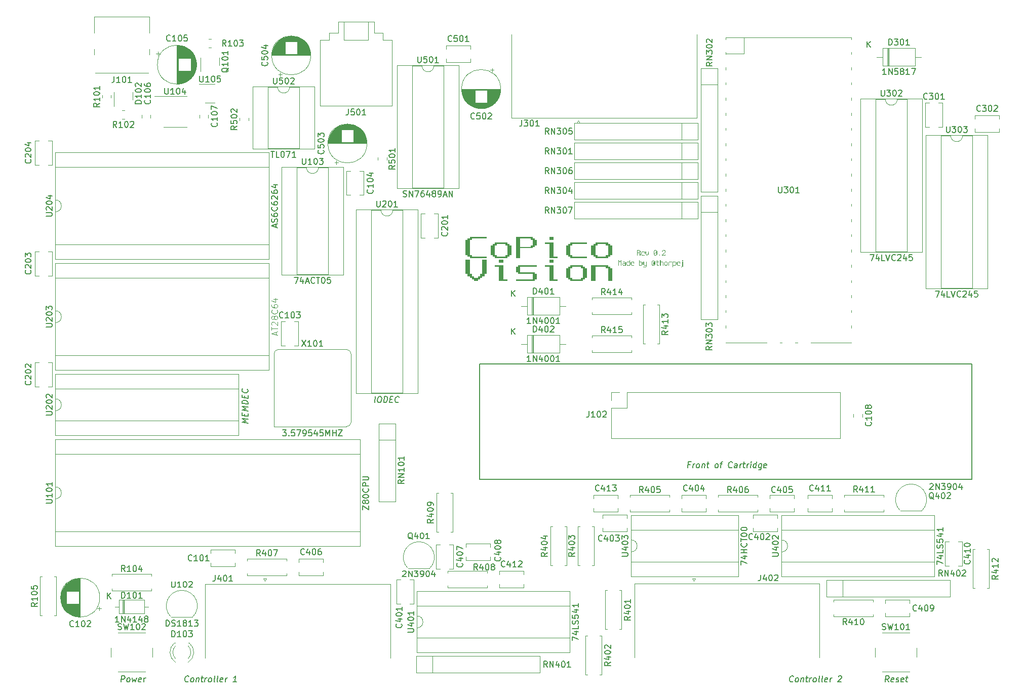
<source format=gbr>
%TF.GenerationSoftware,KiCad,Pcbnew,7.0.2-0*%
%TF.CreationDate,2024-12-21T14:01:23-08:00*%
%TF.ProjectId,CoPicoVision,436f5069-636f-4566-9973-696f6e2e6b69,0.2*%
%TF.SameCoordinates,Original*%
%TF.FileFunction,Legend,Top*%
%TF.FilePolarity,Positive*%
%FSLAX46Y46*%
G04 Gerber Fmt 4.6, Leading zero omitted, Abs format (unit mm)*
G04 Created by KiCad (PCBNEW 7.0.2-0) date 2024-12-21 14:01:23*
%MOMM*%
%LPD*%
G01*
G04 APERTURE LIST*
%ADD10C,0.150000*%
%ADD11C,0.375000*%
%ADD12C,0.125000*%
%ADD13C,0.120000*%
G04 APERTURE END LIST*
D10*
X118364000Y-93218000D02*
X200662000Y-93218000D01*
X200662000Y-112522000D01*
X118364000Y-112522000D01*
X118364000Y-93218000D01*
G36*
X145022909Y-74645984D02*
G01*
X145081283Y-74645984D01*
X145081283Y-74587366D01*
X145139657Y-74587366D01*
X145139657Y-74528992D01*
X145139657Y-74470618D01*
X145139657Y-74412244D01*
X145139657Y-74353870D01*
X145081283Y-74353870D01*
X145081283Y-74295496D01*
X145022909Y-74295496D01*
X145022909Y-74237122D01*
X145081283Y-74237122D01*
X145139657Y-74237122D01*
X145139657Y-74295496D01*
X145198031Y-74295496D01*
X145198031Y-74353870D01*
X145198031Y-74412244D01*
X145198031Y-74470618D01*
X145198031Y-74528992D01*
X145198031Y-74587366D01*
X145198031Y-74645984D01*
X145139657Y-74645984D01*
X145139657Y-74704358D01*
X145198031Y-74704358D01*
X145198031Y-74762732D01*
X145198031Y-74821106D01*
X145198031Y-74879480D01*
X145198031Y-74937854D01*
X145198031Y-74996228D01*
X145198031Y-75054602D01*
X145198031Y-75112976D01*
X145139657Y-75112976D01*
X145139657Y-75054602D01*
X145139657Y-74996228D01*
X145139657Y-74937854D01*
X145139657Y-74879480D01*
X145139657Y-74821106D01*
X145139657Y-74762732D01*
X145081283Y-74762732D01*
X145081283Y-74704358D01*
X145022909Y-74704358D01*
X145022909Y-74645984D01*
G37*
G36*
X144731039Y-75112976D02*
G01*
X144672665Y-75112976D01*
X144672665Y-75054602D01*
X144672665Y-74996228D01*
X144672665Y-74937854D01*
X144672665Y-74879480D01*
X144672665Y-74821106D01*
X144672665Y-74762732D01*
X144672665Y-74704358D01*
X144672665Y-74645984D01*
X144672665Y-74587366D01*
X144672665Y-74528992D01*
X144672665Y-74470618D01*
X144672665Y-74412244D01*
X144672665Y-74353870D01*
X144672665Y-74295496D01*
X144672665Y-74237122D01*
X144731039Y-74237122D01*
X144789413Y-74237122D01*
X144847787Y-74237122D01*
X144906161Y-74237122D01*
X144964535Y-74237122D01*
X145022909Y-74237122D01*
X145022909Y-74295496D01*
X144964535Y-74295496D01*
X144906161Y-74295496D01*
X144847787Y-74295496D01*
X144789413Y-74295496D01*
X144789413Y-74353870D01*
X144789413Y-74412244D01*
X144789413Y-74470618D01*
X144789413Y-74528992D01*
X144789413Y-74587366D01*
X144789413Y-74645984D01*
X144847787Y-74645984D01*
X144906161Y-74645984D01*
X144964535Y-74645984D01*
X145022909Y-74645984D01*
X145022909Y-74704358D01*
X144964535Y-74704358D01*
X144906161Y-74704358D01*
X144847787Y-74704358D01*
X144789413Y-74704358D01*
X144789413Y-74762732D01*
X144789413Y-74821106D01*
X144789413Y-74879480D01*
X144789413Y-74937854D01*
X144789413Y-74996228D01*
X144789413Y-75054602D01*
X144789413Y-75112976D01*
X144731039Y-75112976D01*
G37*
G36*
X145256405Y-75054602D02*
G01*
X145256405Y-75112976D01*
X145198031Y-75112976D01*
X145198031Y-75054602D01*
X145198031Y-74996228D01*
X145198031Y-74937854D01*
X145198031Y-74879480D01*
X145198031Y-74821106D01*
X145198031Y-74762732D01*
X145256405Y-74762732D01*
X145256405Y-74821106D01*
X145256405Y-74879480D01*
X145256405Y-74937854D01*
X145256405Y-74996228D01*
X145256405Y-75054602D01*
G37*
G36*
X145256405Y-74528992D02*
G01*
X145256405Y-74587366D01*
X145198031Y-74587366D01*
X145198031Y-74528992D01*
X145198031Y-74470618D01*
X145198031Y-74412244D01*
X145198031Y-74353870D01*
X145256405Y-74353870D01*
X145256405Y-74412244D01*
X145256405Y-74470618D01*
X145256405Y-74528992D01*
G37*
G36*
X145898519Y-75054602D02*
G01*
X145956893Y-75054602D01*
X145956893Y-75112976D01*
X145898519Y-75112976D01*
X145898519Y-75054602D01*
G37*
G36*
X145723397Y-75054602D02*
G01*
X145781771Y-75054602D01*
X145840145Y-75054602D01*
X145898519Y-75054602D01*
X145898519Y-75112976D01*
X145840145Y-75112976D01*
X145781771Y-75112976D01*
X145723397Y-75112976D01*
X145723397Y-75054602D01*
G37*
G36*
X145723397Y-74762732D02*
G01*
X145781771Y-74762732D01*
X145840145Y-74762732D01*
X145840145Y-74704358D01*
X145840145Y-74645984D01*
X145840145Y-74587366D01*
X145840145Y-74528992D01*
X145781771Y-74528992D01*
X145723397Y-74528992D01*
X145723397Y-74470618D01*
X145781771Y-74470618D01*
X145840145Y-74470618D01*
X145898519Y-74470618D01*
X145898519Y-74528992D01*
X145898519Y-74587366D01*
X145898519Y-74645984D01*
X145898519Y-74704358D01*
X145898519Y-74762732D01*
X145898519Y-74821106D01*
X145840145Y-74821106D01*
X145781771Y-74821106D01*
X145723397Y-74821106D01*
X145723397Y-74762732D01*
G37*
G36*
X145665023Y-75054602D02*
G01*
X145723397Y-75054602D01*
X145723397Y-75112976D01*
X145665023Y-75112976D01*
X145606649Y-75112976D01*
X145548275Y-75112976D01*
X145489901Y-75112976D01*
X145489901Y-75054602D01*
X145431527Y-75054602D01*
X145431527Y-74996228D01*
X145373153Y-74996228D01*
X145373153Y-74937854D01*
X145373153Y-74879480D01*
X145373153Y-74821106D01*
X145373153Y-74762732D01*
X145373153Y-74704358D01*
X145373153Y-74645984D01*
X145373153Y-74587366D01*
X145431527Y-74587366D01*
X145431527Y-74528992D01*
X145489901Y-74528992D01*
X145489901Y-74470618D01*
X145548275Y-74470618D01*
X145606649Y-74470618D01*
X145665023Y-74470618D01*
X145723397Y-74470618D01*
X145723397Y-74528992D01*
X145665023Y-74528992D01*
X145606649Y-74528992D01*
X145548275Y-74528992D01*
X145548275Y-74587366D01*
X145489901Y-74587366D01*
X145489901Y-74645984D01*
X145489901Y-74704358D01*
X145489901Y-74762732D01*
X145548275Y-74762732D01*
X145606649Y-74762732D01*
X145665023Y-74762732D01*
X145723397Y-74762732D01*
X145723397Y-74821106D01*
X145665023Y-74821106D01*
X145606649Y-74821106D01*
X145548275Y-74821106D01*
X145489901Y-74821106D01*
X145489901Y-74879480D01*
X145489901Y-74937854D01*
X145489901Y-74996228D01*
X145548275Y-74996228D01*
X145548275Y-75054602D01*
X145606649Y-75054602D01*
X145665023Y-75054602D01*
G37*
G36*
X145956893Y-74762732D02*
G01*
X145956893Y-74821106D01*
X145898519Y-74821106D01*
X145898519Y-74762732D01*
X145898519Y-74704358D01*
X145898519Y-74645984D01*
X145898519Y-74587366D01*
X145898519Y-74528992D01*
X145898519Y-74470618D01*
X145956893Y-74470618D01*
X145956893Y-74528992D01*
X145956893Y-74587366D01*
X145956893Y-74645984D01*
X145956893Y-74704358D01*
X145956893Y-74762732D01*
G37*
G36*
X146365512Y-75112976D02*
G01*
X146307138Y-75112976D01*
X146307138Y-75054602D01*
X146248764Y-75054602D01*
X146248764Y-74996228D01*
X146190390Y-74996228D01*
X146190390Y-74937854D01*
X146132016Y-74937854D01*
X146132016Y-74879480D01*
X146132016Y-74821106D01*
X146073642Y-74821106D01*
X146073642Y-74762732D01*
X146073642Y-74704358D01*
X146073642Y-74645984D01*
X146073642Y-74587366D01*
X146073642Y-74528992D01*
X146073642Y-74470618D01*
X146132016Y-74470618D01*
X146190390Y-74470618D01*
X146190390Y-74528992D01*
X146190390Y-74587366D01*
X146190390Y-74645984D01*
X146190390Y-74704358D01*
X146190390Y-74762732D01*
X146190390Y-74821106D01*
X146248764Y-74821106D01*
X146248764Y-74879480D01*
X146248764Y-74937854D01*
X146307138Y-74937854D01*
X146307138Y-74996228D01*
X146365512Y-74996228D01*
X146423886Y-74996228D01*
X146423886Y-75054602D01*
X146423886Y-75112976D01*
X146365512Y-75112976D01*
G37*
G36*
X146482260Y-74996228D02*
G01*
X146482260Y-75054602D01*
X146423886Y-75054602D01*
X146423886Y-74996228D01*
X146423886Y-74937854D01*
X146482260Y-74937854D01*
X146482260Y-74879480D01*
X146482260Y-74821106D01*
X146540634Y-74821106D01*
X146540634Y-74762732D01*
X146540634Y-74704358D01*
X146540634Y-74645984D01*
X146540634Y-74587366D01*
X146540634Y-74528992D01*
X146540634Y-74470618D01*
X146599008Y-74470618D01*
X146599008Y-74528992D01*
X146599008Y-74587366D01*
X146599008Y-74645984D01*
X146599008Y-74704358D01*
X146599008Y-74762732D01*
X146599008Y-74821106D01*
X146599008Y-74879480D01*
X146599008Y-74937854D01*
X146540634Y-74937854D01*
X146540634Y-74996228D01*
X146482260Y-74996228D01*
G37*
G36*
X146657382Y-74762732D02*
G01*
X146657382Y-74821106D01*
X146599008Y-74821106D01*
X146599008Y-74762732D01*
X146599008Y-74704358D01*
X146599008Y-74645984D01*
X146599008Y-74587366D01*
X146599008Y-74528992D01*
X146599008Y-74470618D01*
X146657382Y-74470618D01*
X146657382Y-74528992D01*
X146657382Y-74587366D01*
X146657382Y-74645984D01*
X146657382Y-74704358D01*
X146657382Y-74762732D01*
G37*
G36*
X147824863Y-75054602D02*
G01*
X147883237Y-75054602D01*
X147883237Y-74996228D01*
X147941611Y-74996228D01*
X147941611Y-74937854D01*
X147941611Y-74879480D01*
X147941611Y-74821106D01*
X147941611Y-74762732D01*
X147941611Y-74704358D01*
X147941611Y-74645984D01*
X147941611Y-74587366D01*
X147883237Y-74587366D01*
X147883237Y-74645984D01*
X147824863Y-74645984D01*
X147824863Y-74587366D01*
X147824863Y-74528992D01*
X147883237Y-74528992D01*
X147883237Y-74470618D01*
X147941611Y-74470618D01*
X147941611Y-74412244D01*
X147941611Y-74353870D01*
X147883237Y-74353870D01*
X147883237Y-74295496D01*
X147824863Y-74295496D01*
X147824863Y-74237122D01*
X147883237Y-74237122D01*
X147941611Y-74237122D01*
X147941611Y-74295496D01*
X147999985Y-74295496D01*
X147999985Y-74353870D01*
X147999985Y-74412244D01*
X147999985Y-74470618D01*
X147999985Y-74528992D01*
X147999985Y-74587366D01*
X147999985Y-74645984D01*
X147999985Y-74704358D01*
X147999985Y-74762732D01*
X147999985Y-74821106D01*
X147999985Y-74879480D01*
X147999985Y-74937854D01*
X147999985Y-74996228D01*
X147999985Y-75054602D01*
X147941611Y-75054602D01*
X147941611Y-75112976D01*
X147883237Y-75112976D01*
X147824863Y-75112976D01*
X147824863Y-75054602D01*
G37*
G36*
X147766489Y-75054602D02*
G01*
X147824863Y-75054602D01*
X147824863Y-75112976D01*
X147766489Y-75112976D01*
X147708115Y-75112976D01*
X147649741Y-75112976D01*
X147591367Y-75112976D01*
X147591367Y-75054602D01*
X147532993Y-75054602D01*
X147532993Y-74996228D01*
X147474618Y-74996228D01*
X147474618Y-74937854D01*
X147474618Y-74879480D01*
X147474618Y-74821106D01*
X147474618Y-74762732D01*
X147474618Y-74704358D01*
X147474618Y-74645984D01*
X147474618Y-74587366D01*
X147474618Y-74528992D01*
X147474618Y-74470618D01*
X147474618Y-74412244D01*
X147474618Y-74353870D01*
X147532993Y-74353870D01*
X147532993Y-74295496D01*
X147591367Y-74295496D01*
X147591367Y-74237122D01*
X147649741Y-74237122D01*
X147708115Y-74237122D01*
X147766489Y-74237122D01*
X147824863Y-74237122D01*
X147824863Y-74295496D01*
X147766489Y-74295496D01*
X147708115Y-74295496D01*
X147649741Y-74295496D01*
X147649741Y-74353870D01*
X147591367Y-74353870D01*
X147591367Y-74412244D01*
X147591367Y-74470618D01*
X147591367Y-74528992D01*
X147591367Y-74587366D01*
X147591367Y-74645984D01*
X147591367Y-74704358D01*
X147591367Y-74762732D01*
X147649741Y-74762732D01*
X147649741Y-74704358D01*
X147708115Y-74704358D01*
X147708115Y-74645984D01*
X147766489Y-74645984D01*
X147766489Y-74587366D01*
X147824863Y-74587366D01*
X147824863Y-74645984D01*
X147824863Y-74704358D01*
X147766489Y-74704358D01*
X147766489Y-74762732D01*
X147708115Y-74762732D01*
X147708115Y-74821106D01*
X147649741Y-74821106D01*
X147649741Y-74879480D01*
X147591367Y-74879480D01*
X147591367Y-74937854D01*
X147591367Y-74996228D01*
X147649741Y-74996228D01*
X147649741Y-75054602D01*
X147708115Y-75054602D01*
X147766489Y-75054602D01*
G37*
G36*
X148058359Y-74937854D02*
G01*
X148058359Y-74996228D01*
X147999985Y-74996228D01*
X147999985Y-74937854D01*
X147999985Y-74879480D01*
X147999985Y-74821106D01*
X147999985Y-74762732D01*
X147999985Y-74704358D01*
X147999985Y-74645984D01*
X147999985Y-74587366D01*
X147999985Y-74528992D01*
X147999985Y-74470618D01*
X147999985Y-74412244D01*
X147999985Y-74353870D01*
X148058359Y-74353870D01*
X148058359Y-74412244D01*
X148058359Y-74470618D01*
X148058359Y-74528992D01*
X148058359Y-74587366D01*
X148058359Y-74645984D01*
X148058359Y-74704358D01*
X148058359Y-74762732D01*
X148058359Y-74821106D01*
X148058359Y-74879480D01*
X148058359Y-74937854D01*
G37*
G36*
X148466977Y-75112000D02*
G01*
X148408603Y-75112000D01*
X148408603Y-75053625D01*
X148408603Y-74995251D01*
X148466977Y-74995251D01*
X148525351Y-74995251D01*
X148525351Y-75053625D01*
X148525351Y-75112000D01*
X148466977Y-75112000D01*
G37*
G36*
X149225840Y-75054602D02*
G01*
X149284214Y-75054602D01*
X149342588Y-75054602D01*
X149342588Y-74996228D01*
X149400962Y-74996228D01*
X149400962Y-75054602D01*
X149400962Y-75112976D01*
X149342588Y-75112976D01*
X149284214Y-75112976D01*
X149225840Y-75112976D01*
X149225840Y-75054602D01*
G37*
G36*
X148875595Y-74353870D02*
G01*
X148933969Y-74353870D01*
X148933969Y-74295496D01*
X148992344Y-74295496D01*
X148992344Y-74237122D01*
X149050718Y-74237122D01*
X149109092Y-74237122D01*
X149167466Y-74237122D01*
X149225840Y-74237122D01*
X149225840Y-74295496D01*
X149167466Y-74295496D01*
X149109092Y-74295496D01*
X149050718Y-74295496D01*
X149050718Y-74353870D01*
X148992344Y-74353870D01*
X148992344Y-74412244D01*
X148933969Y-74412244D01*
X148875595Y-74412244D01*
X148875595Y-74353870D01*
G37*
G36*
X149225840Y-74237122D02*
G01*
X149284214Y-74237122D01*
X149342588Y-74237122D01*
X149342588Y-74295496D01*
X149400962Y-74295496D01*
X149400962Y-74353870D01*
X149400962Y-74412244D01*
X149400962Y-74470618D01*
X149400962Y-74528992D01*
X149400962Y-74587366D01*
X149400962Y-74645984D01*
X149342588Y-74645984D01*
X149342588Y-74704358D01*
X149284214Y-74704358D01*
X149284214Y-74762732D01*
X149225840Y-74762732D01*
X149225840Y-74704358D01*
X149225840Y-74645984D01*
X149284214Y-74645984D01*
X149284214Y-74587366D01*
X149342588Y-74587366D01*
X149342588Y-74528992D01*
X149342588Y-74470618D01*
X149342588Y-74412244D01*
X149342588Y-74353870D01*
X149284214Y-74353870D01*
X149284214Y-74295496D01*
X149225840Y-74295496D01*
X149225840Y-74237122D01*
G37*
G36*
X149167466Y-75054602D02*
G01*
X149225840Y-75054602D01*
X149225840Y-75112976D01*
X149167466Y-75112976D01*
X149109092Y-75112976D01*
X149050718Y-75112976D01*
X148992344Y-75112976D01*
X148933969Y-75112976D01*
X148875595Y-75112976D01*
X148875595Y-75054602D01*
X148875595Y-74996228D01*
X148933969Y-74996228D01*
X148933969Y-74937854D01*
X148992344Y-74937854D01*
X148992344Y-74879480D01*
X149050718Y-74879480D01*
X149050718Y-74821106D01*
X149109092Y-74821106D01*
X149109092Y-74762732D01*
X149167466Y-74762732D01*
X149167466Y-74704358D01*
X149225840Y-74704358D01*
X149225840Y-74762732D01*
X149225840Y-74821106D01*
X149167466Y-74821106D01*
X149167466Y-74879480D01*
X149109092Y-74879480D01*
X149109092Y-74937854D01*
X149050718Y-74937854D01*
X149050718Y-74996228D01*
X148992344Y-74996228D01*
X148992344Y-75054602D01*
X149050718Y-75054602D01*
X149109092Y-75054602D01*
X149167466Y-75054602D01*
G37*
G36*
X149459336Y-75054602D02*
G01*
X149459336Y-75112976D01*
X149400962Y-75112976D01*
X149400962Y-75054602D01*
X149400962Y-74996228D01*
X149459336Y-74996228D01*
X149459336Y-75054602D01*
G37*
G36*
X149459336Y-74528992D02*
G01*
X149459336Y-74587366D01*
X149400962Y-74587366D01*
X149400962Y-74528992D01*
X149400962Y-74470618D01*
X149400962Y-74412244D01*
X149400962Y-74353870D01*
X149459336Y-74353870D01*
X149459336Y-74412244D01*
X149459336Y-74470618D01*
X149459336Y-74528992D01*
G37*
G36*
X141578841Y-76792976D02*
G01*
X141520467Y-76792976D01*
X141520467Y-76734602D01*
X141520467Y-76676228D01*
X141520467Y-76617854D01*
X141520467Y-76559480D01*
X141520467Y-76501106D01*
X141520467Y-76442732D01*
X141520467Y-76384358D01*
X141520467Y-76325984D01*
X141520467Y-76267366D01*
X141520467Y-76208992D01*
X141520467Y-76150618D01*
X141520467Y-76092244D01*
X141520467Y-76033870D01*
X141520467Y-75975496D01*
X141520467Y-75917122D01*
X141578841Y-75917122D01*
X141637215Y-75917122D01*
X141637215Y-75975496D01*
X141695589Y-75975496D01*
X141695589Y-76033870D01*
X141753963Y-76033870D01*
X141753963Y-76092244D01*
X141812337Y-76092244D01*
X141870711Y-76092244D01*
X141870711Y-76150618D01*
X141870711Y-76208992D01*
X141812337Y-76208992D01*
X141753963Y-76208992D01*
X141753963Y-76150618D01*
X141695589Y-76150618D01*
X141695589Y-76092244D01*
X141637215Y-76092244D01*
X141637215Y-76150618D01*
X141637215Y-76208992D01*
X141637215Y-76267366D01*
X141637215Y-76325984D01*
X141637215Y-76384358D01*
X141637215Y-76442732D01*
X141637215Y-76501106D01*
X141637215Y-76559480D01*
X141637215Y-76617854D01*
X141637215Y-76676228D01*
X141637215Y-76734602D01*
X141637215Y-76792976D01*
X141578841Y-76792976D01*
G37*
G36*
X142104207Y-76734602D02*
G01*
X142104207Y-76792976D01*
X142045833Y-76792976D01*
X142045833Y-76734602D01*
X142045833Y-76676228D01*
X142045833Y-76617854D01*
X142045833Y-76559480D01*
X142045833Y-76501106D01*
X142045833Y-76442732D01*
X142045833Y-76384358D01*
X142045833Y-76325984D01*
X142045833Y-76267366D01*
X142045833Y-76208992D01*
X142045833Y-76150618D01*
X142045833Y-76092244D01*
X142045833Y-76033870D01*
X142045833Y-75975496D01*
X142045833Y-75917122D01*
X142104207Y-75917122D01*
X142104207Y-75975496D01*
X142104207Y-76033870D01*
X142104207Y-76092244D01*
X142104207Y-76150618D01*
X142104207Y-76208992D01*
X142104207Y-76267366D01*
X142104207Y-76325984D01*
X142104207Y-76384358D01*
X142104207Y-76442732D01*
X142104207Y-76501106D01*
X142104207Y-76559480D01*
X142104207Y-76617854D01*
X142104207Y-76676228D01*
X142104207Y-76734602D01*
G37*
G36*
X142045833Y-76734602D02*
G01*
X142045833Y-76792976D01*
X141987459Y-76792976D01*
X141987459Y-76734602D01*
X141987459Y-76676228D01*
X141987459Y-76617854D01*
X141987459Y-76559480D01*
X141987459Y-76501106D01*
X141987459Y-76442732D01*
X141987459Y-76384358D01*
X141987459Y-76325984D01*
X141987459Y-76267366D01*
X141987459Y-76208992D01*
X141987459Y-76150618D01*
X141987459Y-76092244D01*
X141929085Y-76092244D01*
X141929085Y-76150618D01*
X141870711Y-76150618D01*
X141870711Y-76092244D01*
X141870711Y-76033870D01*
X141929085Y-76033870D01*
X141929085Y-75975496D01*
X141987459Y-75975496D01*
X141987459Y-75917122D01*
X142045833Y-75917122D01*
X142045833Y-75975496D01*
X142045833Y-76033870D01*
X142045833Y-76092244D01*
X142045833Y-76150618D01*
X142045833Y-76208992D01*
X142045833Y-76267366D01*
X142045833Y-76325984D01*
X142045833Y-76384358D01*
X142045833Y-76442732D01*
X142045833Y-76501106D01*
X142045833Y-76559480D01*
X142045833Y-76617854D01*
X142045833Y-76676228D01*
X142045833Y-76734602D01*
G37*
G36*
X142571199Y-76734602D02*
G01*
X142629573Y-76734602D01*
X142687947Y-76734602D01*
X142687947Y-76676228D01*
X142687947Y-76617854D01*
X142687947Y-76559480D01*
X142687947Y-76501106D01*
X142687947Y-76442732D01*
X142629573Y-76442732D01*
X142571199Y-76442732D01*
X142571199Y-76384358D01*
X142629573Y-76384358D01*
X142687947Y-76384358D01*
X142687947Y-76325984D01*
X142687947Y-76267366D01*
X142629573Y-76267366D01*
X142629573Y-76208992D01*
X142571199Y-76208992D01*
X142571199Y-76150618D01*
X142629573Y-76150618D01*
X142687947Y-76150618D01*
X142687947Y-76208992D01*
X142746321Y-76208992D01*
X142746321Y-76267366D01*
X142746321Y-76325984D01*
X142746321Y-76384358D01*
X142746321Y-76442732D01*
X142746321Y-76501106D01*
X142746321Y-76559480D01*
X142746321Y-76617854D01*
X142746321Y-76676228D01*
X142746321Y-76734602D01*
X142746321Y-76792976D01*
X142687947Y-76792976D01*
X142629573Y-76792976D01*
X142571199Y-76792976D01*
X142571199Y-76734602D01*
G37*
G36*
X142279329Y-76150618D02*
G01*
X142337703Y-76150618D01*
X142396077Y-76150618D01*
X142454451Y-76150618D01*
X142512825Y-76150618D01*
X142571199Y-76150618D01*
X142571199Y-76208992D01*
X142512825Y-76208992D01*
X142454451Y-76208992D01*
X142396077Y-76208992D01*
X142337703Y-76208992D01*
X142279329Y-76208992D01*
X142279329Y-76150618D01*
G37*
G36*
X142512825Y-76734602D02*
G01*
X142571199Y-76734602D01*
X142571199Y-76792976D01*
X142512825Y-76792976D01*
X142454451Y-76792976D01*
X142396077Y-76792976D01*
X142337703Y-76792976D01*
X142337703Y-76734602D01*
X142279329Y-76734602D01*
X142279329Y-76676228D01*
X142220955Y-76676228D01*
X142220955Y-76617854D01*
X142220955Y-76559480D01*
X142220955Y-76501106D01*
X142279329Y-76501106D01*
X142279329Y-76442732D01*
X142337703Y-76442732D01*
X142337703Y-76384358D01*
X142396077Y-76384358D01*
X142454451Y-76384358D01*
X142512825Y-76384358D01*
X142571199Y-76384358D01*
X142571199Y-76442732D01*
X142512825Y-76442732D01*
X142454451Y-76442732D01*
X142396077Y-76442732D01*
X142396077Y-76501106D01*
X142337703Y-76501106D01*
X142337703Y-76559480D01*
X142337703Y-76617854D01*
X142337703Y-76676228D01*
X142396077Y-76676228D01*
X142396077Y-76734602D01*
X142454451Y-76734602D01*
X142512825Y-76734602D01*
G37*
G36*
X142804695Y-76734602D02*
G01*
X142804695Y-76792976D01*
X142746321Y-76792976D01*
X142746321Y-76734602D01*
X142746321Y-76676228D01*
X142746321Y-76617854D01*
X142746321Y-76559480D01*
X142746321Y-76501106D01*
X142746321Y-76442732D01*
X142746321Y-76384358D01*
X142746321Y-76325984D01*
X142746321Y-76267366D01*
X142804695Y-76267366D01*
X142804695Y-76325984D01*
X142804695Y-76384358D01*
X142804695Y-76442732D01*
X142804695Y-76501106D01*
X142804695Y-76559480D01*
X142804695Y-76617854D01*
X142804695Y-76676228D01*
X142804695Y-76734602D01*
G37*
G36*
X143271688Y-76734602D02*
G01*
X143330062Y-76734602D01*
X143388436Y-76734602D01*
X143388436Y-76676228D01*
X143388436Y-76617854D01*
X143388436Y-76559480D01*
X143388436Y-76501106D01*
X143388436Y-76442732D01*
X143388436Y-76384358D01*
X143388436Y-76325984D01*
X143388436Y-76267366D01*
X143388436Y-76208992D01*
X143330062Y-76208992D01*
X143271688Y-76208992D01*
X143271688Y-76150618D01*
X143330062Y-76150618D01*
X143388436Y-76150618D01*
X143388436Y-76092244D01*
X143388436Y-76033870D01*
X143388436Y-75975496D01*
X143388436Y-75917122D01*
X143446810Y-75917122D01*
X143446810Y-75975496D01*
X143446810Y-76033870D01*
X143446810Y-76092244D01*
X143446810Y-76150618D01*
X143446810Y-76208992D01*
X143446810Y-76267366D01*
X143446810Y-76325984D01*
X143446810Y-76384358D01*
X143446810Y-76442732D01*
X143446810Y-76501106D01*
X143446810Y-76559480D01*
X143446810Y-76617854D01*
X143446810Y-76676228D01*
X143446810Y-76734602D01*
X143446810Y-76792976D01*
X143388436Y-76792976D01*
X143330062Y-76792976D01*
X143271688Y-76792976D01*
X143271688Y-76734602D01*
G37*
G36*
X143213314Y-76734602D02*
G01*
X143271688Y-76734602D01*
X143271688Y-76792976D01*
X143213314Y-76792976D01*
X143154940Y-76792976D01*
X143096566Y-76792976D01*
X143038192Y-76792976D01*
X143038192Y-76734602D01*
X142979818Y-76734602D01*
X142979818Y-76676228D01*
X142921444Y-76676228D01*
X142921444Y-76617854D01*
X142921444Y-76559480D01*
X142921444Y-76501106D01*
X142921444Y-76442732D01*
X142921444Y-76384358D01*
X142921444Y-76325984D01*
X142921444Y-76267366D01*
X142979818Y-76267366D01*
X142979818Y-76208992D01*
X143038192Y-76208992D01*
X143038192Y-76150618D01*
X143096566Y-76150618D01*
X143154940Y-76150618D01*
X143213314Y-76150618D01*
X143271688Y-76150618D01*
X143271688Y-76208992D01*
X143213314Y-76208992D01*
X143154940Y-76208992D01*
X143096566Y-76208992D01*
X143096566Y-76267366D01*
X143038192Y-76267366D01*
X143038192Y-76325984D01*
X143038192Y-76384358D01*
X143038192Y-76442732D01*
X143038192Y-76501106D01*
X143038192Y-76559480D01*
X143038192Y-76617854D01*
X143038192Y-76676228D01*
X143096566Y-76676228D01*
X143096566Y-76734602D01*
X143154940Y-76734602D01*
X143213314Y-76734602D01*
G37*
G36*
X143505184Y-76734602D02*
G01*
X143505184Y-76792976D01*
X143446810Y-76792976D01*
X143446810Y-76734602D01*
X143446810Y-76676228D01*
X143446810Y-76617854D01*
X143446810Y-76559480D01*
X143446810Y-76501106D01*
X143446810Y-76442732D01*
X143446810Y-76384358D01*
X143446810Y-76325984D01*
X143446810Y-76267366D01*
X143446810Y-76208992D01*
X143446810Y-76150618D01*
X143446810Y-76092244D01*
X143446810Y-76033870D01*
X143446810Y-75975496D01*
X143446810Y-75917122D01*
X143505184Y-75917122D01*
X143505184Y-75975496D01*
X143505184Y-76033870D01*
X143505184Y-76092244D01*
X143505184Y-76150618D01*
X143505184Y-76208992D01*
X143505184Y-76267366D01*
X143505184Y-76325984D01*
X143505184Y-76384358D01*
X143505184Y-76442732D01*
X143505184Y-76501106D01*
X143505184Y-76559480D01*
X143505184Y-76617854D01*
X143505184Y-76676228D01*
X143505184Y-76734602D01*
G37*
G36*
X144147298Y-76734602D02*
G01*
X144205672Y-76734602D01*
X144205672Y-76792976D01*
X144147298Y-76792976D01*
X144147298Y-76734602D01*
G37*
G36*
X143972176Y-76734602D02*
G01*
X144030550Y-76734602D01*
X144088924Y-76734602D01*
X144147298Y-76734602D01*
X144147298Y-76792976D01*
X144088924Y-76792976D01*
X144030550Y-76792976D01*
X143972176Y-76792976D01*
X143972176Y-76734602D01*
G37*
G36*
X143972176Y-76442732D02*
G01*
X144030550Y-76442732D01*
X144088924Y-76442732D01*
X144088924Y-76384358D01*
X144088924Y-76325984D01*
X144088924Y-76267366D01*
X144088924Y-76208992D01*
X144030550Y-76208992D01*
X143972176Y-76208992D01*
X143972176Y-76150618D01*
X144030550Y-76150618D01*
X144088924Y-76150618D01*
X144147298Y-76150618D01*
X144147298Y-76208992D01*
X144147298Y-76267366D01*
X144147298Y-76325984D01*
X144147298Y-76384358D01*
X144147298Y-76442732D01*
X144147298Y-76501106D01*
X144088924Y-76501106D01*
X144030550Y-76501106D01*
X143972176Y-76501106D01*
X143972176Y-76442732D01*
G37*
G36*
X143913802Y-76734602D02*
G01*
X143972176Y-76734602D01*
X143972176Y-76792976D01*
X143913802Y-76792976D01*
X143855428Y-76792976D01*
X143797054Y-76792976D01*
X143738680Y-76792976D01*
X143738680Y-76734602D01*
X143680306Y-76734602D01*
X143680306Y-76676228D01*
X143621932Y-76676228D01*
X143621932Y-76617854D01*
X143621932Y-76559480D01*
X143621932Y-76501106D01*
X143621932Y-76442732D01*
X143621932Y-76384358D01*
X143621932Y-76325984D01*
X143621932Y-76267366D01*
X143680306Y-76267366D01*
X143680306Y-76208992D01*
X143738680Y-76208992D01*
X143738680Y-76150618D01*
X143797054Y-76150618D01*
X143855428Y-76150618D01*
X143913802Y-76150618D01*
X143972176Y-76150618D01*
X143972176Y-76208992D01*
X143913802Y-76208992D01*
X143855428Y-76208992D01*
X143797054Y-76208992D01*
X143797054Y-76267366D01*
X143738680Y-76267366D01*
X143738680Y-76325984D01*
X143738680Y-76384358D01*
X143738680Y-76442732D01*
X143797054Y-76442732D01*
X143855428Y-76442732D01*
X143913802Y-76442732D01*
X143972176Y-76442732D01*
X143972176Y-76501106D01*
X143913802Y-76501106D01*
X143855428Y-76501106D01*
X143797054Y-76501106D01*
X143738680Y-76501106D01*
X143738680Y-76559480D01*
X143738680Y-76617854D01*
X143738680Y-76676228D01*
X143797054Y-76676228D01*
X143797054Y-76734602D01*
X143855428Y-76734602D01*
X143913802Y-76734602D01*
G37*
G36*
X144205672Y-76442732D02*
G01*
X144205672Y-76501106D01*
X144147298Y-76501106D01*
X144147298Y-76442732D01*
X144147298Y-76384358D01*
X144147298Y-76325984D01*
X144147298Y-76267366D01*
X144147298Y-76208992D01*
X144147298Y-76150618D01*
X144205672Y-76150618D01*
X144205672Y-76208992D01*
X144205672Y-76267366D01*
X144205672Y-76325984D01*
X144205672Y-76384358D01*
X144205672Y-76442732D01*
G37*
G36*
X145373153Y-76734602D02*
G01*
X145431527Y-76734602D01*
X145431527Y-76676228D01*
X145489901Y-76676228D01*
X145489901Y-76617854D01*
X145489901Y-76559480D01*
X145489901Y-76501106D01*
X145489901Y-76442732D01*
X145489901Y-76384358D01*
X145489901Y-76325984D01*
X145489901Y-76267366D01*
X145431527Y-76267366D01*
X145431527Y-76208992D01*
X145373153Y-76208992D01*
X145373153Y-76150618D01*
X145431527Y-76150618D01*
X145489901Y-76150618D01*
X145489901Y-76208992D01*
X145548275Y-76208992D01*
X145548275Y-76267366D01*
X145548275Y-76325984D01*
X145548275Y-76384358D01*
X145548275Y-76442732D01*
X145548275Y-76501106D01*
X145548275Y-76559480D01*
X145548275Y-76617854D01*
X145548275Y-76676228D01*
X145548275Y-76734602D01*
X145489901Y-76734602D01*
X145489901Y-76792976D01*
X145431527Y-76792976D01*
X145373153Y-76792976D01*
X145373153Y-76734602D01*
G37*
G36*
X145314779Y-76734602D02*
G01*
X145373153Y-76734602D01*
X145373153Y-76792976D01*
X145314779Y-76792976D01*
X145256405Y-76792976D01*
X145198031Y-76792976D01*
X145139657Y-76792976D01*
X145081283Y-76792976D01*
X145022909Y-76792976D01*
X145022909Y-76734602D01*
X145022909Y-76676228D01*
X145022909Y-76617854D01*
X145022909Y-76559480D01*
X145022909Y-76501106D01*
X145022909Y-76442732D01*
X145022909Y-76384358D01*
X145022909Y-76325984D01*
X145022909Y-76267366D01*
X145022909Y-76208992D01*
X145022909Y-76150618D01*
X145022909Y-76092244D01*
X145022909Y-76033870D01*
X145022909Y-75975496D01*
X145022909Y-75917122D01*
X145081283Y-75917122D01*
X145139657Y-75917122D01*
X145139657Y-75975496D01*
X145139657Y-76033870D01*
X145139657Y-76092244D01*
X145139657Y-76150618D01*
X145198031Y-76150618D01*
X145256405Y-76150618D01*
X145314779Y-76150618D01*
X145373153Y-76150618D01*
X145373153Y-76208992D01*
X145314779Y-76208992D01*
X145256405Y-76208992D01*
X145198031Y-76208992D01*
X145139657Y-76208992D01*
X145139657Y-76267366D01*
X145139657Y-76325984D01*
X145139657Y-76384358D01*
X145139657Y-76442732D01*
X145139657Y-76501106D01*
X145139657Y-76559480D01*
X145139657Y-76617854D01*
X145139657Y-76676228D01*
X145139657Y-76734602D01*
X145198031Y-76734602D01*
X145256405Y-76734602D01*
X145314779Y-76734602D01*
G37*
G36*
X145606649Y-76617854D02*
G01*
X145606649Y-76676228D01*
X145548275Y-76676228D01*
X145548275Y-76617854D01*
X145548275Y-76559480D01*
X145548275Y-76501106D01*
X145548275Y-76442732D01*
X145548275Y-76384358D01*
X145548275Y-76325984D01*
X145548275Y-76267366D01*
X145606649Y-76267366D01*
X145606649Y-76325984D01*
X145606649Y-76384358D01*
X145606649Y-76442732D01*
X145606649Y-76501106D01*
X145606649Y-76559480D01*
X145606649Y-76617854D01*
G37*
G36*
X146073642Y-77026717D02*
G01*
X146132016Y-77026717D01*
X146132016Y-76968099D01*
X146190390Y-76968099D01*
X146190390Y-76909725D01*
X146190390Y-76851351D01*
X146190390Y-76792976D01*
X146132016Y-76792976D01*
X146073642Y-76792976D01*
X146073642Y-76734602D01*
X146132016Y-76734602D01*
X146190390Y-76734602D01*
X146190390Y-76676228D01*
X146190390Y-76617854D01*
X146190390Y-76559480D01*
X146190390Y-76501106D01*
X146190390Y-76442732D01*
X146190390Y-76384358D01*
X146190390Y-76325984D01*
X146190390Y-76267366D01*
X146190390Y-76208992D01*
X146190390Y-76150618D01*
X146248764Y-76150618D01*
X146248764Y-76208992D01*
X146248764Y-76267366D01*
X146248764Y-76325984D01*
X146248764Y-76384358D01*
X146248764Y-76442732D01*
X146248764Y-76501106D01*
X146248764Y-76559480D01*
X146248764Y-76617854D01*
X146248764Y-76676228D01*
X146248764Y-76734602D01*
X146248764Y-76792976D01*
X146248764Y-76851351D01*
X146248764Y-76909725D01*
X146248764Y-76968099D01*
X146248764Y-77026717D01*
X146190390Y-77026717D01*
X146190390Y-77085091D01*
X146132016Y-77085091D01*
X146073642Y-77085091D01*
X146073642Y-77026717D01*
G37*
G36*
X145723397Y-77026717D02*
G01*
X145781771Y-77026717D01*
X145840146Y-77026717D01*
X145898520Y-77026717D01*
X145956894Y-77026717D01*
X146015268Y-77026717D01*
X146073642Y-77026717D01*
X146073642Y-77085091D01*
X146015268Y-77085091D01*
X145956894Y-77085091D01*
X145898520Y-77085091D01*
X145840146Y-77085091D01*
X145781771Y-77085091D01*
X145723397Y-77085091D01*
X145723397Y-77026717D01*
G37*
G36*
X146307138Y-76909725D02*
G01*
X146307138Y-76968099D01*
X146248764Y-76968099D01*
X146248764Y-76909725D01*
X146248764Y-76851351D01*
X146248764Y-76792976D01*
X146248764Y-76734602D01*
X146248764Y-76676228D01*
X146248764Y-76617854D01*
X146248764Y-76559480D01*
X146248764Y-76501106D01*
X146248764Y-76442732D01*
X146248764Y-76384358D01*
X146248764Y-76325984D01*
X146248764Y-76267366D01*
X146248764Y-76208992D01*
X146248764Y-76150618D01*
X146307138Y-76150618D01*
X146307138Y-76208992D01*
X146307138Y-76267366D01*
X146307138Y-76325984D01*
X146307138Y-76384358D01*
X146307138Y-76442732D01*
X146307138Y-76501106D01*
X146307138Y-76559480D01*
X146307138Y-76617854D01*
X146307138Y-76676228D01*
X146307138Y-76734602D01*
X146307138Y-76792976D01*
X146307138Y-76851351D01*
X146307138Y-76909725D01*
G37*
G36*
X146015268Y-76734602D02*
G01*
X146073642Y-76734602D01*
X146073642Y-76792976D01*
X146015268Y-76792976D01*
X145956894Y-76792976D01*
X145898520Y-76792976D01*
X145840146Y-76792976D01*
X145840146Y-76734602D01*
X145781771Y-76734602D01*
X145781771Y-76676228D01*
X145723397Y-76676228D01*
X145723397Y-76617854D01*
X145723397Y-76559480D01*
X145723397Y-76501106D01*
X145723397Y-76442732D01*
X145723397Y-76384358D01*
X145723397Y-76325984D01*
X145723397Y-76267366D01*
X145723397Y-76208992D01*
X145723397Y-76150618D01*
X145781771Y-76150618D01*
X145840146Y-76150618D01*
X145840146Y-76208992D01*
X145840146Y-76267366D01*
X145840146Y-76325984D01*
X145840146Y-76384358D01*
X145840146Y-76442732D01*
X145840146Y-76501106D01*
X145840146Y-76559480D01*
X145840146Y-76617854D01*
X145840146Y-76676228D01*
X145898520Y-76676228D01*
X145898520Y-76734602D01*
X145956894Y-76734602D01*
X146015268Y-76734602D01*
G37*
G36*
X147474619Y-76734602D02*
G01*
X147532993Y-76734602D01*
X147591367Y-76734602D01*
X147649741Y-76734602D01*
X147649741Y-76792976D01*
X147591367Y-76792976D01*
X147532993Y-76792976D01*
X147474619Y-76792976D01*
X147474619Y-76734602D01*
G37*
G36*
X147474619Y-75975496D02*
G01*
X147532993Y-75975496D01*
X147591367Y-75975496D01*
X147591367Y-76033870D01*
X147649741Y-76033870D01*
X147649741Y-76092244D01*
X147649741Y-76150618D01*
X147649741Y-76208992D01*
X147649741Y-76267366D01*
X147649741Y-76325984D01*
X147649741Y-76384358D01*
X147649741Y-76442732D01*
X147649741Y-76501106D01*
X147649741Y-76559480D01*
X147649741Y-76617854D01*
X147591367Y-76617854D01*
X147532993Y-76617854D01*
X147474619Y-76617854D01*
X147474619Y-76559480D01*
X147474619Y-76501106D01*
X147474619Y-76442732D01*
X147474619Y-76384358D01*
X147474619Y-76325984D01*
X147474619Y-76267366D01*
X147474619Y-76208992D01*
X147532993Y-76208992D01*
X147532993Y-76267366D01*
X147532993Y-76325984D01*
X147532993Y-76384358D01*
X147532993Y-76442732D01*
X147532993Y-76501106D01*
X147532993Y-76559480D01*
X147591367Y-76559480D01*
X147591367Y-76501106D01*
X147591367Y-76442732D01*
X147591367Y-76384358D01*
X147591367Y-76325984D01*
X147591367Y-76267366D01*
X147591367Y-76208992D01*
X147591367Y-76150618D01*
X147591367Y-76092244D01*
X147532993Y-76092244D01*
X147532993Y-76033870D01*
X147474619Y-76033870D01*
X147474619Y-75975496D01*
G37*
G36*
X147416245Y-76734602D02*
G01*
X147474619Y-76734602D01*
X147474619Y-76792976D01*
X147416245Y-76792976D01*
X147357871Y-76792976D01*
X147299497Y-76792976D01*
X147241123Y-76792976D01*
X147241123Y-76734602D01*
X147182748Y-76734602D01*
X147182748Y-76676228D01*
X147124374Y-76676228D01*
X147124374Y-76617854D01*
X147124374Y-76559480D01*
X147124374Y-76501106D01*
X147124374Y-76442732D01*
X147124374Y-76384358D01*
X147124374Y-76325984D01*
X147124374Y-76267366D01*
X147124374Y-76208992D01*
X147124374Y-76150618D01*
X147124374Y-76092244D01*
X147182748Y-76092244D01*
X147182748Y-76033870D01*
X147241123Y-76033870D01*
X147241123Y-75975496D01*
X147299497Y-75975496D01*
X147357871Y-75975496D01*
X147416245Y-75975496D01*
X147474619Y-75975496D01*
X147474619Y-76033870D01*
X147416245Y-76033870D01*
X147357871Y-76033870D01*
X147299497Y-76033870D01*
X147299497Y-76092244D01*
X147241123Y-76092244D01*
X147241123Y-76150618D01*
X147241123Y-76208992D01*
X147241123Y-76267366D01*
X147241123Y-76325984D01*
X147241123Y-76384358D01*
X147241123Y-76442732D01*
X147241123Y-76501106D01*
X147241123Y-76559480D01*
X147241123Y-76617854D01*
X147241123Y-76676228D01*
X147299497Y-76676228D01*
X147299497Y-76734602D01*
X147357871Y-76734602D01*
X147416245Y-76734602D01*
G37*
G36*
X147416245Y-76617854D02*
G01*
X147357871Y-76617854D01*
X147357871Y-76559480D01*
X147357871Y-76501106D01*
X147357871Y-76442732D01*
X147357871Y-76384358D01*
X147357871Y-76325984D01*
X147357871Y-76267366D01*
X147357871Y-76208992D01*
X147416245Y-76208992D01*
X147474619Y-76208992D01*
X147474619Y-76267366D01*
X147474619Y-76325984D01*
X147474619Y-76384358D01*
X147474619Y-76442732D01*
X147474619Y-76501106D01*
X147474619Y-76559480D01*
X147474619Y-76617854D01*
X147416245Y-76617854D01*
G37*
G36*
X147708115Y-76559480D02*
G01*
X147708115Y-76617854D01*
X147649741Y-76617854D01*
X147649741Y-76559480D01*
X147649741Y-76501106D01*
X147649741Y-76442732D01*
X147649741Y-76384358D01*
X147649741Y-76325984D01*
X147649741Y-76267366D01*
X147649741Y-76208992D01*
X147649741Y-76150618D01*
X147649741Y-76092244D01*
X147708115Y-76092244D01*
X147708115Y-76150618D01*
X147708115Y-76208992D01*
X147708115Y-76267366D01*
X147708115Y-76325984D01*
X147708115Y-76384358D01*
X147708115Y-76442732D01*
X147708115Y-76501106D01*
X147708115Y-76559480D01*
G37*
G36*
X148175107Y-76734602D02*
G01*
X148233481Y-76734602D01*
X148291855Y-76734602D01*
X148350229Y-76734602D01*
X148350229Y-76792976D01*
X148291855Y-76792976D01*
X148233481Y-76792976D01*
X148175107Y-76792976D01*
X148175107Y-76734602D01*
G37*
G36*
X148175107Y-76150618D02*
G01*
X148233481Y-76150618D01*
X148291855Y-76150618D01*
X148291855Y-76208992D01*
X148233481Y-76208992D01*
X148175107Y-76208992D01*
X148175107Y-76150618D01*
G37*
G36*
X147883237Y-76150618D02*
G01*
X147941611Y-76150618D01*
X147999985Y-76150618D01*
X147999985Y-76092244D01*
X147999985Y-76033870D01*
X147999985Y-75975496D01*
X147999985Y-75917122D01*
X148058359Y-75917122D01*
X148116733Y-75917122D01*
X148116733Y-75975496D01*
X148116733Y-76033870D01*
X148116733Y-76092244D01*
X148116733Y-76150618D01*
X148175107Y-76150618D01*
X148175107Y-76208992D01*
X148116733Y-76208992D01*
X148116733Y-76267366D01*
X148116733Y-76325984D01*
X148116733Y-76384358D01*
X148116733Y-76442732D01*
X148116733Y-76501106D01*
X148116733Y-76559480D01*
X148116733Y-76617854D01*
X148116733Y-76676228D01*
X148175107Y-76676228D01*
X148175107Y-76734602D01*
X148175107Y-76792976D01*
X148116733Y-76792976D01*
X148058359Y-76792976D01*
X148058359Y-76734602D01*
X147999985Y-76734602D01*
X147999985Y-76676228D01*
X147999985Y-76617854D01*
X147999985Y-76559480D01*
X147999985Y-76501106D01*
X147999985Y-76442732D01*
X147999985Y-76384358D01*
X147999985Y-76325984D01*
X147999985Y-76267366D01*
X147999985Y-76208992D01*
X147941611Y-76208992D01*
X147883237Y-76208992D01*
X147883237Y-76150618D01*
G37*
G36*
X148875596Y-76150618D02*
G01*
X148933970Y-76150618D01*
X148992344Y-76150618D01*
X148992344Y-76208992D01*
X149050718Y-76208992D01*
X149050718Y-76267366D01*
X149050718Y-76325984D01*
X149050718Y-76384358D01*
X149050718Y-76442732D01*
X149050718Y-76501106D01*
X149050718Y-76559480D01*
X149050718Y-76617854D01*
X149050718Y-76676228D01*
X149050718Y-76734602D01*
X149050718Y-76792976D01*
X148992344Y-76792976D01*
X148992344Y-76734602D01*
X148992344Y-76676228D01*
X148992344Y-76617854D01*
X148992344Y-76559480D01*
X148992344Y-76501106D01*
X148992344Y-76442732D01*
X148992344Y-76384358D01*
X148992344Y-76325984D01*
X148992344Y-76267366D01*
X148933970Y-76267366D01*
X148933970Y-76208992D01*
X148875596Y-76208992D01*
X148875596Y-76150618D01*
G37*
G36*
X148583725Y-76792976D02*
G01*
X148525351Y-76792976D01*
X148525351Y-76734602D01*
X148525351Y-76676228D01*
X148525351Y-76617854D01*
X148525351Y-76559480D01*
X148525351Y-76501106D01*
X148525351Y-76442732D01*
X148525351Y-76384358D01*
X148525351Y-76325984D01*
X148525351Y-76267366D01*
X148525351Y-76208992D01*
X148525351Y-76150618D01*
X148525351Y-76092244D01*
X148525351Y-76033870D01*
X148525351Y-75975496D01*
X148525351Y-75917122D01*
X148583725Y-75917122D01*
X148642099Y-75917122D01*
X148642099Y-75975496D01*
X148642099Y-76033870D01*
X148642099Y-76092244D01*
X148642099Y-76150618D01*
X148700474Y-76150618D01*
X148758848Y-76150618D01*
X148817222Y-76150618D01*
X148875596Y-76150618D01*
X148875596Y-76208992D01*
X148817222Y-76208992D01*
X148758848Y-76208992D01*
X148700474Y-76208992D01*
X148642099Y-76208992D01*
X148642099Y-76267366D01*
X148642099Y-76325984D01*
X148642099Y-76384358D01*
X148642099Y-76442732D01*
X148642099Y-76501106D01*
X148642099Y-76559480D01*
X148642099Y-76617854D01*
X148642099Y-76676228D01*
X148642099Y-76734602D01*
X148642099Y-76792976D01*
X148583725Y-76792976D01*
G37*
G36*
X149109092Y-76734602D02*
G01*
X149109092Y-76792976D01*
X149050718Y-76792976D01*
X149050718Y-76734602D01*
X149050718Y-76676228D01*
X149050718Y-76617854D01*
X149050718Y-76559480D01*
X149050718Y-76501106D01*
X149050718Y-76442732D01*
X149050718Y-76384358D01*
X149050718Y-76325984D01*
X149050718Y-76267366D01*
X149109092Y-76267366D01*
X149109092Y-76325984D01*
X149109092Y-76384358D01*
X149109092Y-76442732D01*
X149109092Y-76501106D01*
X149109092Y-76559480D01*
X149109092Y-76617854D01*
X149109092Y-76676228D01*
X149109092Y-76734602D01*
G37*
G36*
X149576084Y-76734602D02*
G01*
X149634458Y-76734602D01*
X149634458Y-76676228D01*
X149692832Y-76676228D01*
X149692832Y-76617854D01*
X149692832Y-76559480D01*
X149692832Y-76501106D01*
X149692832Y-76442732D01*
X149692832Y-76384358D01*
X149692832Y-76325984D01*
X149692832Y-76267366D01*
X149634458Y-76267366D01*
X149634458Y-76208992D01*
X149576084Y-76208992D01*
X149576084Y-76150618D01*
X149634458Y-76150618D01*
X149692832Y-76150618D01*
X149692832Y-76208992D01*
X149751206Y-76208992D01*
X149751206Y-76267366D01*
X149751206Y-76325984D01*
X149751206Y-76384358D01*
X149751206Y-76442732D01*
X149751206Y-76501106D01*
X149751206Y-76559480D01*
X149751206Y-76617854D01*
X149751206Y-76676228D01*
X149751206Y-76734602D01*
X149692832Y-76734602D01*
X149692832Y-76792976D01*
X149634458Y-76792976D01*
X149576084Y-76792976D01*
X149576084Y-76734602D01*
G37*
G36*
X149517710Y-76734602D02*
G01*
X149576084Y-76734602D01*
X149576084Y-76792976D01*
X149517710Y-76792976D01*
X149459336Y-76792976D01*
X149400962Y-76792976D01*
X149342588Y-76792976D01*
X149342588Y-76734602D01*
X149284214Y-76734602D01*
X149284214Y-76676228D01*
X149225840Y-76676228D01*
X149225840Y-76617854D01*
X149225840Y-76559480D01*
X149225840Y-76501106D01*
X149225840Y-76442732D01*
X149225840Y-76384358D01*
X149225840Y-76325984D01*
X149225840Y-76267366D01*
X149284214Y-76267366D01*
X149284214Y-76208992D01*
X149342588Y-76208992D01*
X149342588Y-76150618D01*
X149400962Y-76150618D01*
X149459336Y-76150618D01*
X149517710Y-76150618D01*
X149576084Y-76150618D01*
X149576084Y-76208992D01*
X149517710Y-76208992D01*
X149459336Y-76208992D01*
X149400962Y-76208992D01*
X149400962Y-76267366D01*
X149342588Y-76267366D01*
X149342588Y-76325984D01*
X149342588Y-76384358D01*
X149342588Y-76442732D01*
X149342588Y-76501106D01*
X149342588Y-76559480D01*
X149342588Y-76617854D01*
X149342588Y-76676228D01*
X149400962Y-76676228D01*
X149400962Y-76734602D01*
X149459336Y-76734602D01*
X149517710Y-76734602D01*
G37*
G36*
X149809580Y-76617854D02*
G01*
X149809580Y-76676228D01*
X149751206Y-76676228D01*
X149751206Y-76617854D01*
X149751206Y-76559480D01*
X149751206Y-76501106D01*
X149751206Y-76442732D01*
X149751206Y-76384358D01*
X149751206Y-76325984D01*
X149751206Y-76267366D01*
X149809580Y-76267366D01*
X149809580Y-76325984D01*
X149809580Y-76384358D01*
X149809580Y-76442732D01*
X149809580Y-76501106D01*
X149809580Y-76559480D01*
X149809580Y-76617854D01*
G37*
G36*
X150276573Y-76150618D02*
G01*
X150334947Y-76150618D01*
X150393321Y-76150618D01*
X150451695Y-76150618D01*
X150451695Y-76208992D01*
X150451695Y-76267366D01*
X150393321Y-76267366D01*
X150393321Y-76208992D01*
X150334947Y-76208992D01*
X150276573Y-76208992D01*
X150276573Y-76150618D01*
G37*
G36*
X149984702Y-76792976D02*
G01*
X149926328Y-76792976D01*
X149926328Y-76734602D01*
X149926328Y-76676228D01*
X149926328Y-76617854D01*
X149926328Y-76559480D01*
X149926328Y-76501106D01*
X149926328Y-76442732D01*
X149926328Y-76384358D01*
X149926328Y-76325984D01*
X149926328Y-76267366D01*
X149984702Y-76267366D01*
X149984702Y-76208992D01*
X150043076Y-76208992D01*
X150043076Y-76150618D01*
X150101450Y-76150618D01*
X150159825Y-76150618D01*
X150218199Y-76150618D01*
X150276573Y-76150618D01*
X150276573Y-76208992D01*
X150218199Y-76208992D01*
X150159825Y-76208992D01*
X150101450Y-76208992D01*
X150101450Y-76267366D01*
X150043076Y-76267366D01*
X150043076Y-76325984D01*
X150043076Y-76384358D01*
X150043076Y-76442732D01*
X150043076Y-76501106D01*
X150043076Y-76559480D01*
X150043076Y-76617854D01*
X150043076Y-76676228D01*
X150043076Y-76734602D01*
X150043076Y-76792976D01*
X149984702Y-76792976D01*
G37*
G36*
X150510069Y-76208992D02*
G01*
X150510069Y-76267366D01*
X150451695Y-76267366D01*
X150451695Y-76208992D01*
X150451695Y-76150618D01*
X150510069Y-76150618D01*
X150510069Y-76208992D01*
G37*
G36*
X150977061Y-76734602D02*
G01*
X151035435Y-76734602D01*
X151035435Y-76676228D01*
X151093809Y-76676228D01*
X151093809Y-76617854D01*
X151093809Y-76559480D01*
X151093809Y-76501106D01*
X151093809Y-76442732D01*
X151093809Y-76384358D01*
X151093809Y-76325984D01*
X151093809Y-76267366D01*
X151035435Y-76267366D01*
X151035435Y-76208992D01*
X150977061Y-76208992D01*
X150977061Y-76150618D01*
X151035435Y-76150618D01*
X151093809Y-76150618D01*
X151093809Y-76208992D01*
X151152183Y-76208992D01*
X151152183Y-76267366D01*
X151152183Y-76325984D01*
X151152183Y-76384358D01*
X151152183Y-76442732D01*
X151152183Y-76501106D01*
X151152183Y-76559480D01*
X151152183Y-76617854D01*
X151152183Y-76676228D01*
X151152183Y-76734602D01*
X151093809Y-76734602D01*
X151093809Y-76792976D01*
X151035435Y-76792976D01*
X150977061Y-76792976D01*
X150977061Y-76734602D01*
G37*
G36*
X150685191Y-77085091D02*
G01*
X150626817Y-77085091D01*
X150626817Y-77026717D01*
X150626817Y-76968099D01*
X150626817Y-76909725D01*
X150626817Y-76851351D01*
X150626817Y-76792976D01*
X150626817Y-76734602D01*
X150626817Y-76676228D01*
X150626817Y-76617854D01*
X150626817Y-76559480D01*
X150626817Y-76501106D01*
X150626817Y-76442732D01*
X150626817Y-76384358D01*
X150626817Y-76325984D01*
X150626817Y-76267366D01*
X150626817Y-76208992D01*
X150626817Y-76150618D01*
X150685191Y-76150618D01*
X150743565Y-76150618D01*
X150801939Y-76150618D01*
X150860313Y-76150618D01*
X150918687Y-76150618D01*
X150977061Y-76150618D01*
X150977061Y-76208992D01*
X150918687Y-76208992D01*
X150860313Y-76208992D01*
X150801939Y-76208992D01*
X150743565Y-76208992D01*
X150743565Y-76267366D01*
X150743565Y-76325984D01*
X150743565Y-76384358D01*
X150743565Y-76442732D01*
X150743565Y-76501106D01*
X150743565Y-76559480D01*
X150743565Y-76617854D01*
X150743565Y-76676228D01*
X150743565Y-76734602D01*
X150801939Y-76734602D01*
X150860313Y-76734602D01*
X150918687Y-76734602D01*
X150977061Y-76734602D01*
X150977061Y-76792976D01*
X150918687Y-76792976D01*
X150860313Y-76792976D01*
X150801939Y-76792976D01*
X150743565Y-76792976D01*
X150743565Y-76851351D01*
X150743565Y-76909725D01*
X150743565Y-76968099D01*
X150743565Y-77026717D01*
X150743565Y-77085091D01*
X150685191Y-77085091D01*
G37*
G36*
X151210557Y-76617854D02*
G01*
X151210557Y-76676228D01*
X151152183Y-76676228D01*
X151152183Y-76617854D01*
X151152183Y-76559480D01*
X151152183Y-76501106D01*
X151152183Y-76442732D01*
X151152183Y-76384358D01*
X151152183Y-76325984D01*
X151152183Y-76267366D01*
X151210557Y-76267366D01*
X151210557Y-76325984D01*
X151210557Y-76384358D01*
X151210557Y-76442732D01*
X151210557Y-76501106D01*
X151210557Y-76559480D01*
X151210557Y-76617854D01*
G37*
G36*
X151852672Y-76734602D02*
G01*
X151911046Y-76734602D01*
X151911046Y-76792976D01*
X151852672Y-76792976D01*
X151852672Y-76734602D01*
G37*
G36*
X151677550Y-76734602D02*
G01*
X151735924Y-76734602D01*
X151794298Y-76734602D01*
X151852672Y-76734602D01*
X151852672Y-76792976D01*
X151794298Y-76792976D01*
X151735924Y-76792976D01*
X151677550Y-76792976D01*
X151677550Y-76734602D01*
G37*
G36*
X151677550Y-76442732D02*
G01*
X151735924Y-76442732D01*
X151794298Y-76442732D01*
X151794298Y-76384358D01*
X151794298Y-76325984D01*
X151794298Y-76267366D01*
X151794298Y-76208992D01*
X151735924Y-76208992D01*
X151677550Y-76208992D01*
X151677550Y-76150618D01*
X151735924Y-76150618D01*
X151794298Y-76150618D01*
X151852672Y-76150618D01*
X151852672Y-76208992D01*
X151852672Y-76267366D01*
X151852672Y-76325984D01*
X151852672Y-76384358D01*
X151852672Y-76442732D01*
X151852672Y-76501106D01*
X151794298Y-76501106D01*
X151735924Y-76501106D01*
X151677550Y-76501106D01*
X151677550Y-76442732D01*
G37*
G36*
X151619176Y-76734602D02*
G01*
X151677550Y-76734602D01*
X151677550Y-76792976D01*
X151619176Y-76792976D01*
X151560802Y-76792976D01*
X151502427Y-76792976D01*
X151444053Y-76792976D01*
X151444053Y-76734602D01*
X151385679Y-76734602D01*
X151385679Y-76676228D01*
X151327305Y-76676228D01*
X151327305Y-76617854D01*
X151327305Y-76559480D01*
X151327305Y-76501106D01*
X151327305Y-76442732D01*
X151327305Y-76384358D01*
X151327305Y-76325984D01*
X151327305Y-76267366D01*
X151385679Y-76267366D01*
X151385679Y-76208992D01*
X151444053Y-76208992D01*
X151444053Y-76150618D01*
X151502427Y-76150618D01*
X151560802Y-76150618D01*
X151619176Y-76150618D01*
X151677550Y-76150618D01*
X151677550Y-76208992D01*
X151619176Y-76208992D01*
X151560802Y-76208992D01*
X151502427Y-76208992D01*
X151502427Y-76267366D01*
X151444053Y-76267366D01*
X151444053Y-76325984D01*
X151444053Y-76384358D01*
X151444053Y-76442732D01*
X151502427Y-76442732D01*
X151560802Y-76442732D01*
X151619176Y-76442732D01*
X151677550Y-76442732D01*
X151677550Y-76501106D01*
X151619176Y-76501106D01*
X151560802Y-76501106D01*
X151502427Y-76501106D01*
X151444053Y-76501106D01*
X151444053Y-76559480D01*
X151444053Y-76617854D01*
X151444053Y-76676228D01*
X151502427Y-76676228D01*
X151502427Y-76734602D01*
X151560802Y-76734602D01*
X151619176Y-76734602D01*
G37*
G36*
X151911046Y-76442732D02*
G01*
X151911046Y-76501106D01*
X151852672Y-76501106D01*
X151852672Y-76442732D01*
X151852672Y-76384358D01*
X151852672Y-76325984D01*
X151852672Y-76267366D01*
X151852672Y-76208992D01*
X151852672Y-76150618D01*
X151911046Y-76150618D01*
X151911046Y-76208992D01*
X151911046Y-76267366D01*
X151911046Y-76325984D01*
X151911046Y-76384358D01*
X151911046Y-76442732D01*
G37*
G36*
X152027794Y-77026717D02*
G01*
X152086168Y-77026717D01*
X152144542Y-77026717D01*
X152202916Y-77026717D01*
X152202916Y-76968099D01*
X152261290Y-76968099D01*
X152261290Y-76909725D01*
X152261290Y-76851351D01*
X152261290Y-76792976D01*
X152261290Y-76734602D01*
X152261290Y-76676228D01*
X152261290Y-76617854D01*
X152261290Y-76559480D01*
X152261290Y-76501106D01*
X152261290Y-76442732D01*
X152261290Y-76384358D01*
X152261290Y-76325984D01*
X152261290Y-76267366D01*
X152261290Y-76208992D01*
X152261290Y-76150618D01*
X152319664Y-76150618D01*
X152378038Y-76150618D01*
X152378038Y-76208992D01*
X152378038Y-76267366D01*
X152378038Y-76325984D01*
X152378038Y-76384358D01*
X152378038Y-76442732D01*
X152378038Y-76501106D01*
X152378038Y-76559480D01*
X152378038Y-76617854D01*
X152378038Y-76676228D01*
X152378038Y-76734602D01*
X152378038Y-76792976D01*
X152378038Y-76851351D01*
X152378038Y-76909725D01*
X152378038Y-76968099D01*
X152319664Y-76968099D01*
X152319664Y-77026717D01*
X152261290Y-77026717D01*
X152261290Y-77085091D01*
X152202916Y-77085091D01*
X152144542Y-77085091D01*
X152086168Y-77085091D01*
X152027794Y-77085091D01*
X152027794Y-77026717D01*
G37*
G36*
X152319664Y-76033870D02*
G01*
X152261290Y-76033870D01*
X152261290Y-75975496D01*
X152261290Y-75917122D01*
X152319664Y-75917122D01*
X152378038Y-75917122D01*
X152378038Y-75975496D01*
X152378038Y-76033870D01*
X152319664Y-76033870D01*
G37*
D11*
G36*
X119163650Y-75290411D02*
G01*
X119513894Y-75290411D01*
X119513894Y-75523907D01*
X119163650Y-75523907D01*
X119163650Y-75290411D01*
G37*
G36*
X118112917Y-75290411D02*
G01*
X118463161Y-75290411D01*
X118813406Y-75290411D01*
X119163650Y-75290411D01*
X119163650Y-75523907D01*
X118813406Y-75523907D01*
X118463161Y-75523907D01*
X118112917Y-75523907D01*
X118112917Y-75290411D01*
G37*
G36*
X119163650Y-72020488D02*
G01*
X119513894Y-72020488D01*
X119513894Y-72253984D01*
X119163650Y-72253984D01*
X119163650Y-72020488D01*
G37*
G36*
X118112917Y-72020488D02*
G01*
X118463161Y-72020488D01*
X118813406Y-72020488D01*
X119163650Y-72020488D01*
X119163650Y-72253984D01*
X118813406Y-72253984D01*
X118463161Y-72253984D01*
X118112917Y-72253984D01*
X118112917Y-72020488D01*
G37*
G36*
X117762673Y-75290411D02*
G01*
X118112917Y-75290411D01*
X118112917Y-75523907D01*
X117762673Y-75523907D01*
X117412429Y-75523907D01*
X117062184Y-75523907D01*
X116711940Y-75523907D01*
X116711940Y-75290411D01*
X116361696Y-75290411D01*
X116361696Y-75056915D01*
X116011452Y-75056915D01*
X116011452Y-74823419D01*
X116011452Y-74589923D01*
X116011452Y-74356427D01*
X116011452Y-74122930D01*
X116011452Y-73889434D01*
X116011452Y-73655938D01*
X116011452Y-73421465D01*
X116011452Y-73187969D01*
X116011452Y-72954473D01*
X116011452Y-72720976D01*
X116011452Y-72487480D01*
X116361696Y-72487480D01*
X116361696Y-72253984D01*
X116711940Y-72253984D01*
X116711940Y-72020488D01*
X117062184Y-72020488D01*
X117412429Y-72020488D01*
X117762673Y-72020488D01*
X118112917Y-72020488D01*
X118112917Y-72253984D01*
X117762673Y-72253984D01*
X117412429Y-72253984D01*
X117062184Y-72253984D01*
X117062184Y-72487480D01*
X116711940Y-72487480D01*
X116711940Y-72720976D01*
X116711940Y-72954473D01*
X116711940Y-73187969D01*
X116711940Y-73421465D01*
X116711940Y-73655938D01*
X116711940Y-73889434D01*
X116711940Y-74122930D01*
X116711940Y-74356427D01*
X116711940Y-74589923D01*
X116711940Y-74823419D01*
X116711940Y-75056915D01*
X117062184Y-75056915D01*
X117062184Y-75290411D01*
X117412429Y-75290411D01*
X117762673Y-75290411D01*
G37*
G36*
X122315848Y-75290411D02*
G01*
X122666092Y-75290411D01*
X122666092Y-75056915D01*
X123016337Y-75056915D01*
X123016337Y-74823419D01*
X123016337Y-74589923D01*
X123016337Y-74356427D01*
X123016337Y-74122930D01*
X123016337Y-73889434D01*
X123016337Y-73655938D01*
X123016337Y-73421465D01*
X122666092Y-73421465D01*
X122666092Y-73187969D01*
X122315848Y-73187969D01*
X122315848Y-72954473D01*
X122666092Y-72954473D01*
X123016337Y-72954473D01*
X123016337Y-73187969D01*
X123366581Y-73187969D01*
X123366581Y-73421465D01*
X123366581Y-73655938D01*
X123366581Y-73889434D01*
X123366581Y-74122930D01*
X123366581Y-74356427D01*
X123366581Y-74589923D01*
X123366581Y-74823419D01*
X123366581Y-75056915D01*
X123366581Y-75290411D01*
X123016337Y-75290411D01*
X123016337Y-75523907D01*
X122666092Y-75523907D01*
X122315848Y-75523907D01*
X122315848Y-75290411D01*
G37*
G36*
X121965604Y-75290411D02*
G01*
X122315848Y-75290411D01*
X122315848Y-75523907D01*
X121965604Y-75523907D01*
X121615360Y-75523907D01*
X121265115Y-75523907D01*
X120914871Y-75523907D01*
X120914871Y-75290411D01*
X120564627Y-75290411D01*
X120564627Y-75056915D01*
X120214383Y-75056915D01*
X120214383Y-74823419D01*
X120214383Y-74589923D01*
X120214383Y-74356427D01*
X120214383Y-74122930D01*
X120214383Y-73889434D01*
X120214383Y-73655938D01*
X120214383Y-73421465D01*
X120564627Y-73421465D01*
X120564627Y-73187969D01*
X120914871Y-73187969D01*
X120914871Y-72954473D01*
X121265115Y-72954473D01*
X121615360Y-72954473D01*
X121965604Y-72954473D01*
X122315848Y-72954473D01*
X122315848Y-73187969D01*
X121965604Y-73187969D01*
X121615360Y-73187969D01*
X121265115Y-73187969D01*
X121265115Y-73421465D01*
X120914871Y-73421465D01*
X120914871Y-73655938D01*
X120914871Y-73889434D01*
X120914871Y-74122930D01*
X120914871Y-74356427D01*
X120914871Y-74589923D01*
X120914871Y-74823419D01*
X120914871Y-75056915D01*
X121265115Y-75056915D01*
X121265115Y-75290411D01*
X121615360Y-75290411D01*
X121965604Y-75290411D01*
G37*
G36*
X123716825Y-74823419D02*
G01*
X123716825Y-75056915D01*
X123366581Y-75056915D01*
X123366581Y-74823419D01*
X123366581Y-74589923D01*
X123366581Y-74356427D01*
X123366581Y-74122930D01*
X123366581Y-73889434D01*
X123366581Y-73655938D01*
X123366581Y-73421465D01*
X123716825Y-73421465D01*
X123716825Y-73655938D01*
X123716825Y-73889434D01*
X123716825Y-74122930D01*
X123716825Y-74356427D01*
X123716825Y-74589923D01*
X123716825Y-74823419D01*
G37*
G36*
X126518779Y-73655938D02*
G01*
X126869023Y-73655938D01*
X126869023Y-73421465D01*
X127219268Y-73421465D01*
X127219268Y-73187969D01*
X127219268Y-72954473D01*
X127219268Y-72720976D01*
X127219268Y-72487480D01*
X126869023Y-72487480D01*
X126869023Y-72253984D01*
X126518779Y-72253984D01*
X126518779Y-72020488D01*
X126869023Y-72020488D01*
X127219268Y-72020488D01*
X127219268Y-72253984D01*
X127569512Y-72253984D01*
X127569512Y-72487480D01*
X127569512Y-72720976D01*
X127569512Y-72954473D01*
X127569512Y-73187969D01*
X127569512Y-73421465D01*
X127569512Y-73655938D01*
X127219268Y-73655938D01*
X127219268Y-73889434D01*
X126869023Y-73889434D01*
X126518779Y-73889434D01*
X126518779Y-73655938D01*
G37*
G36*
X124767558Y-75523907D02*
G01*
X124417314Y-75523907D01*
X124417314Y-75290411D01*
X124417314Y-75056915D01*
X124417314Y-74823419D01*
X124417314Y-74589923D01*
X124417314Y-74356427D01*
X124417314Y-74122930D01*
X124417314Y-73889434D01*
X124417314Y-73655938D01*
X124417314Y-73421465D01*
X124417314Y-73187969D01*
X124417314Y-72954473D01*
X124417314Y-72720976D01*
X124417314Y-72487480D01*
X124417314Y-72253984D01*
X124417314Y-72020488D01*
X124767558Y-72020488D01*
X125117802Y-72020488D01*
X125468046Y-72020488D01*
X125818291Y-72020488D01*
X126168535Y-72020488D01*
X126518779Y-72020488D01*
X126518779Y-72253984D01*
X126168535Y-72253984D01*
X125818291Y-72253984D01*
X125468046Y-72253984D01*
X125117802Y-72253984D01*
X125117802Y-72487480D01*
X125117802Y-72720976D01*
X125117802Y-72954473D01*
X125117802Y-73187969D01*
X125117802Y-73421465D01*
X125117802Y-73655938D01*
X125468046Y-73655938D01*
X125818291Y-73655938D01*
X126168535Y-73655938D01*
X126518779Y-73655938D01*
X126518779Y-73889434D01*
X126168535Y-73889434D01*
X125818291Y-73889434D01*
X125468046Y-73889434D01*
X125117802Y-73889434D01*
X125117802Y-74122930D01*
X125117802Y-74356427D01*
X125117802Y-74589923D01*
X125117802Y-74823419D01*
X125117802Y-75056915D01*
X125117802Y-75290411D01*
X125117802Y-75523907D01*
X124767558Y-75523907D01*
G37*
G36*
X127919756Y-73187969D02*
G01*
X127919756Y-73421465D01*
X127569512Y-73421465D01*
X127569512Y-73187969D01*
X127569512Y-72954473D01*
X127569512Y-72720976D01*
X127569512Y-72487480D01*
X127919756Y-72487480D01*
X127919756Y-72720976D01*
X127919756Y-72954473D01*
X127919756Y-73187969D01*
G37*
G36*
X130721710Y-75290411D02*
G01*
X131071954Y-75290411D01*
X131422198Y-75290411D01*
X131422198Y-75523907D01*
X131071954Y-75523907D01*
X130721710Y-75523907D01*
X130721710Y-75290411D01*
G37*
G36*
X129320733Y-72954473D02*
G01*
X129670977Y-72954473D01*
X130021221Y-72954473D01*
X130371466Y-72954473D01*
X130721710Y-72954473D01*
X130721710Y-73187969D01*
X130721710Y-73421465D01*
X130721710Y-73655938D01*
X130721710Y-73889434D01*
X130721710Y-74122930D01*
X130721710Y-74356427D01*
X130721710Y-74589923D01*
X130721710Y-74823419D01*
X130721710Y-75056915D01*
X130721710Y-75290411D01*
X130721710Y-75523907D01*
X130371466Y-75523907D01*
X130021221Y-75523907D01*
X130021221Y-75290411D01*
X130021221Y-75056915D01*
X130021221Y-74823419D01*
X130021221Y-74589923D01*
X130021221Y-74356427D01*
X130021221Y-74122930D01*
X130021221Y-73889434D01*
X130021221Y-73655938D01*
X130021221Y-73421465D01*
X130021221Y-73187969D01*
X129670977Y-73187969D01*
X129320733Y-73187969D01*
X129320733Y-72954473D01*
G37*
G36*
X130371466Y-72487480D02*
G01*
X130021221Y-72487480D01*
X130021221Y-72253984D01*
X130021221Y-72020488D01*
X130371466Y-72020488D01*
X130721710Y-72020488D01*
X130721710Y-72253984D01*
X130721710Y-72487480D01*
X130371466Y-72487480D01*
G37*
G36*
X135975374Y-75290411D02*
G01*
X136325618Y-75290411D01*
X136325618Y-75523907D01*
X135975374Y-75523907D01*
X135975374Y-75290411D01*
G37*
G36*
X134924641Y-75290411D02*
G01*
X135274885Y-75290411D01*
X135625129Y-75290411D01*
X135975374Y-75290411D01*
X135975374Y-75523907D01*
X135625129Y-75523907D01*
X135274885Y-75523907D01*
X134924641Y-75523907D01*
X134924641Y-75290411D01*
G37*
G36*
X135975374Y-72954473D02*
G01*
X136325618Y-72954473D01*
X136325618Y-73187969D01*
X135975374Y-73187969D01*
X135975374Y-72954473D01*
G37*
G36*
X134924641Y-72954473D02*
G01*
X135274885Y-72954473D01*
X135625129Y-72954473D01*
X135975374Y-72954473D01*
X135975374Y-73187969D01*
X135625129Y-73187969D01*
X135274885Y-73187969D01*
X134924641Y-73187969D01*
X134924641Y-72954473D01*
G37*
G36*
X134574397Y-75290411D02*
G01*
X134924641Y-75290411D01*
X134924641Y-75523907D01*
X134574397Y-75523907D01*
X134224152Y-75523907D01*
X133873908Y-75523907D01*
X133523664Y-75523907D01*
X133523664Y-75290411D01*
X133173420Y-75290411D01*
X133173420Y-75056915D01*
X132823175Y-75056915D01*
X132823175Y-74823419D01*
X132823175Y-74589923D01*
X132823175Y-74356427D01*
X132823175Y-74122930D01*
X132823175Y-73889434D01*
X132823175Y-73655938D01*
X132823175Y-73421465D01*
X133173420Y-73421465D01*
X133173420Y-73187969D01*
X133523664Y-73187969D01*
X133523664Y-72954473D01*
X133873908Y-72954473D01*
X134224152Y-72954473D01*
X134574397Y-72954473D01*
X134924641Y-72954473D01*
X134924641Y-73187969D01*
X134574397Y-73187969D01*
X134224152Y-73187969D01*
X133873908Y-73187969D01*
X133873908Y-73421465D01*
X133523664Y-73421465D01*
X133523664Y-73655938D01*
X133523664Y-73889434D01*
X133523664Y-74122930D01*
X133523664Y-74356427D01*
X133523664Y-74589923D01*
X133523664Y-74823419D01*
X133523664Y-75056915D01*
X133873908Y-75056915D01*
X133873908Y-75290411D01*
X134224152Y-75290411D01*
X134574397Y-75290411D01*
G37*
G36*
X139127572Y-75290411D02*
G01*
X139477816Y-75290411D01*
X139477816Y-75056915D01*
X139828060Y-75056915D01*
X139828060Y-74823419D01*
X139828060Y-74589923D01*
X139828060Y-74356427D01*
X139828060Y-74122930D01*
X139828060Y-73889434D01*
X139828060Y-73655938D01*
X139828060Y-73421465D01*
X139477816Y-73421465D01*
X139477816Y-73187969D01*
X139127572Y-73187969D01*
X139127572Y-72954473D01*
X139477816Y-72954473D01*
X139828060Y-72954473D01*
X139828060Y-73187969D01*
X140178304Y-73187969D01*
X140178304Y-73421465D01*
X140178304Y-73655938D01*
X140178304Y-73889434D01*
X140178304Y-74122930D01*
X140178304Y-74356427D01*
X140178304Y-74589923D01*
X140178304Y-74823419D01*
X140178304Y-75056915D01*
X140178304Y-75290411D01*
X139828060Y-75290411D01*
X139828060Y-75523907D01*
X139477816Y-75523907D01*
X139127572Y-75523907D01*
X139127572Y-75290411D01*
G37*
G36*
X138777328Y-75290411D02*
G01*
X139127572Y-75290411D01*
X139127572Y-75523907D01*
X138777328Y-75523907D01*
X138427083Y-75523907D01*
X138076839Y-75523907D01*
X137726595Y-75523907D01*
X137726595Y-75290411D01*
X137376351Y-75290411D01*
X137376351Y-75056915D01*
X137026106Y-75056915D01*
X137026106Y-74823419D01*
X137026106Y-74589923D01*
X137026106Y-74356427D01*
X137026106Y-74122930D01*
X137026106Y-73889434D01*
X137026106Y-73655938D01*
X137026106Y-73421465D01*
X137376351Y-73421465D01*
X137376351Y-73187969D01*
X137726595Y-73187969D01*
X137726595Y-72954473D01*
X138076839Y-72954473D01*
X138427083Y-72954473D01*
X138777328Y-72954473D01*
X139127572Y-72954473D01*
X139127572Y-73187969D01*
X138777328Y-73187969D01*
X138427083Y-73187969D01*
X138076839Y-73187969D01*
X138076839Y-73421465D01*
X137726595Y-73421465D01*
X137726595Y-73655938D01*
X137726595Y-73889434D01*
X137726595Y-74122930D01*
X137726595Y-74356427D01*
X137726595Y-74589923D01*
X137726595Y-74823419D01*
X137726595Y-75056915D01*
X138076839Y-75056915D01*
X138076839Y-75290411D01*
X138427083Y-75290411D01*
X138777328Y-75290411D01*
G37*
G36*
X140528549Y-74823419D02*
G01*
X140528549Y-75056915D01*
X140178304Y-75056915D01*
X140178304Y-74823419D01*
X140178304Y-74589923D01*
X140178304Y-74356427D01*
X140178304Y-74122930D01*
X140178304Y-73889434D01*
X140178304Y-73655938D01*
X140178304Y-73421465D01*
X140528549Y-73421465D01*
X140528549Y-73655938D01*
X140528549Y-73889434D01*
X140528549Y-74122930D01*
X140528549Y-74356427D01*
X140528549Y-74589923D01*
X140528549Y-74823419D01*
G37*
D10*
X153538952Y-110097809D02*
X153205619Y-110097809D01*
X153140142Y-110621619D02*
X153265142Y-109621619D01*
X153265142Y-109621619D02*
X153741333Y-109621619D01*
X153991332Y-110621619D02*
X154074666Y-109954952D01*
X154050856Y-110145428D02*
X154110380Y-110050190D01*
X154110380Y-110050190D02*
X154163951Y-110002571D01*
X154163951Y-110002571D02*
X154265142Y-109954952D01*
X154265142Y-109954952D02*
X154360380Y-109954952D01*
X154747285Y-110621619D02*
X154657999Y-110574000D01*
X154657999Y-110574000D02*
X154616332Y-110526380D01*
X154616332Y-110526380D02*
X154580618Y-110431142D01*
X154580618Y-110431142D02*
X154616332Y-110145428D01*
X154616332Y-110145428D02*
X154675856Y-110050190D01*
X154675856Y-110050190D02*
X154729427Y-110002571D01*
X154729427Y-110002571D02*
X154830618Y-109954952D01*
X154830618Y-109954952D02*
X154973475Y-109954952D01*
X154973475Y-109954952D02*
X155062761Y-110002571D01*
X155062761Y-110002571D02*
X155104427Y-110050190D01*
X155104427Y-110050190D02*
X155140142Y-110145428D01*
X155140142Y-110145428D02*
X155104427Y-110431142D01*
X155104427Y-110431142D02*
X155044904Y-110526380D01*
X155044904Y-110526380D02*
X154991332Y-110574000D01*
X154991332Y-110574000D02*
X154890142Y-110621619D01*
X154890142Y-110621619D02*
X154747285Y-110621619D01*
X155586571Y-109954952D02*
X155503237Y-110621619D01*
X155574666Y-110050190D02*
X155628237Y-110002571D01*
X155628237Y-110002571D02*
X155729428Y-109954952D01*
X155729428Y-109954952D02*
X155872285Y-109954952D01*
X155872285Y-109954952D02*
X155961571Y-110002571D01*
X155961571Y-110002571D02*
X155997285Y-110097809D01*
X155997285Y-110097809D02*
X155931809Y-110621619D01*
X156342524Y-109954952D02*
X156723476Y-109954952D01*
X156527047Y-109621619D02*
X156419905Y-110478761D01*
X156419905Y-110478761D02*
X156455619Y-110574000D01*
X156455619Y-110574000D02*
X156544905Y-110621619D01*
X156544905Y-110621619D02*
X156640143Y-110621619D01*
X157872286Y-110621619D02*
X157783000Y-110574000D01*
X157783000Y-110574000D02*
X157741333Y-110526380D01*
X157741333Y-110526380D02*
X157705619Y-110431142D01*
X157705619Y-110431142D02*
X157741333Y-110145428D01*
X157741333Y-110145428D02*
X157800857Y-110050190D01*
X157800857Y-110050190D02*
X157854428Y-110002571D01*
X157854428Y-110002571D02*
X157955619Y-109954952D01*
X157955619Y-109954952D02*
X158098476Y-109954952D01*
X158098476Y-109954952D02*
X158187762Y-110002571D01*
X158187762Y-110002571D02*
X158229428Y-110050190D01*
X158229428Y-110050190D02*
X158265143Y-110145428D01*
X158265143Y-110145428D02*
X158229428Y-110431142D01*
X158229428Y-110431142D02*
X158169905Y-110526380D01*
X158169905Y-110526380D02*
X158116333Y-110574000D01*
X158116333Y-110574000D02*
X158015143Y-110621619D01*
X158015143Y-110621619D02*
X157872286Y-110621619D01*
X158568715Y-109954952D02*
X158949667Y-109954952D01*
X158628238Y-110621619D02*
X158735381Y-109764476D01*
X158735381Y-109764476D02*
X158794905Y-109669238D01*
X158794905Y-109669238D02*
X158896096Y-109621619D01*
X158896096Y-109621619D02*
X158991334Y-109621619D01*
X160538953Y-110526380D02*
X160485381Y-110574000D01*
X160485381Y-110574000D02*
X160336572Y-110621619D01*
X160336572Y-110621619D02*
X160241334Y-110621619D01*
X160241334Y-110621619D02*
X160104429Y-110574000D01*
X160104429Y-110574000D02*
X160021096Y-110478761D01*
X160021096Y-110478761D02*
X159985381Y-110383523D01*
X159985381Y-110383523D02*
X159961572Y-110193047D01*
X159961572Y-110193047D02*
X159979429Y-110050190D01*
X159979429Y-110050190D02*
X160050857Y-109859714D01*
X160050857Y-109859714D02*
X160110381Y-109764476D01*
X160110381Y-109764476D02*
X160217524Y-109669238D01*
X160217524Y-109669238D02*
X160366334Y-109621619D01*
X160366334Y-109621619D02*
X160461572Y-109621619D01*
X160461572Y-109621619D02*
X160598477Y-109669238D01*
X160598477Y-109669238D02*
X160640143Y-109716857D01*
X161378239Y-110621619D02*
X161443715Y-110097809D01*
X161443715Y-110097809D02*
X161408001Y-110002571D01*
X161408001Y-110002571D02*
X161318715Y-109954952D01*
X161318715Y-109954952D02*
X161128239Y-109954952D01*
X161128239Y-109954952D02*
X161027048Y-110002571D01*
X161384191Y-110574000D02*
X161283001Y-110621619D01*
X161283001Y-110621619D02*
X161044905Y-110621619D01*
X161044905Y-110621619D02*
X160955620Y-110574000D01*
X160955620Y-110574000D02*
X160919905Y-110478761D01*
X160919905Y-110478761D02*
X160931810Y-110383523D01*
X160931810Y-110383523D02*
X160991334Y-110288285D01*
X160991334Y-110288285D02*
X161092525Y-110240666D01*
X161092525Y-110240666D02*
X161330620Y-110240666D01*
X161330620Y-110240666D02*
X161431810Y-110193047D01*
X161848477Y-110621619D02*
X161931811Y-109954952D01*
X161908001Y-110145428D02*
X161967525Y-110050190D01*
X161967525Y-110050190D02*
X162021096Y-110002571D01*
X162021096Y-110002571D02*
X162122287Y-109954952D01*
X162122287Y-109954952D02*
X162217525Y-109954952D01*
X162402049Y-109954952D02*
X162783001Y-109954952D01*
X162586572Y-109621619D02*
X162479430Y-110478761D01*
X162479430Y-110478761D02*
X162515144Y-110574000D01*
X162515144Y-110574000D02*
X162604430Y-110621619D01*
X162604430Y-110621619D02*
X162699668Y-110621619D01*
X163027048Y-110621619D02*
X163110382Y-109954952D01*
X163086572Y-110145428D02*
X163146096Y-110050190D01*
X163146096Y-110050190D02*
X163199667Y-110002571D01*
X163199667Y-110002571D02*
X163300858Y-109954952D01*
X163300858Y-109954952D02*
X163396096Y-109954952D01*
X163640143Y-110621619D02*
X163723477Y-109954952D01*
X163765143Y-109621619D02*
X163711572Y-109669238D01*
X163711572Y-109669238D02*
X163753239Y-109716857D01*
X163753239Y-109716857D02*
X163806810Y-109669238D01*
X163806810Y-109669238D02*
X163765143Y-109621619D01*
X163765143Y-109621619D02*
X163753239Y-109716857D01*
X164538953Y-110621619D02*
X164663953Y-109621619D01*
X164544905Y-110574000D02*
X164443715Y-110621619D01*
X164443715Y-110621619D02*
X164253239Y-110621619D01*
X164253239Y-110621619D02*
X164163953Y-110574000D01*
X164163953Y-110574000D02*
X164122286Y-110526380D01*
X164122286Y-110526380D02*
X164086572Y-110431142D01*
X164086572Y-110431142D02*
X164122286Y-110145428D01*
X164122286Y-110145428D02*
X164181810Y-110050190D01*
X164181810Y-110050190D02*
X164235381Y-110002571D01*
X164235381Y-110002571D02*
X164336572Y-109954952D01*
X164336572Y-109954952D02*
X164527048Y-109954952D01*
X164527048Y-109954952D02*
X164616334Y-110002571D01*
X165521096Y-109954952D02*
X165419906Y-110764476D01*
X165419906Y-110764476D02*
X165360382Y-110859714D01*
X165360382Y-110859714D02*
X165306810Y-110907333D01*
X165306810Y-110907333D02*
X165205620Y-110954952D01*
X165205620Y-110954952D02*
X165062763Y-110954952D01*
X165062763Y-110954952D02*
X164973477Y-110907333D01*
X165443715Y-110574000D02*
X165342525Y-110621619D01*
X165342525Y-110621619D02*
X165152049Y-110621619D01*
X165152049Y-110621619D02*
X165062763Y-110574000D01*
X165062763Y-110574000D02*
X165021096Y-110526380D01*
X165021096Y-110526380D02*
X164985382Y-110431142D01*
X164985382Y-110431142D02*
X165021096Y-110145428D01*
X165021096Y-110145428D02*
X165080620Y-110050190D01*
X165080620Y-110050190D02*
X165134191Y-110002571D01*
X165134191Y-110002571D02*
X165235382Y-109954952D01*
X165235382Y-109954952D02*
X165425858Y-109954952D01*
X165425858Y-109954952D02*
X165515144Y-110002571D01*
X166253239Y-110574000D02*
X166152049Y-110621619D01*
X166152049Y-110621619D02*
X165961572Y-110621619D01*
X165961572Y-110621619D02*
X165872287Y-110574000D01*
X165872287Y-110574000D02*
X165836572Y-110478761D01*
X165836572Y-110478761D02*
X165884192Y-110097809D01*
X165884192Y-110097809D02*
X165943715Y-110002571D01*
X165943715Y-110002571D02*
X166044906Y-109954952D01*
X166044906Y-109954952D02*
X166235382Y-109954952D01*
X166235382Y-109954952D02*
X166324668Y-110002571D01*
X166324668Y-110002571D02*
X166360382Y-110097809D01*
X166360382Y-110097809D02*
X166348477Y-110193047D01*
X166348477Y-110193047D02*
X165860382Y-110288285D01*
G36*
X117762673Y-79333907D02*
G01*
X117412429Y-79333907D01*
X117412429Y-79100411D01*
X117062184Y-79100411D01*
X117062184Y-78866915D01*
X116711940Y-78866915D01*
X116711940Y-78633419D01*
X116361696Y-78633419D01*
X116361696Y-78399923D01*
X116361696Y-78166427D01*
X116011452Y-78166427D01*
X116011452Y-77932930D01*
X116011452Y-77699434D01*
X116011452Y-77465938D01*
X116011452Y-77231465D01*
X116011452Y-76997969D01*
X116011452Y-76764473D01*
X116011452Y-76530976D01*
X116011452Y-76297480D01*
X116011452Y-76063984D01*
X116011452Y-75830488D01*
X116361696Y-75830488D01*
X116711940Y-75830488D01*
X116711940Y-76063984D01*
X116711940Y-76297480D01*
X116711940Y-76530976D01*
X116711940Y-76764473D01*
X116711940Y-76997969D01*
X116711940Y-77231465D01*
X116711940Y-77465938D01*
X116711940Y-77699434D01*
X116711940Y-77932930D01*
X116711940Y-78166427D01*
X117062184Y-78166427D01*
X117062184Y-78399923D01*
X117062184Y-78633419D01*
X117412429Y-78633419D01*
X117412429Y-78866915D01*
X117762673Y-78866915D01*
X118112917Y-78866915D01*
X118112917Y-79100411D01*
X118112917Y-79333907D01*
X117762673Y-79333907D01*
G37*
G36*
X118463161Y-78866915D02*
G01*
X118463161Y-79100411D01*
X118112917Y-79100411D01*
X118112917Y-78866915D01*
X118112917Y-78633419D01*
X118463161Y-78633419D01*
X118463161Y-78399923D01*
X118463161Y-78166427D01*
X118813406Y-78166427D01*
X118813406Y-77932930D01*
X118813406Y-77699434D01*
X118813406Y-77465938D01*
X118813406Y-77231465D01*
X118813406Y-76997969D01*
X118813406Y-76764473D01*
X118813406Y-76530976D01*
X118813406Y-76297480D01*
X118813406Y-76063984D01*
X118813406Y-75830488D01*
X119163650Y-75830488D01*
X119163650Y-76063984D01*
X119163650Y-76297480D01*
X119163650Y-76530976D01*
X119163650Y-76764473D01*
X119163650Y-76997969D01*
X119163650Y-77231465D01*
X119163650Y-77465938D01*
X119163650Y-77699434D01*
X119163650Y-77932930D01*
X119163650Y-78166427D01*
X119163650Y-78399923D01*
X119163650Y-78633419D01*
X118813406Y-78633419D01*
X118813406Y-78866915D01*
X118463161Y-78866915D01*
G37*
G36*
X119513894Y-77932930D02*
G01*
X119513894Y-78166427D01*
X119163650Y-78166427D01*
X119163650Y-77932930D01*
X119163650Y-77699434D01*
X119163650Y-77465938D01*
X119163650Y-77231465D01*
X119163650Y-76997969D01*
X119163650Y-76764473D01*
X119163650Y-76530976D01*
X119163650Y-76297480D01*
X119163650Y-76063984D01*
X119163650Y-75830488D01*
X119513894Y-75830488D01*
X119513894Y-76063984D01*
X119513894Y-76297480D01*
X119513894Y-76530976D01*
X119513894Y-76764473D01*
X119513894Y-76997969D01*
X119513894Y-77231465D01*
X119513894Y-77465938D01*
X119513894Y-77699434D01*
X119513894Y-77932930D01*
G37*
G36*
X122315848Y-79100411D02*
G01*
X122666092Y-79100411D01*
X123016337Y-79100411D01*
X123016337Y-79333907D01*
X122666092Y-79333907D01*
X122315848Y-79333907D01*
X122315848Y-79100411D01*
G37*
G36*
X120914871Y-76764473D02*
G01*
X121265115Y-76764473D01*
X121615360Y-76764473D01*
X121965604Y-76764473D01*
X122315848Y-76764473D01*
X122315848Y-76997969D01*
X122315848Y-77231465D01*
X122315848Y-77465938D01*
X122315848Y-77699434D01*
X122315848Y-77932930D01*
X122315848Y-78166427D01*
X122315848Y-78399923D01*
X122315848Y-78633419D01*
X122315848Y-78866915D01*
X122315848Y-79100411D01*
X122315848Y-79333907D01*
X121965604Y-79333907D01*
X121615360Y-79333907D01*
X121615360Y-79100411D01*
X121615360Y-78866915D01*
X121615360Y-78633419D01*
X121615360Y-78399923D01*
X121615360Y-78166427D01*
X121615360Y-77932930D01*
X121615360Y-77699434D01*
X121615360Y-77465938D01*
X121615360Y-77231465D01*
X121615360Y-76997969D01*
X121265115Y-76997969D01*
X120914871Y-76997969D01*
X120914871Y-76764473D01*
G37*
G36*
X121965604Y-76297480D02*
G01*
X121615360Y-76297480D01*
X121615360Y-76063984D01*
X121615360Y-75830488D01*
X121965604Y-75830488D01*
X122315848Y-75830488D01*
X122315848Y-76063984D01*
X122315848Y-76297480D01*
X121965604Y-76297480D01*
G37*
G36*
X126518779Y-79100411D02*
G01*
X126869023Y-79100411D01*
X127219268Y-79100411D01*
X127219268Y-78866915D01*
X127219268Y-78633419D01*
X127219268Y-78399923D01*
X127219268Y-78166427D01*
X126869023Y-78166427D01*
X126518779Y-78166427D01*
X126518779Y-77932930D01*
X126869023Y-77932930D01*
X127219268Y-77932930D01*
X127569512Y-77932930D01*
X127569512Y-78166427D01*
X127569512Y-78399923D01*
X127569512Y-78633419D01*
X127569512Y-78866915D01*
X127569512Y-79100411D01*
X127569512Y-79333907D01*
X127219268Y-79333907D01*
X126869023Y-79333907D01*
X126518779Y-79333907D01*
X126518779Y-79100411D01*
G37*
G36*
X124417314Y-79100411D02*
G01*
X124767558Y-79100411D01*
X125117802Y-79100411D01*
X125468046Y-79100411D01*
X125818291Y-79100411D01*
X126168535Y-79100411D01*
X126518779Y-79100411D01*
X126518779Y-79333907D01*
X126168535Y-79333907D01*
X125818291Y-79333907D01*
X125468046Y-79333907D01*
X125117802Y-79333907D01*
X124767558Y-79333907D01*
X124417314Y-79333907D01*
X124417314Y-79100411D01*
G37*
G36*
X127569512Y-76764473D02*
G01*
X127919756Y-76764473D01*
X127919756Y-76997969D01*
X127569512Y-76997969D01*
X127569512Y-76764473D01*
G37*
G36*
X126518779Y-76764473D02*
G01*
X126869023Y-76764473D01*
X127219268Y-76764473D01*
X127569512Y-76764473D01*
X127569512Y-76997969D01*
X127219268Y-76997969D01*
X126869023Y-76997969D01*
X126518779Y-76997969D01*
X126518779Y-76764473D01*
G37*
G36*
X127919756Y-78866915D02*
G01*
X127919756Y-79100411D01*
X127569512Y-79100411D01*
X127569512Y-78866915D01*
X127569512Y-78633419D01*
X127569512Y-78399923D01*
X127569512Y-78166427D01*
X127919756Y-78166427D01*
X127919756Y-78399923D01*
X127919756Y-78633419D01*
X127919756Y-78866915D01*
G37*
G36*
X126168535Y-77932930D02*
G01*
X126518779Y-77932930D01*
X126518779Y-78166427D01*
X126168535Y-78166427D01*
X125818291Y-78166427D01*
X125468046Y-78166427D01*
X125117802Y-78166427D01*
X124767558Y-78166427D01*
X124767558Y-77932930D01*
X124417314Y-77932930D01*
X124417314Y-77699434D01*
X124417314Y-77465938D01*
X124417314Y-77231465D01*
X124417314Y-76997969D01*
X124767558Y-76997969D01*
X124767558Y-76764473D01*
X125117802Y-76764473D01*
X125468046Y-76764473D01*
X125818291Y-76764473D01*
X126168535Y-76764473D01*
X126518779Y-76764473D01*
X126518779Y-76997969D01*
X126168535Y-76997969D01*
X125818291Y-76997969D01*
X125468046Y-76997969D01*
X125117802Y-76997969D01*
X125117802Y-77231465D01*
X125117802Y-77465938D01*
X125117802Y-77699434D01*
X125117802Y-77932930D01*
X125468046Y-77932930D01*
X125818291Y-77932930D01*
X126168535Y-77932930D01*
G37*
G36*
X130721710Y-79100411D02*
G01*
X131071954Y-79100411D01*
X131422198Y-79100411D01*
X131422198Y-79333907D01*
X131071954Y-79333907D01*
X130721710Y-79333907D01*
X130721710Y-79100411D01*
G37*
G36*
X129320733Y-76764473D02*
G01*
X129670977Y-76764473D01*
X130021221Y-76764473D01*
X130371466Y-76764473D01*
X130721710Y-76764473D01*
X130721710Y-76997969D01*
X130721710Y-77231465D01*
X130721710Y-77465938D01*
X130721710Y-77699434D01*
X130721710Y-77932930D01*
X130721710Y-78166427D01*
X130721710Y-78399923D01*
X130721710Y-78633419D01*
X130721710Y-78866915D01*
X130721710Y-79100411D01*
X130721710Y-79333907D01*
X130371466Y-79333907D01*
X130021221Y-79333907D01*
X130021221Y-79100411D01*
X130021221Y-78866915D01*
X130021221Y-78633419D01*
X130021221Y-78399923D01*
X130021221Y-78166427D01*
X130021221Y-77932930D01*
X130021221Y-77699434D01*
X130021221Y-77465938D01*
X130021221Y-77231465D01*
X130021221Y-76997969D01*
X129670977Y-76997969D01*
X129320733Y-76997969D01*
X129320733Y-76764473D01*
G37*
G36*
X130371466Y-76297480D02*
G01*
X130021221Y-76297480D01*
X130021221Y-76063984D01*
X130021221Y-75830488D01*
X130371466Y-75830488D01*
X130721710Y-75830488D01*
X130721710Y-76063984D01*
X130721710Y-76297480D01*
X130371466Y-76297480D01*
G37*
G36*
X134924641Y-79100411D02*
G01*
X135274885Y-79100411D01*
X135274885Y-78866915D01*
X135625129Y-78866915D01*
X135625129Y-78633419D01*
X135625129Y-78399923D01*
X135625129Y-78166427D01*
X135625129Y-77932930D01*
X135625129Y-77699434D01*
X135625129Y-77465938D01*
X135625129Y-77231465D01*
X135274885Y-77231465D01*
X135274885Y-76997969D01*
X134924641Y-76997969D01*
X134924641Y-76764473D01*
X135274885Y-76764473D01*
X135625129Y-76764473D01*
X135625129Y-76997969D01*
X135975374Y-76997969D01*
X135975374Y-77231465D01*
X135975374Y-77465938D01*
X135975374Y-77699434D01*
X135975374Y-77932930D01*
X135975374Y-78166427D01*
X135975374Y-78399923D01*
X135975374Y-78633419D01*
X135975374Y-78866915D01*
X135975374Y-79100411D01*
X135625129Y-79100411D01*
X135625129Y-79333907D01*
X135274885Y-79333907D01*
X134924641Y-79333907D01*
X134924641Y-79100411D01*
G37*
G36*
X134574397Y-79100411D02*
G01*
X134924641Y-79100411D01*
X134924641Y-79333907D01*
X134574397Y-79333907D01*
X134224152Y-79333907D01*
X133873908Y-79333907D01*
X133523664Y-79333907D01*
X133523664Y-79100411D01*
X133173420Y-79100411D01*
X133173420Y-78866915D01*
X132823175Y-78866915D01*
X132823175Y-78633419D01*
X132823175Y-78399923D01*
X132823175Y-78166427D01*
X132823175Y-77932930D01*
X132823175Y-77699434D01*
X132823175Y-77465938D01*
X132823175Y-77231465D01*
X133173420Y-77231465D01*
X133173420Y-76997969D01*
X133523664Y-76997969D01*
X133523664Y-76764473D01*
X133873908Y-76764473D01*
X134224152Y-76764473D01*
X134574397Y-76764473D01*
X134924641Y-76764473D01*
X134924641Y-76997969D01*
X134574397Y-76997969D01*
X134224152Y-76997969D01*
X133873908Y-76997969D01*
X133873908Y-77231465D01*
X133523664Y-77231465D01*
X133523664Y-77465938D01*
X133523664Y-77699434D01*
X133523664Y-77932930D01*
X133523664Y-78166427D01*
X133523664Y-78399923D01*
X133523664Y-78633419D01*
X133523664Y-78866915D01*
X133873908Y-78866915D01*
X133873908Y-79100411D01*
X134224152Y-79100411D01*
X134574397Y-79100411D01*
G37*
G36*
X136325618Y-78633419D02*
G01*
X136325618Y-78866915D01*
X135975374Y-78866915D01*
X135975374Y-78633419D01*
X135975374Y-78399923D01*
X135975374Y-78166427D01*
X135975374Y-77932930D01*
X135975374Y-77699434D01*
X135975374Y-77465938D01*
X135975374Y-77231465D01*
X136325618Y-77231465D01*
X136325618Y-77465938D01*
X136325618Y-77699434D01*
X136325618Y-77932930D01*
X136325618Y-78166427D01*
X136325618Y-78399923D01*
X136325618Y-78633419D01*
G37*
G36*
X139127572Y-76764473D02*
G01*
X139477816Y-76764473D01*
X139828060Y-76764473D01*
X139828060Y-76997969D01*
X140178304Y-76997969D01*
X140178304Y-77231465D01*
X140178304Y-77465938D01*
X140178304Y-77699434D01*
X140178304Y-77932930D01*
X140178304Y-78166427D01*
X140178304Y-78399923D01*
X140178304Y-78633419D01*
X140178304Y-78866915D01*
X140178304Y-79100411D01*
X140178304Y-79333907D01*
X139828060Y-79333907D01*
X139828060Y-79100411D01*
X139828060Y-78866915D01*
X139828060Y-78633419D01*
X139828060Y-78399923D01*
X139828060Y-78166427D01*
X139828060Y-77932930D01*
X139828060Y-77699434D01*
X139828060Y-77465938D01*
X139828060Y-77231465D01*
X139477816Y-77231465D01*
X139477816Y-76997969D01*
X139127572Y-76997969D01*
X139127572Y-76764473D01*
G37*
G36*
X137376351Y-79333907D02*
G01*
X137026106Y-79333907D01*
X137026106Y-79100411D01*
X137026106Y-78866915D01*
X137026106Y-78633419D01*
X137026106Y-78399923D01*
X137026106Y-78166427D01*
X137026106Y-77932930D01*
X137026106Y-77699434D01*
X137026106Y-77465938D01*
X137026106Y-77231465D01*
X137026106Y-76997969D01*
X137026106Y-76764473D01*
X137376351Y-76764473D01*
X137726595Y-76764473D01*
X138076839Y-76764473D01*
X138427083Y-76764473D01*
X138777328Y-76764473D01*
X139127572Y-76764473D01*
X139127572Y-76997969D01*
X138777328Y-76997969D01*
X138427083Y-76997969D01*
X138076839Y-76997969D01*
X137726595Y-76997969D01*
X137726595Y-77231465D01*
X137726595Y-77465938D01*
X137726595Y-77699434D01*
X137726595Y-77932930D01*
X137726595Y-78166427D01*
X137726595Y-78399923D01*
X137726595Y-78633419D01*
X137726595Y-78866915D01*
X137726595Y-79100411D01*
X137726595Y-79333907D01*
X137376351Y-79333907D01*
G37*
G36*
X140528549Y-79100411D02*
G01*
X140528549Y-79333907D01*
X140178304Y-79333907D01*
X140178304Y-79100411D01*
X140178304Y-78866915D01*
X140178304Y-78633419D01*
X140178304Y-78399923D01*
X140178304Y-78166427D01*
X140178304Y-77932930D01*
X140178304Y-77699434D01*
X140178304Y-77465938D01*
X140178304Y-77231465D01*
X140528549Y-77231465D01*
X140528549Y-77465938D01*
X140528549Y-77699434D01*
X140528549Y-77932930D01*
X140528549Y-78166427D01*
X140528549Y-78399923D01*
X140528549Y-78633419D01*
X140528549Y-78866915D01*
X140528549Y-79100411D01*
G37*
X170741476Y-146340380D02*
X170687904Y-146388000D01*
X170687904Y-146388000D02*
X170539095Y-146435619D01*
X170539095Y-146435619D02*
X170443857Y-146435619D01*
X170443857Y-146435619D02*
X170306952Y-146388000D01*
X170306952Y-146388000D02*
X170223619Y-146292761D01*
X170223619Y-146292761D02*
X170187904Y-146197523D01*
X170187904Y-146197523D02*
X170164095Y-146007047D01*
X170164095Y-146007047D02*
X170181952Y-145864190D01*
X170181952Y-145864190D02*
X170253380Y-145673714D01*
X170253380Y-145673714D02*
X170312904Y-145578476D01*
X170312904Y-145578476D02*
X170420047Y-145483238D01*
X170420047Y-145483238D02*
X170568857Y-145435619D01*
X170568857Y-145435619D02*
X170664095Y-145435619D01*
X170664095Y-145435619D02*
X170801000Y-145483238D01*
X170801000Y-145483238D02*
X170842666Y-145530857D01*
X171295048Y-146435619D02*
X171205762Y-146388000D01*
X171205762Y-146388000D02*
X171164095Y-146340380D01*
X171164095Y-146340380D02*
X171128381Y-146245142D01*
X171128381Y-146245142D02*
X171164095Y-145959428D01*
X171164095Y-145959428D02*
X171223619Y-145864190D01*
X171223619Y-145864190D02*
X171277190Y-145816571D01*
X171277190Y-145816571D02*
X171378381Y-145768952D01*
X171378381Y-145768952D02*
X171521238Y-145768952D01*
X171521238Y-145768952D02*
X171610524Y-145816571D01*
X171610524Y-145816571D02*
X171652190Y-145864190D01*
X171652190Y-145864190D02*
X171687905Y-145959428D01*
X171687905Y-145959428D02*
X171652190Y-146245142D01*
X171652190Y-146245142D02*
X171592667Y-146340380D01*
X171592667Y-146340380D02*
X171539095Y-146388000D01*
X171539095Y-146388000D02*
X171437905Y-146435619D01*
X171437905Y-146435619D02*
X171295048Y-146435619D01*
X172134334Y-145768952D02*
X172051000Y-146435619D01*
X172122429Y-145864190D02*
X172176000Y-145816571D01*
X172176000Y-145816571D02*
X172277191Y-145768952D01*
X172277191Y-145768952D02*
X172420048Y-145768952D01*
X172420048Y-145768952D02*
X172509334Y-145816571D01*
X172509334Y-145816571D02*
X172545048Y-145911809D01*
X172545048Y-145911809D02*
X172479572Y-146435619D01*
X172890287Y-145768952D02*
X173271239Y-145768952D01*
X173074810Y-145435619D02*
X172967668Y-146292761D01*
X172967668Y-146292761D02*
X173003382Y-146388000D01*
X173003382Y-146388000D02*
X173092668Y-146435619D01*
X173092668Y-146435619D02*
X173187906Y-146435619D01*
X173515286Y-146435619D02*
X173598620Y-145768952D01*
X173574810Y-145959428D02*
X173634334Y-145864190D01*
X173634334Y-145864190D02*
X173687905Y-145816571D01*
X173687905Y-145816571D02*
X173789096Y-145768952D01*
X173789096Y-145768952D02*
X173884334Y-145768952D01*
X174271239Y-146435619D02*
X174181953Y-146388000D01*
X174181953Y-146388000D02*
X174140286Y-146340380D01*
X174140286Y-146340380D02*
X174104572Y-146245142D01*
X174104572Y-146245142D02*
X174140286Y-145959428D01*
X174140286Y-145959428D02*
X174199810Y-145864190D01*
X174199810Y-145864190D02*
X174253381Y-145816571D01*
X174253381Y-145816571D02*
X174354572Y-145768952D01*
X174354572Y-145768952D02*
X174497429Y-145768952D01*
X174497429Y-145768952D02*
X174586715Y-145816571D01*
X174586715Y-145816571D02*
X174628381Y-145864190D01*
X174628381Y-145864190D02*
X174664096Y-145959428D01*
X174664096Y-145959428D02*
X174628381Y-146245142D01*
X174628381Y-146245142D02*
X174568858Y-146340380D01*
X174568858Y-146340380D02*
X174515286Y-146388000D01*
X174515286Y-146388000D02*
X174414096Y-146435619D01*
X174414096Y-146435619D02*
X174271239Y-146435619D01*
X175170049Y-146435619D02*
X175080763Y-146388000D01*
X175080763Y-146388000D02*
X175045049Y-146292761D01*
X175045049Y-146292761D02*
X175152191Y-145435619D01*
X175687906Y-146435619D02*
X175598620Y-146388000D01*
X175598620Y-146388000D02*
X175562906Y-146292761D01*
X175562906Y-146292761D02*
X175670048Y-145435619D01*
X176449810Y-146388000D02*
X176348620Y-146435619D01*
X176348620Y-146435619D02*
X176158143Y-146435619D01*
X176158143Y-146435619D02*
X176068858Y-146388000D01*
X176068858Y-146388000D02*
X176033143Y-146292761D01*
X176033143Y-146292761D02*
X176080763Y-145911809D01*
X176080763Y-145911809D02*
X176140286Y-145816571D01*
X176140286Y-145816571D02*
X176241477Y-145768952D01*
X176241477Y-145768952D02*
X176431953Y-145768952D01*
X176431953Y-145768952D02*
X176521239Y-145816571D01*
X176521239Y-145816571D02*
X176556953Y-145911809D01*
X176556953Y-145911809D02*
X176545048Y-146007047D01*
X176545048Y-146007047D02*
X176056953Y-146102285D01*
X176914095Y-146435619D02*
X176997429Y-145768952D01*
X176973619Y-145959428D02*
X177033143Y-145864190D01*
X177033143Y-145864190D02*
X177086714Y-145816571D01*
X177086714Y-145816571D02*
X177187905Y-145768952D01*
X177187905Y-145768952D02*
X177283143Y-145768952D01*
X178354572Y-145530857D02*
X178408143Y-145483238D01*
X178408143Y-145483238D02*
X178509333Y-145435619D01*
X178509333Y-145435619D02*
X178747429Y-145435619D01*
X178747429Y-145435619D02*
X178836714Y-145483238D01*
X178836714Y-145483238D02*
X178878381Y-145530857D01*
X178878381Y-145530857D02*
X178914095Y-145626095D01*
X178914095Y-145626095D02*
X178902191Y-145721333D01*
X178902191Y-145721333D02*
X178836714Y-145864190D01*
X178836714Y-145864190D02*
X178193857Y-146435619D01*
X178193857Y-146435619D02*
X178812905Y-146435619D01*
X79633619Y-103145857D02*
X78633619Y-103020857D01*
X78633619Y-103020857D02*
X79347904Y-102776809D01*
X79347904Y-102776809D02*
X78633619Y-102354190D01*
X78633619Y-102354190D02*
X79633619Y-102479190D01*
X79109809Y-101943475D02*
X79109809Y-101610142D01*
X79633619Y-101532761D02*
X79633619Y-102008952D01*
X79633619Y-102008952D02*
X78633619Y-101883952D01*
X78633619Y-101883952D02*
X78633619Y-101407761D01*
X79633619Y-101110142D02*
X78633619Y-100985142D01*
X78633619Y-100985142D02*
X79347904Y-100741094D01*
X79347904Y-100741094D02*
X78633619Y-100318475D01*
X78633619Y-100318475D02*
X79633619Y-100443475D01*
X79633619Y-99973237D02*
X78633619Y-99848237D01*
X78633619Y-99848237D02*
X78633619Y-99610141D01*
X78633619Y-99610141D02*
X78681238Y-99473237D01*
X78681238Y-99473237D02*
X78776476Y-99389903D01*
X78776476Y-99389903D02*
X78871714Y-99354189D01*
X78871714Y-99354189D02*
X79062190Y-99330380D01*
X79062190Y-99330380D02*
X79205047Y-99348237D01*
X79205047Y-99348237D02*
X79395523Y-99419665D01*
X79395523Y-99419665D02*
X79490761Y-99479189D01*
X79490761Y-99479189D02*
X79586000Y-99586332D01*
X79586000Y-99586332D02*
X79633619Y-99735141D01*
X79633619Y-99735141D02*
X79633619Y-99973237D01*
X79109809Y-98913712D02*
X79109809Y-98580379D01*
X79633619Y-98502998D02*
X79633619Y-98979189D01*
X79633619Y-98979189D02*
X78633619Y-98854189D01*
X78633619Y-98854189D02*
X78633619Y-98377998D01*
X79538380Y-97497045D02*
X79586000Y-97550617D01*
X79586000Y-97550617D02*
X79633619Y-97699426D01*
X79633619Y-97699426D02*
X79633619Y-97794664D01*
X79633619Y-97794664D02*
X79586000Y-97931569D01*
X79586000Y-97931569D02*
X79490761Y-98014902D01*
X79490761Y-98014902D02*
X79395523Y-98050617D01*
X79395523Y-98050617D02*
X79205047Y-98074426D01*
X79205047Y-98074426D02*
X79062190Y-98056569D01*
X79062190Y-98056569D02*
X78871714Y-97985141D01*
X78871714Y-97985141D02*
X78776476Y-97925617D01*
X78776476Y-97925617D02*
X78681238Y-97818474D01*
X78681238Y-97818474D02*
X78633619Y-97669664D01*
X78633619Y-97669664D02*
X78633619Y-97574426D01*
X78633619Y-97574426D02*
X78681238Y-97437522D01*
X78681238Y-97437522D02*
X78728857Y-97395855D01*
X69649476Y-146340380D02*
X69595904Y-146388000D01*
X69595904Y-146388000D02*
X69447095Y-146435619D01*
X69447095Y-146435619D02*
X69351857Y-146435619D01*
X69351857Y-146435619D02*
X69214952Y-146388000D01*
X69214952Y-146388000D02*
X69131619Y-146292761D01*
X69131619Y-146292761D02*
X69095904Y-146197523D01*
X69095904Y-146197523D02*
X69072095Y-146007047D01*
X69072095Y-146007047D02*
X69089952Y-145864190D01*
X69089952Y-145864190D02*
X69161380Y-145673714D01*
X69161380Y-145673714D02*
X69220904Y-145578476D01*
X69220904Y-145578476D02*
X69328047Y-145483238D01*
X69328047Y-145483238D02*
X69476857Y-145435619D01*
X69476857Y-145435619D02*
X69572095Y-145435619D01*
X69572095Y-145435619D02*
X69709000Y-145483238D01*
X69709000Y-145483238D02*
X69750666Y-145530857D01*
X70203048Y-146435619D02*
X70113762Y-146388000D01*
X70113762Y-146388000D02*
X70072095Y-146340380D01*
X70072095Y-146340380D02*
X70036381Y-146245142D01*
X70036381Y-146245142D02*
X70072095Y-145959428D01*
X70072095Y-145959428D02*
X70131619Y-145864190D01*
X70131619Y-145864190D02*
X70185190Y-145816571D01*
X70185190Y-145816571D02*
X70286381Y-145768952D01*
X70286381Y-145768952D02*
X70429238Y-145768952D01*
X70429238Y-145768952D02*
X70518524Y-145816571D01*
X70518524Y-145816571D02*
X70560190Y-145864190D01*
X70560190Y-145864190D02*
X70595905Y-145959428D01*
X70595905Y-145959428D02*
X70560190Y-146245142D01*
X70560190Y-146245142D02*
X70500667Y-146340380D01*
X70500667Y-146340380D02*
X70447095Y-146388000D01*
X70447095Y-146388000D02*
X70345905Y-146435619D01*
X70345905Y-146435619D02*
X70203048Y-146435619D01*
X71042334Y-145768952D02*
X70959000Y-146435619D01*
X71030429Y-145864190D02*
X71084000Y-145816571D01*
X71084000Y-145816571D02*
X71185191Y-145768952D01*
X71185191Y-145768952D02*
X71328048Y-145768952D01*
X71328048Y-145768952D02*
X71417334Y-145816571D01*
X71417334Y-145816571D02*
X71453048Y-145911809D01*
X71453048Y-145911809D02*
X71387572Y-146435619D01*
X71798287Y-145768952D02*
X72179239Y-145768952D01*
X71982810Y-145435619D02*
X71875668Y-146292761D01*
X71875668Y-146292761D02*
X71911382Y-146388000D01*
X71911382Y-146388000D02*
X72000668Y-146435619D01*
X72000668Y-146435619D02*
X72095906Y-146435619D01*
X72423286Y-146435619D02*
X72506620Y-145768952D01*
X72482810Y-145959428D02*
X72542334Y-145864190D01*
X72542334Y-145864190D02*
X72595905Y-145816571D01*
X72595905Y-145816571D02*
X72697096Y-145768952D01*
X72697096Y-145768952D02*
X72792334Y-145768952D01*
X73179239Y-146435619D02*
X73089953Y-146388000D01*
X73089953Y-146388000D02*
X73048286Y-146340380D01*
X73048286Y-146340380D02*
X73012572Y-146245142D01*
X73012572Y-146245142D02*
X73048286Y-145959428D01*
X73048286Y-145959428D02*
X73107810Y-145864190D01*
X73107810Y-145864190D02*
X73161381Y-145816571D01*
X73161381Y-145816571D02*
X73262572Y-145768952D01*
X73262572Y-145768952D02*
X73405429Y-145768952D01*
X73405429Y-145768952D02*
X73494715Y-145816571D01*
X73494715Y-145816571D02*
X73536381Y-145864190D01*
X73536381Y-145864190D02*
X73572096Y-145959428D01*
X73572096Y-145959428D02*
X73536381Y-146245142D01*
X73536381Y-146245142D02*
X73476858Y-146340380D01*
X73476858Y-146340380D02*
X73423286Y-146388000D01*
X73423286Y-146388000D02*
X73322096Y-146435619D01*
X73322096Y-146435619D02*
X73179239Y-146435619D01*
X74078049Y-146435619D02*
X73988763Y-146388000D01*
X73988763Y-146388000D02*
X73953049Y-146292761D01*
X73953049Y-146292761D02*
X74060191Y-145435619D01*
X74595906Y-146435619D02*
X74506620Y-146388000D01*
X74506620Y-146388000D02*
X74470906Y-146292761D01*
X74470906Y-146292761D02*
X74578048Y-145435619D01*
X75357810Y-146388000D02*
X75256620Y-146435619D01*
X75256620Y-146435619D02*
X75066143Y-146435619D01*
X75066143Y-146435619D02*
X74976858Y-146388000D01*
X74976858Y-146388000D02*
X74941143Y-146292761D01*
X74941143Y-146292761D02*
X74988763Y-145911809D01*
X74988763Y-145911809D02*
X75048286Y-145816571D01*
X75048286Y-145816571D02*
X75149477Y-145768952D01*
X75149477Y-145768952D02*
X75339953Y-145768952D01*
X75339953Y-145768952D02*
X75429239Y-145816571D01*
X75429239Y-145816571D02*
X75464953Y-145911809D01*
X75464953Y-145911809D02*
X75453048Y-146007047D01*
X75453048Y-146007047D02*
X74964953Y-146102285D01*
X75822095Y-146435619D02*
X75905429Y-145768952D01*
X75881619Y-145959428D02*
X75941143Y-145864190D01*
X75941143Y-145864190D02*
X75994714Y-145816571D01*
X75994714Y-145816571D02*
X76095905Y-145768952D01*
X76095905Y-145768952D02*
X76191143Y-145768952D01*
X77720905Y-146435619D02*
X77149476Y-146435619D01*
X77435191Y-146435619D02*
X77560191Y-145435619D01*
X77560191Y-145435619D02*
X77447095Y-145578476D01*
X77447095Y-145578476D02*
X77339953Y-145673714D01*
X77339953Y-145673714D02*
X77238762Y-145721333D01*
X58398142Y-146435619D02*
X58523142Y-145435619D01*
X58523142Y-145435619D02*
X58904095Y-145435619D01*
X58904095Y-145435619D02*
X58993380Y-145483238D01*
X58993380Y-145483238D02*
X59035047Y-145530857D01*
X59035047Y-145530857D02*
X59070761Y-145626095D01*
X59070761Y-145626095D02*
X59052904Y-145768952D01*
X59052904Y-145768952D02*
X58993380Y-145864190D01*
X58993380Y-145864190D02*
X58939809Y-145911809D01*
X58939809Y-145911809D02*
X58838619Y-145959428D01*
X58838619Y-145959428D02*
X58457666Y-145959428D01*
X59535048Y-146435619D02*
X59445762Y-146388000D01*
X59445762Y-146388000D02*
X59404095Y-146340380D01*
X59404095Y-146340380D02*
X59368381Y-146245142D01*
X59368381Y-146245142D02*
X59404095Y-145959428D01*
X59404095Y-145959428D02*
X59463619Y-145864190D01*
X59463619Y-145864190D02*
X59517190Y-145816571D01*
X59517190Y-145816571D02*
X59618381Y-145768952D01*
X59618381Y-145768952D02*
X59761238Y-145768952D01*
X59761238Y-145768952D02*
X59850524Y-145816571D01*
X59850524Y-145816571D02*
X59892190Y-145864190D01*
X59892190Y-145864190D02*
X59927905Y-145959428D01*
X59927905Y-145959428D02*
X59892190Y-146245142D01*
X59892190Y-146245142D02*
X59832667Y-146340380D01*
X59832667Y-146340380D02*
X59779095Y-146388000D01*
X59779095Y-146388000D02*
X59677905Y-146435619D01*
X59677905Y-146435619D02*
X59535048Y-146435619D01*
X60279096Y-145768952D02*
X60386238Y-146435619D01*
X60386238Y-146435619D02*
X60636238Y-145959428D01*
X60636238Y-145959428D02*
X60767191Y-146435619D01*
X60767191Y-146435619D02*
X61041000Y-145768952D01*
X61719572Y-146388000D02*
X61618382Y-146435619D01*
X61618382Y-146435619D02*
X61427905Y-146435619D01*
X61427905Y-146435619D02*
X61338620Y-146388000D01*
X61338620Y-146388000D02*
X61302905Y-146292761D01*
X61302905Y-146292761D02*
X61350525Y-145911809D01*
X61350525Y-145911809D02*
X61410048Y-145816571D01*
X61410048Y-145816571D02*
X61511239Y-145768952D01*
X61511239Y-145768952D02*
X61701715Y-145768952D01*
X61701715Y-145768952D02*
X61791001Y-145816571D01*
X61791001Y-145816571D02*
X61826715Y-145911809D01*
X61826715Y-145911809D02*
X61814810Y-146007047D01*
X61814810Y-146007047D02*
X61326715Y-146102285D01*
X62183857Y-146435619D02*
X62267191Y-145768952D01*
X62243381Y-145959428D02*
X62302905Y-145864190D01*
X62302905Y-145864190D02*
X62356476Y-145816571D01*
X62356476Y-145816571D02*
X62457667Y-145768952D01*
X62457667Y-145768952D02*
X62552905Y-145768952D01*
X100816142Y-99699619D02*
X100941142Y-98699619D01*
X101601857Y-98699619D02*
X101792333Y-98699619D01*
X101792333Y-98699619D02*
X101881618Y-98747238D01*
X101881618Y-98747238D02*
X101964952Y-98842476D01*
X101964952Y-98842476D02*
X101988761Y-99032952D01*
X101988761Y-99032952D02*
X101947095Y-99366285D01*
X101947095Y-99366285D02*
X101875666Y-99556761D01*
X101875666Y-99556761D02*
X101768523Y-99652000D01*
X101768523Y-99652000D02*
X101667333Y-99699619D01*
X101667333Y-99699619D02*
X101476857Y-99699619D01*
X101476857Y-99699619D02*
X101387571Y-99652000D01*
X101387571Y-99652000D02*
X101304238Y-99556761D01*
X101304238Y-99556761D02*
X101280428Y-99366285D01*
X101280428Y-99366285D02*
X101322095Y-99032952D01*
X101322095Y-99032952D02*
X101393523Y-98842476D01*
X101393523Y-98842476D02*
X101500666Y-98747238D01*
X101500666Y-98747238D02*
X101601857Y-98699619D01*
X102328047Y-99699619D02*
X102453047Y-98699619D01*
X102453047Y-98699619D02*
X102691143Y-98699619D01*
X102691143Y-98699619D02*
X102828047Y-98747238D01*
X102828047Y-98747238D02*
X102911381Y-98842476D01*
X102911381Y-98842476D02*
X102947095Y-98937714D01*
X102947095Y-98937714D02*
X102970905Y-99128190D01*
X102970905Y-99128190D02*
X102953047Y-99271047D01*
X102953047Y-99271047D02*
X102881619Y-99461523D01*
X102881619Y-99461523D02*
X102822095Y-99556761D01*
X102822095Y-99556761D02*
X102714952Y-99652000D01*
X102714952Y-99652000D02*
X102566143Y-99699619D01*
X102566143Y-99699619D02*
X102328047Y-99699619D01*
X103387572Y-99175809D02*
X103720905Y-99175809D01*
X103798286Y-99699619D02*
X103322095Y-99699619D01*
X103322095Y-99699619D02*
X103447095Y-98699619D01*
X103447095Y-98699619D02*
X103923286Y-98699619D01*
X104804239Y-99604380D02*
X104750667Y-99652000D01*
X104750667Y-99652000D02*
X104601858Y-99699619D01*
X104601858Y-99699619D02*
X104506620Y-99699619D01*
X104506620Y-99699619D02*
X104369715Y-99652000D01*
X104369715Y-99652000D02*
X104286382Y-99556761D01*
X104286382Y-99556761D02*
X104250667Y-99461523D01*
X104250667Y-99461523D02*
X104226858Y-99271047D01*
X104226858Y-99271047D02*
X104244715Y-99128190D01*
X104244715Y-99128190D02*
X104316143Y-98937714D01*
X104316143Y-98937714D02*
X104375667Y-98842476D01*
X104375667Y-98842476D02*
X104482810Y-98747238D01*
X104482810Y-98747238D02*
X104631620Y-98699619D01*
X104631620Y-98699619D02*
X104726858Y-98699619D01*
X104726858Y-98699619D02*
X104863763Y-98747238D01*
X104863763Y-98747238D02*
X104905429Y-98794857D01*
X186731571Y-146435619D02*
X186457761Y-145959428D01*
X186160142Y-146435619D02*
X186285142Y-145435619D01*
X186285142Y-145435619D02*
X186666095Y-145435619D01*
X186666095Y-145435619D02*
X186755380Y-145483238D01*
X186755380Y-145483238D02*
X186797047Y-145530857D01*
X186797047Y-145530857D02*
X186832761Y-145626095D01*
X186832761Y-145626095D02*
X186814904Y-145768952D01*
X186814904Y-145768952D02*
X186755380Y-145864190D01*
X186755380Y-145864190D02*
X186701809Y-145911809D01*
X186701809Y-145911809D02*
X186600619Y-145959428D01*
X186600619Y-145959428D02*
X186219666Y-145959428D01*
X187541095Y-146388000D02*
X187439905Y-146435619D01*
X187439905Y-146435619D02*
X187249428Y-146435619D01*
X187249428Y-146435619D02*
X187160143Y-146388000D01*
X187160143Y-146388000D02*
X187124428Y-146292761D01*
X187124428Y-146292761D02*
X187172048Y-145911809D01*
X187172048Y-145911809D02*
X187231571Y-145816571D01*
X187231571Y-145816571D02*
X187332762Y-145768952D01*
X187332762Y-145768952D02*
X187523238Y-145768952D01*
X187523238Y-145768952D02*
X187612524Y-145816571D01*
X187612524Y-145816571D02*
X187648238Y-145911809D01*
X187648238Y-145911809D02*
X187636333Y-146007047D01*
X187636333Y-146007047D02*
X187148238Y-146102285D01*
X187963714Y-146388000D02*
X188052999Y-146435619D01*
X188052999Y-146435619D02*
X188243476Y-146435619D01*
X188243476Y-146435619D02*
X188344666Y-146388000D01*
X188344666Y-146388000D02*
X188404190Y-146292761D01*
X188404190Y-146292761D02*
X188410142Y-146245142D01*
X188410142Y-146245142D02*
X188374428Y-146149904D01*
X188374428Y-146149904D02*
X188285142Y-146102285D01*
X188285142Y-146102285D02*
X188142285Y-146102285D01*
X188142285Y-146102285D02*
X188052999Y-146054666D01*
X188052999Y-146054666D02*
X188017285Y-145959428D01*
X188017285Y-145959428D02*
X188023238Y-145911809D01*
X188023238Y-145911809D02*
X188082761Y-145816571D01*
X188082761Y-145816571D02*
X188183952Y-145768952D01*
X188183952Y-145768952D02*
X188326809Y-145768952D01*
X188326809Y-145768952D02*
X188416095Y-145816571D01*
X189195856Y-146388000D02*
X189094666Y-146435619D01*
X189094666Y-146435619D02*
X188904189Y-146435619D01*
X188904189Y-146435619D02*
X188814904Y-146388000D01*
X188814904Y-146388000D02*
X188779189Y-146292761D01*
X188779189Y-146292761D02*
X188826809Y-145911809D01*
X188826809Y-145911809D02*
X188886332Y-145816571D01*
X188886332Y-145816571D02*
X188987523Y-145768952D01*
X188987523Y-145768952D02*
X189177999Y-145768952D01*
X189177999Y-145768952D02*
X189267285Y-145816571D01*
X189267285Y-145816571D02*
X189302999Y-145911809D01*
X189302999Y-145911809D02*
X189291094Y-146007047D01*
X189291094Y-146007047D02*
X188802999Y-146102285D01*
X189600618Y-145768952D02*
X189981570Y-145768952D01*
X189785141Y-145435619D02*
X189677999Y-146292761D01*
X189677999Y-146292761D02*
X189713713Y-146388000D01*
X189713713Y-146388000D02*
X189802999Y-146435619D01*
X189802999Y-146435619D02*
X189898237Y-146435619D01*
%TO.C,R501*%
X104220619Y-60047047D02*
X103744428Y-60380380D01*
X104220619Y-60618475D02*
X103220619Y-60618475D01*
X103220619Y-60618475D02*
X103220619Y-60237523D01*
X103220619Y-60237523D02*
X103268238Y-60142285D01*
X103268238Y-60142285D02*
X103315857Y-60094666D01*
X103315857Y-60094666D02*
X103411095Y-60047047D01*
X103411095Y-60047047D02*
X103553952Y-60047047D01*
X103553952Y-60047047D02*
X103649190Y-60094666D01*
X103649190Y-60094666D02*
X103696809Y-60142285D01*
X103696809Y-60142285D02*
X103744428Y-60237523D01*
X103744428Y-60237523D02*
X103744428Y-60618475D01*
X103220619Y-59142285D02*
X103220619Y-59618475D01*
X103220619Y-59618475D02*
X103696809Y-59666094D01*
X103696809Y-59666094D02*
X103649190Y-59618475D01*
X103649190Y-59618475D02*
X103601571Y-59523237D01*
X103601571Y-59523237D02*
X103601571Y-59285142D01*
X103601571Y-59285142D02*
X103649190Y-59189904D01*
X103649190Y-59189904D02*
X103696809Y-59142285D01*
X103696809Y-59142285D02*
X103792047Y-59094666D01*
X103792047Y-59094666D02*
X104030142Y-59094666D01*
X104030142Y-59094666D02*
X104125380Y-59142285D01*
X104125380Y-59142285D02*
X104173000Y-59189904D01*
X104173000Y-59189904D02*
X104220619Y-59285142D01*
X104220619Y-59285142D02*
X104220619Y-59523237D01*
X104220619Y-59523237D02*
X104173000Y-59618475D01*
X104173000Y-59618475D02*
X104125380Y-59666094D01*
X103220619Y-58475618D02*
X103220619Y-58380380D01*
X103220619Y-58380380D02*
X103268238Y-58285142D01*
X103268238Y-58285142D02*
X103315857Y-58237523D01*
X103315857Y-58237523D02*
X103411095Y-58189904D01*
X103411095Y-58189904D02*
X103601571Y-58142285D01*
X103601571Y-58142285D02*
X103839666Y-58142285D01*
X103839666Y-58142285D02*
X104030142Y-58189904D01*
X104030142Y-58189904D02*
X104125380Y-58237523D01*
X104125380Y-58237523D02*
X104173000Y-58285142D01*
X104173000Y-58285142D02*
X104220619Y-58380380D01*
X104220619Y-58380380D02*
X104220619Y-58475618D01*
X104220619Y-58475618D02*
X104173000Y-58570856D01*
X104173000Y-58570856D02*
X104125380Y-58618475D01*
X104125380Y-58618475D02*
X104030142Y-58666094D01*
X104030142Y-58666094D02*
X103839666Y-58713713D01*
X103839666Y-58713713D02*
X103601571Y-58713713D01*
X103601571Y-58713713D02*
X103411095Y-58666094D01*
X103411095Y-58666094D02*
X103315857Y-58618475D01*
X103315857Y-58618475D02*
X103268238Y-58570856D01*
X103268238Y-58570856D02*
X103220619Y-58475618D01*
X104220619Y-57189904D02*
X104220619Y-57761332D01*
X104220619Y-57475618D02*
X103220619Y-57475618D01*
X103220619Y-57475618D02*
X103363476Y-57570856D01*
X103363476Y-57570856D02*
X103458714Y-57666094D01*
X103458714Y-57666094D02*
X103506333Y-57761332D01*
%TO.C,D401*%
X127341524Y-81558619D02*
X127341524Y-80558619D01*
X127341524Y-80558619D02*
X127579619Y-80558619D01*
X127579619Y-80558619D02*
X127722476Y-80606238D01*
X127722476Y-80606238D02*
X127817714Y-80701476D01*
X127817714Y-80701476D02*
X127865333Y-80796714D01*
X127865333Y-80796714D02*
X127912952Y-80987190D01*
X127912952Y-80987190D02*
X127912952Y-81130047D01*
X127912952Y-81130047D02*
X127865333Y-81320523D01*
X127865333Y-81320523D02*
X127817714Y-81415761D01*
X127817714Y-81415761D02*
X127722476Y-81511000D01*
X127722476Y-81511000D02*
X127579619Y-81558619D01*
X127579619Y-81558619D02*
X127341524Y-81558619D01*
X128770095Y-80891952D02*
X128770095Y-81558619D01*
X128532000Y-80511000D02*
X128293905Y-81225285D01*
X128293905Y-81225285D02*
X128912952Y-81225285D01*
X129484381Y-80558619D02*
X129579619Y-80558619D01*
X129579619Y-80558619D02*
X129674857Y-80606238D01*
X129674857Y-80606238D02*
X129722476Y-80653857D01*
X129722476Y-80653857D02*
X129770095Y-80749095D01*
X129770095Y-80749095D02*
X129817714Y-80939571D01*
X129817714Y-80939571D02*
X129817714Y-81177666D01*
X129817714Y-81177666D02*
X129770095Y-81368142D01*
X129770095Y-81368142D02*
X129722476Y-81463380D01*
X129722476Y-81463380D02*
X129674857Y-81511000D01*
X129674857Y-81511000D02*
X129579619Y-81558619D01*
X129579619Y-81558619D02*
X129484381Y-81558619D01*
X129484381Y-81558619D02*
X129389143Y-81511000D01*
X129389143Y-81511000D02*
X129341524Y-81463380D01*
X129341524Y-81463380D02*
X129293905Y-81368142D01*
X129293905Y-81368142D02*
X129246286Y-81177666D01*
X129246286Y-81177666D02*
X129246286Y-80939571D01*
X129246286Y-80939571D02*
X129293905Y-80749095D01*
X129293905Y-80749095D02*
X129341524Y-80653857D01*
X129341524Y-80653857D02*
X129389143Y-80606238D01*
X129389143Y-80606238D02*
X129484381Y-80558619D01*
X130770095Y-81558619D02*
X130198667Y-81558619D01*
X130484381Y-81558619D02*
X130484381Y-80558619D01*
X130484381Y-80558619D02*
X130389143Y-80701476D01*
X130389143Y-80701476D02*
X130293905Y-80796714D01*
X130293905Y-80796714D02*
X130198667Y-80844333D01*
X126889142Y-86498619D02*
X126317714Y-86498619D01*
X126603428Y-86498619D02*
X126603428Y-85498619D01*
X126603428Y-85498619D02*
X126508190Y-85641476D01*
X126508190Y-85641476D02*
X126412952Y-85736714D01*
X126412952Y-85736714D02*
X126317714Y-85784333D01*
X127317714Y-86498619D02*
X127317714Y-85498619D01*
X127317714Y-85498619D02*
X127889142Y-86498619D01*
X127889142Y-86498619D02*
X127889142Y-85498619D01*
X128793904Y-85831952D02*
X128793904Y-86498619D01*
X128555809Y-85451000D02*
X128317714Y-86165285D01*
X128317714Y-86165285D02*
X128936761Y-86165285D01*
X129508190Y-85498619D02*
X129603428Y-85498619D01*
X129603428Y-85498619D02*
X129698666Y-85546238D01*
X129698666Y-85546238D02*
X129746285Y-85593857D01*
X129746285Y-85593857D02*
X129793904Y-85689095D01*
X129793904Y-85689095D02*
X129841523Y-85879571D01*
X129841523Y-85879571D02*
X129841523Y-86117666D01*
X129841523Y-86117666D02*
X129793904Y-86308142D01*
X129793904Y-86308142D02*
X129746285Y-86403380D01*
X129746285Y-86403380D02*
X129698666Y-86451000D01*
X129698666Y-86451000D02*
X129603428Y-86498619D01*
X129603428Y-86498619D02*
X129508190Y-86498619D01*
X129508190Y-86498619D02*
X129412952Y-86451000D01*
X129412952Y-86451000D02*
X129365333Y-86403380D01*
X129365333Y-86403380D02*
X129317714Y-86308142D01*
X129317714Y-86308142D02*
X129270095Y-86117666D01*
X129270095Y-86117666D02*
X129270095Y-85879571D01*
X129270095Y-85879571D02*
X129317714Y-85689095D01*
X129317714Y-85689095D02*
X129365333Y-85593857D01*
X129365333Y-85593857D02*
X129412952Y-85546238D01*
X129412952Y-85546238D02*
X129508190Y-85498619D01*
X130460571Y-85498619D02*
X130555809Y-85498619D01*
X130555809Y-85498619D02*
X130651047Y-85546238D01*
X130651047Y-85546238D02*
X130698666Y-85593857D01*
X130698666Y-85593857D02*
X130746285Y-85689095D01*
X130746285Y-85689095D02*
X130793904Y-85879571D01*
X130793904Y-85879571D02*
X130793904Y-86117666D01*
X130793904Y-86117666D02*
X130746285Y-86308142D01*
X130746285Y-86308142D02*
X130698666Y-86403380D01*
X130698666Y-86403380D02*
X130651047Y-86451000D01*
X130651047Y-86451000D02*
X130555809Y-86498619D01*
X130555809Y-86498619D02*
X130460571Y-86498619D01*
X130460571Y-86498619D02*
X130365333Y-86451000D01*
X130365333Y-86451000D02*
X130317714Y-86403380D01*
X130317714Y-86403380D02*
X130270095Y-86308142D01*
X130270095Y-86308142D02*
X130222476Y-86117666D01*
X130222476Y-86117666D02*
X130222476Y-85879571D01*
X130222476Y-85879571D02*
X130270095Y-85689095D01*
X130270095Y-85689095D02*
X130317714Y-85593857D01*
X130317714Y-85593857D02*
X130365333Y-85546238D01*
X130365333Y-85546238D02*
X130460571Y-85498619D01*
X131746285Y-86498619D02*
X131174857Y-86498619D01*
X131460571Y-86498619D02*
X131460571Y-85498619D01*
X131460571Y-85498619D02*
X131365333Y-85641476D01*
X131365333Y-85641476D02*
X131270095Y-85736714D01*
X131270095Y-85736714D02*
X131174857Y-85784333D01*
X123690095Y-81928619D02*
X123690095Y-80928619D01*
X124261523Y-81928619D02*
X123832952Y-81357190D01*
X124261523Y-80928619D02*
X123690095Y-81500047D01*
%TO.C,C413*%
X138326952Y-114403380D02*
X138279333Y-114451000D01*
X138279333Y-114451000D02*
X138136476Y-114498619D01*
X138136476Y-114498619D02*
X138041238Y-114498619D01*
X138041238Y-114498619D02*
X137898381Y-114451000D01*
X137898381Y-114451000D02*
X137803143Y-114355761D01*
X137803143Y-114355761D02*
X137755524Y-114260523D01*
X137755524Y-114260523D02*
X137707905Y-114070047D01*
X137707905Y-114070047D02*
X137707905Y-113927190D01*
X137707905Y-113927190D02*
X137755524Y-113736714D01*
X137755524Y-113736714D02*
X137803143Y-113641476D01*
X137803143Y-113641476D02*
X137898381Y-113546238D01*
X137898381Y-113546238D02*
X138041238Y-113498619D01*
X138041238Y-113498619D02*
X138136476Y-113498619D01*
X138136476Y-113498619D02*
X138279333Y-113546238D01*
X138279333Y-113546238D02*
X138326952Y-113593857D01*
X139184095Y-113831952D02*
X139184095Y-114498619D01*
X138946000Y-113451000D02*
X138707905Y-114165285D01*
X138707905Y-114165285D02*
X139326952Y-114165285D01*
X140231714Y-114498619D02*
X139660286Y-114498619D01*
X139946000Y-114498619D02*
X139946000Y-113498619D01*
X139946000Y-113498619D02*
X139850762Y-113641476D01*
X139850762Y-113641476D02*
X139755524Y-113736714D01*
X139755524Y-113736714D02*
X139660286Y-113784333D01*
X140565048Y-113498619D02*
X141184095Y-113498619D01*
X141184095Y-113498619D02*
X140850762Y-113879571D01*
X140850762Y-113879571D02*
X140993619Y-113879571D01*
X140993619Y-113879571D02*
X141088857Y-113927190D01*
X141088857Y-113927190D02*
X141136476Y-113974809D01*
X141136476Y-113974809D02*
X141184095Y-114070047D01*
X141184095Y-114070047D02*
X141184095Y-114308142D01*
X141184095Y-114308142D02*
X141136476Y-114403380D01*
X141136476Y-114403380D02*
X141088857Y-114451000D01*
X141088857Y-114451000D02*
X140993619Y-114498619D01*
X140993619Y-114498619D02*
X140707905Y-114498619D01*
X140707905Y-114498619D02*
X140612667Y-114451000D01*
X140612667Y-114451000D02*
X140565048Y-114403380D01*
%TO.C,U301*%
X168326714Y-63612619D02*
X168326714Y-64422142D01*
X168326714Y-64422142D02*
X168374333Y-64517380D01*
X168374333Y-64517380D02*
X168421952Y-64565000D01*
X168421952Y-64565000D02*
X168517190Y-64612619D01*
X168517190Y-64612619D02*
X168707666Y-64612619D01*
X168707666Y-64612619D02*
X168802904Y-64565000D01*
X168802904Y-64565000D02*
X168850523Y-64517380D01*
X168850523Y-64517380D02*
X168898142Y-64422142D01*
X168898142Y-64422142D02*
X168898142Y-63612619D01*
X169279095Y-63612619D02*
X169898142Y-63612619D01*
X169898142Y-63612619D02*
X169564809Y-63993571D01*
X169564809Y-63993571D02*
X169707666Y-63993571D01*
X169707666Y-63993571D02*
X169802904Y-64041190D01*
X169802904Y-64041190D02*
X169850523Y-64088809D01*
X169850523Y-64088809D02*
X169898142Y-64184047D01*
X169898142Y-64184047D02*
X169898142Y-64422142D01*
X169898142Y-64422142D02*
X169850523Y-64517380D01*
X169850523Y-64517380D02*
X169802904Y-64565000D01*
X169802904Y-64565000D02*
X169707666Y-64612619D01*
X169707666Y-64612619D02*
X169421952Y-64612619D01*
X169421952Y-64612619D02*
X169326714Y-64565000D01*
X169326714Y-64565000D02*
X169279095Y-64517380D01*
X170517190Y-63612619D02*
X170612428Y-63612619D01*
X170612428Y-63612619D02*
X170707666Y-63660238D01*
X170707666Y-63660238D02*
X170755285Y-63707857D01*
X170755285Y-63707857D02*
X170802904Y-63803095D01*
X170802904Y-63803095D02*
X170850523Y-63993571D01*
X170850523Y-63993571D02*
X170850523Y-64231666D01*
X170850523Y-64231666D02*
X170802904Y-64422142D01*
X170802904Y-64422142D02*
X170755285Y-64517380D01*
X170755285Y-64517380D02*
X170707666Y-64565000D01*
X170707666Y-64565000D02*
X170612428Y-64612619D01*
X170612428Y-64612619D02*
X170517190Y-64612619D01*
X170517190Y-64612619D02*
X170421952Y-64565000D01*
X170421952Y-64565000D02*
X170374333Y-64517380D01*
X170374333Y-64517380D02*
X170326714Y-64422142D01*
X170326714Y-64422142D02*
X170279095Y-64231666D01*
X170279095Y-64231666D02*
X170279095Y-63993571D01*
X170279095Y-63993571D02*
X170326714Y-63803095D01*
X170326714Y-63803095D02*
X170374333Y-63707857D01*
X170374333Y-63707857D02*
X170421952Y-63660238D01*
X170421952Y-63660238D02*
X170517190Y-63612619D01*
X171802904Y-64612619D02*
X171231476Y-64612619D01*
X171517190Y-64612619D02*
X171517190Y-63612619D01*
X171517190Y-63612619D02*
X171421952Y-63755476D01*
X171421952Y-63755476D02*
X171326714Y-63850714D01*
X171326714Y-63850714D02*
X171231476Y-63898333D01*
%TO.C,U104*%
X65728214Y-47116619D02*
X65728214Y-47926142D01*
X65728214Y-47926142D02*
X65775833Y-48021380D01*
X65775833Y-48021380D02*
X65823452Y-48069000D01*
X65823452Y-48069000D02*
X65918690Y-48116619D01*
X65918690Y-48116619D02*
X66109166Y-48116619D01*
X66109166Y-48116619D02*
X66204404Y-48069000D01*
X66204404Y-48069000D02*
X66252023Y-48021380D01*
X66252023Y-48021380D02*
X66299642Y-47926142D01*
X66299642Y-47926142D02*
X66299642Y-47116619D01*
X67299642Y-48116619D02*
X66728214Y-48116619D01*
X67013928Y-48116619D02*
X67013928Y-47116619D01*
X67013928Y-47116619D02*
X66918690Y-47259476D01*
X66918690Y-47259476D02*
X66823452Y-47354714D01*
X66823452Y-47354714D02*
X66728214Y-47402333D01*
X67918690Y-47116619D02*
X68013928Y-47116619D01*
X68013928Y-47116619D02*
X68109166Y-47164238D01*
X68109166Y-47164238D02*
X68156785Y-47211857D01*
X68156785Y-47211857D02*
X68204404Y-47307095D01*
X68204404Y-47307095D02*
X68252023Y-47497571D01*
X68252023Y-47497571D02*
X68252023Y-47735666D01*
X68252023Y-47735666D02*
X68204404Y-47926142D01*
X68204404Y-47926142D02*
X68156785Y-48021380D01*
X68156785Y-48021380D02*
X68109166Y-48069000D01*
X68109166Y-48069000D02*
X68013928Y-48116619D01*
X68013928Y-48116619D02*
X67918690Y-48116619D01*
X67918690Y-48116619D02*
X67823452Y-48069000D01*
X67823452Y-48069000D02*
X67775833Y-48021380D01*
X67775833Y-48021380D02*
X67728214Y-47926142D01*
X67728214Y-47926142D02*
X67680595Y-47735666D01*
X67680595Y-47735666D02*
X67680595Y-47497571D01*
X67680595Y-47497571D02*
X67728214Y-47307095D01*
X67728214Y-47307095D02*
X67775833Y-47211857D01*
X67775833Y-47211857D02*
X67823452Y-47164238D01*
X67823452Y-47164238D02*
X67918690Y-47116619D01*
X69109166Y-47449952D02*
X69109166Y-48116619D01*
X68871071Y-47069000D02*
X68632976Y-47783285D01*
X68632976Y-47783285D02*
X69252023Y-47783285D01*
%TO.C,R104*%
X59078952Y-127970619D02*
X58745619Y-127494428D01*
X58507524Y-127970619D02*
X58507524Y-126970619D01*
X58507524Y-126970619D02*
X58888476Y-126970619D01*
X58888476Y-126970619D02*
X58983714Y-127018238D01*
X58983714Y-127018238D02*
X59031333Y-127065857D01*
X59031333Y-127065857D02*
X59078952Y-127161095D01*
X59078952Y-127161095D02*
X59078952Y-127303952D01*
X59078952Y-127303952D02*
X59031333Y-127399190D01*
X59031333Y-127399190D02*
X58983714Y-127446809D01*
X58983714Y-127446809D02*
X58888476Y-127494428D01*
X58888476Y-127494428D02*
X58507524Y-127494428D01*
X60031333Y-127970619D02*
X59459905Y-127970619D01*
X59745619Y-127970619D02*
X59745619Y-126970619D01*
X59745619Y-126970619D02*
X59650381Y-127113476D01*
X59650381Y-127113476D02*
X59555143Y-127208714D01*
X59555143Y-127208714D02*
X59459905Y-127256333D01*
X60650381Y-126970619D02*
X60745619Y-126970619D01*
X60745619Y-126970619D02*
X60840857Y-127018238D01*
X60840857Y-127018238D02*
X60888476Y-127065857D01*
X60888476Y-127065857D02*
X60936095Y-127161095D01*
X60936095Y-127161095D02*
X60983714Y-127351571D01*
X60983714Y-127351571D02*
X60983714Y-127589666D01*
X60983714Y-127589666D02*
X60936095Y-127780142D01*
X60936095Y-127780142D02*
X60888476Y-127875380D01*
X60888476Y-127875380D02*
X60840857Y-127923000D01*
X60840857Y-127923000D02*
X60745619Y-127970619D01*
X60745619Y-127970619D02*
X60650381Y-127970619D01*
X60650381Y-127970619D02*
X60555143Y-127923000D01*
X60555143Y-127923000D02*
X60507524Y-127875380D01*
X60507524Y-127875380D02*
X60459905Y-127780142D01*
X60459905Y-127780142D02*
X60412286Y-127589666D01*
X60412286Y-127589666D02*
X60412286Y-127351571D01*
X60412286Y-127351571D02*
X60459905Y-127161095D01*
X60459905Y-127161095D02*
X60507524Y-127065857D01*
X60507524Y-127065857D02*
X60555143Y-127018238D01*
X60555143Y-127018238D02*
X60650381Y-126970619D01*
X61840857Y-127303952D02*
X61840857Y-127970619D01*
X61602762Y-126923000D02*
X61364667Y-127637285D01*
X61364667Y-127637285D02*
X61983714Y-127637285D01*
%TO.C,C202*%
X43283380Y-96115047D02*
X43331000Y-96162666D01*
X43331000Y-96162666D02*
X43378619Y-96305523D01*
X43378619Y-96305523D02*
X43378619Y-96400761D01*
X43378619Y-96400761D02*
X43331000Y-96543618D01*
X43331000Y-96543618D02*
X43235761Y-96638856D01*
X43235761Y-96638856D02*
X43140523Y-96686475D01*
X43140523Y-96686475D02*
X42950047Y-96734094D01*
X42950047Y-96734094D02*
X42807190Y-96734094D01*
X42807190Y-96734094D02*
X42616714Y-96686475D01*
X42616714Y-96686475D02*
X42521476Y-96638856D01*
X42521476Y-96638856D02*
X42426238Y-96543618D01*
X42426238Y-96543618D02*
X42378619Y-96400761D01*
X42378619Y-96400761D02*
X42378619Y-96305523D01*
X42378619Y-96305523D02*
X42426238Y-96162666D01*
X42426238Y-96162666D02*
X42473857Y-96115047D01*
X42473857Y-95734094D02*
X42426238Y-95686475D01*
X42426238Y-95686475D02*
X42378619Y-95591237D01*
X42378619Y-95591237D02*
X42378619Y-95353142D01*
X42378619Y-95353142D02*
X42426238Y-95257904D01*
X42426238Y-95257904D02*
X42473857Y-95210285D01*
X42473857Y-95210285D02*
X42569095Y-95162666D01*
X42569095Y-95162666D02*
X42664333Y-95162666D01*
X42664333Y-95162666D02*
X42807190Y-95210285D01*
X42807190Y-95210285D02*
X43378619Y-95781713D01*
X43378619Y-95781713D02*
X43378619Y-95162666D01*
X42378619Y-94543618D02*
X42378619Y-94448380D01*
X42378619Y-94448380D02*
X42426238Y-94353142D01*
X42426238Y-94353142D02*
X42473857Y-94305523D01*
X42473857Y-94305523D02*
X42569095Y-94257904D01*
X42569095Y-94257904D02*
X42759571Y-94210285D01*
X42759571Y-94210285D02*
X42997666Y-94210285D01*
X42997666Y-94210285D02*
X43188142Y-94257904D01*
X43188142Y-94257904D02*
X43283380Y-94305523D01*
X43283380Y-94305523D02*
X43331000Y-94353142D01*
X43331000Y-94353142D02*
X43378619Y-94448380D01*
X43378619Y-94448380D02*
X43378619Y-94543618D01*
X43378619Y-94543618D02*
X43331000Y-94638856D01*
X43331000Y-94638856D02*
X43283380Y-94686475D01*
X43283380Y-94686475D02*
X43188142Y-94734094D01*
X43188142Y-94734094D02*
X42997666Y-94781713D01*
X42997666Y-94781713D02*
X42759571Y-94781713D01*
X42759571Y-94781713D02*
X42569095Y-94734094D01*
X42569095Y-94734094D02*
X42473857Y-94686475D01*
X42473857Y-94686475D02*
X42426238Y-94638856D01*
X42426238Y-94638856D02*
X42378619Y-94543618D01*
X42473857Y-93829332D02*
X42426238Y-93781713D01*
X42426238Y-93781713D02*
X42378619Y-93686475D01*
X42378619Y-93686475D02*
X42378619Y-93448380D01*
X42378619Y-93448380D02*
X42426238Y-93353142D01*
X42426238Y-93353142D02*
X42473857Y-93305523D01*
X42473857Y-93305523D02*
X42569095Y-93257904D01*
X42569095Y-93257904D02*
X42664333Y-93257904D01*
X42664333Y-93257904D02*
X42807190Y-93305523D01*
X42807190Y-93305523D02*
X43378619Y-93876951D01*
X43378619Y-93876951D02*
X43378619Y-93257904D01*
%TO.C,Q402*%
X194278380Y-115873857D02*
X194183142Y-115826238D01*
X194183142Y-115826238D02*
X194087904Y-115731000D01*
X194087904Y-115731000D02*
X193945047Y-115588142D01*
X193945047Y-115588142D02*
X193849809Y-115540523D01*
X193849809Y-115540523D02*
X193754571Y-115540523D01*
X193802190Y-115778619D02*
X193706952Y-115731000D01*
X193706952Y-115731000D02*
X193611714Y-115635761D01*
X193611714Y-115635761D02*
X193564095Y-115445285D01*
X193564095Y-115445285D02*
X193564095Y-115111952D01*
X193564095Y-115111952D02*
X193611714Y-114921476D01*
X193611714Y-114921476D02*
X193706952Y-114826238D01*
X193706952Y-114826238D02*
X193802190Y-114778619D01*
X193802190Y-114778619D02*
X193992666Y-114778619D01*
X193992666Y-114778619D02*
X194087904Y-114826238D01*
X194087904Y-114826238D02*
X194183142Y-114921476D01*
X194183142Y-114921476D02*
X194230761Y-115111952D01*
X194230761Y-115111952D02*
X194230761Y-115445285D01*
X194230761Y-115445285D02*
X194183142Y-115635761D01*
X194183142Y-115635761D02*
X194087904Y-115731000D01*
X194087904Y-115731000D02*
X193992666Y-115778619D01*
X193992666Y-115778619D02*
X193802190Y-115778619D01*
X195087904Y-115111952D02*
X195087904Y-115778619D01*
X194849809Y-114731000D02*
X194611714Y-115445285D01*
X194611714Y-115445285D02*
X195230761Y-115445285D01*
X195802190Y-114778619D02*
X195897428Y-114778619D01*
X195897428Y-114778619D02*
X195992666Y-114826238D01*
X195992666Y-114826238D02*
X196040285Y-114873857D01*
X196040285Y-114873857D02*
X196087904Y-114969095D01*
X196087904Y-114969095D02*
X196135523Y-115159571D01*
X196135523Y-115159571D02*
X196135523Y-115397666D01*
X196135523Y-115397666D02*
X196087904Y-115588142D01*
X196087904Y-115588142D02*
X196040285Y-115683380D01*
X196040285Y-115683380D02*
X195992666Y-115731000D01*
X195992666Y-115731000D02*
X195897428Y-115778619D01*
X195897428Y-115778619D02*
X195802190Y-115778619D01*
X195802190Y-115778619D02*
X195706952Y-115731000D01*
X195706952Y-115731000D02*
X195659333Y-115683380D01*
X195659333Y-115683380D02*
X195611714Y-115588142D01*
X195611714Y-115588142D02*
X195564095Y-115397666D01*
X195564095Y-115397666D02*
X195564095Y-115159571D01*
X195564095Y-115159571D02*
X195611714Y-114969095D01*
X195611714Y-114969095D02*
X195659333Y-114873857D01*
X195659333Y-114873857D02*
X195706952Y-114826238D01*
X195706952Y-114826238D02*
X195802190Y-114778619D01*
X196516476Y-114873857D02*
X196564095Y-114826238D01*
X196564095Y-114826238D02*
X196659333Y-114778619D01*
X196659333Y-114778619D02*
X196897428Y-114778619D01*
X196897428Y-114778619D02*
X196992666Y-114826238D01*
X196992666Y-114826238D02*
X197040285Y-114873857D01*
X197040285Y-114873857D02*
X197087904Y-114969095D01*
X197087904Y-114969095D02*
X197087904Y-115064333D01*
X197087904Y-115064333D02*
X197040285Y-115207190D01*
X197040285Y-115207190D02*
X196468857Y-115778619D01*
X196468857Y-115778619D02*
X197087904Y-115778619D01*
X193627714Y-113349857D02*
X193675333Y-113302238D01*
X193675333Y-113302238D02*
X193770571Y-113254619D01*
X193770571Y-113254619D02*
X194008666Y-113254619D01*
X194008666Y-113254619D02*
X194103904Y-113302238D01*
X194103904Y-113302238D02*
X194151523Y-113349857D01*
X194151523Y-113349857D02*
X194199142Y-113445095D01*
X194199142Y-113445095D02*
X194199142Y-113540333D01*
X194199142Y-113540333D02*
X194151523Y-113683190D01*
X194151523Y-113683190D02*
X193580095Y-114254619D01*
X193580095Y-114254619D02*
X194199142Y-114254619D01*
X194627714Y-114254619D02*
X194627714Y-113254619D01*
X194627714Y-113254619D02*
X195199142Y-114254619D01*
X195199142Y-114254619D02*
X195199142Y-113254619D01*
X195580095Y-113254619D02*
X196199142Y-113254619D01*
X196199142Y-113254619D02*
X195865809Y-113635571D01*
X195865809Y-113635571D02*
X196008666Y-113635571D01*
X196008666Y-113635571D02*
X196103904Y-113683190D01*
X196103904Y-113683190D02*
X196151523Y-113730809D01*
X196151523Y-113730809D02*
X196199142Y-113826047D01*
X196199142Y-113826047D02*
X196199142Y-114064142D01*
X196199142Y-114064142D02*
X196151523Y-114159380D01*
X196151523Y-114159380D02*
X196103904Y-114207000D01*
X196103904Y-114207000D02*
X196008666Y-114254619D01*
X196008666Y-114254619D02*
X195722952Y-114254619D01*
X195722952Y-114254619D02*
X195627714Y-114207000D01*
X195627714Y-114207000D02*
X195580095Y-114159380D01*
X196675333Y-114254619D02*
X196865809Y-114254619D01*
X196865809Y-114254619D02*
X196961047Y-114207000D01*
X196961047Y-114207000D02*
X197008666Y-114159380D01*
X197008666Y-114159380D02*
X197103904Y-114016523D01*
X197103904Y-114016523D02*
X197151523Y-113826047D01*
X197151523Y-113826047D02*
X197151523Y-113445095D01*
X197151523Y-113445095D02*
X197103904Y-113349857D01*
X197103904Y-113349857D02*
X197056285Y-113302238D01*
X197056285Y-113302238D02*
X196961047Y-113254619D01*
X196961047Y-113254619D02*
X196770571Y-113254619D01*
X196770571Y-113254619D02*
X196675333Y-113302238D01*
X196675333Y-113302238D02*
X196627714Y-113349857D01*
X196627714Y-113349857D02*
X196580095Y-113445095D01*
X196580095Y-113445095D02*
X196580095Y-113683190D01*
X196580095Y-113683190D02*
X196627714Y-113778428D01*
X196627714Y-113778428D02*
X196675333Y-113826047D01*
X196675333Y-113826047D02*
X196770571Y-113873666D01*
X196770571Y-113873666D02*
X196961047Y-113873666D01*
X196961047Y-113873666D02*
X197056285Y-113826047D01*
X197056285Y-113826047D02*
X197103904Y-113778428D01*
X197103904Y-113778428D02*
X197151523Y-113683190D01*
X197770571Y-113254619D02*
X197865809Y-113254619D01*
X197865809Y-113254619D02*
X197961047Y-113302238D01*
X197961047Y-113302238D02*
X198008666Y-113349857D01*
X198008666Y-113349857D02*
X198056285Y-113445095D01*
X198056285Y-113445095D02*
X198103904Y-113635571D01*
X198103904Y-113635571D02*
X198103904Y-113873666D01*
X198103904Y-113873666D02*
X198056285Y-114064142D01*
X198056285Y-114064142D02*
X198008666Y-114159380D01*
X198008666Y-114159380D02*
X197961047Y-114207000D01*
X197961047Y-114207000D02*
X197865809Y-114254619D01*
X197865809Y-114254619D02*
X197770571Y-114254619D01*
X197770571Y-114254619D02*
X197675333Y-114207000D01*
X197675333Y-114207000D02*
X197627714Y-114159380D01*
X197627714Y-114159380D02*
X197580095Y-114064142D01*
X197580095Y-114064142D02*
X197532476Y-113873666D01*
X197532476Y-113873666D02*
X197532476Y-113635571D01*
X197532476Y-113635571D02*
X197580095Y-113445095D01*
X197580095Y-113445095D02*
X197627714Y-113349857D01*
X197627714Y-113349857D02*
X197675333Y-113302238D01*
X197675333Y-113302238D02*
X197770571Y-113254619D01*
X198961047Y-113587952D02*
X198961047Y-114254619D01*
X198722952Y-113207000D02*
X198484857Y-113921285D01*
X198484857Y-113921285D02*
X199103904Y-113921285D01*
%TO.C,U302*%
X185483714Y-47429619D02*
X185483714Y-48239142D01*
X185483714Y-48239142D02*
X185531333Y-48334380D01*
X185531333Y-48334380D02*
X185578952Y-48382000D01*
X185578952Y-48382000D02*
X185674190Y-48429619D01*
X185674190Y-48429619D02*
X185864666Y-48429619D01*
X185864666Y-48429619D02*
X185959904Y-48382000D01*
X185959904Y-48382000D02*
X186007523Y-48334380D01*
X186007523Y-48334380D02*
X186055142Y-48239142D01*
X186055142Y-48239142D02*
X186055142Y-47429619D01*
X186436095Y-47429619D02*
X187055142Y-47429619D01*
X187055142Y-47429619D02*
X186721809Y-47810571D01*
X186721809Y-47810571D02*
X186864666Y-47810571D01*
X186864666Y-47810571D02*
X186959904Y-47858190D01*
X186959904Y-47858190D02*
X187007523Y-47905809D01*
X187007523Y-47905809D02*
X187055142Y-48001047D01*
X187055142Y-48001047D02*
X187055142Y-48239142D01*
X187055142Y-48239142D02*
X187007523Y-48334380D01*
X187007523Y-48334380D02*
X186959904Y-48382000D01*
X186959904Y-48382000D02*
X186864666Y-48429619D01*
X186864666Y-48429619D02*
X186578952Y-48429619D01*
X186578952Y-48429619D02*
X186483714Y-48382000D01*
X186483714Y-48382000D02*
X186436095Y-48334380D01*
X187674190Y-47429619D02*
X187769428Y-47429619D01*
X187769428Y-47429619D02*
X187864666Y-47477238D01*
X187864666Y-47477238D02*
X187912285Y-47524857D01*
X187912285Y-47524857D02*
X187959904Y-47620095D01*
X187959904Y-47620095D02*
X188007523Y-47810571D01*
X188007523Y-47810571D02*
X188007523Y-48048666D01*
X188007523Y-48048666D02*
X187959904Y-48239142D01*
X187959904Y-48239142D02*
X187912285Y-48334380D01*
X187912285Y-48334380D02*
X187864666Y-48382000D01*
X187864666Y-48382000D02*
X187769428Y-48429619D01*
X187769428Y-48429619D02*
X187674190Y-48429619D01*
X187674190Y-48429619D02*
X187578952Y-48382000D01*
X187578952Y-48382000D02*
X187531333Y-48334380D01*
X187531333Y-48334380D02*
X187483714Y-48239142D01*
X187483714Y-48239142D02*
X187436095Y-48048666D01*
X187436095Y-48048666D02*
X187436095Y-47810571D01*
X187436095Y-47810571D02*
X187483714Y-47620095D01*
X187483714Y-47620095D02*
X187531333Y-47524857D01*
X187531333Y-47524857D02*
X187578952Y-47477238D01*
X187578952Y-47477238D02*
X187674190Y-47429619D01*
X188388476Y-47524857D02*
X188436095Y-47477238D01*
X188436095Y-47477238D02*
X188531333Y-47429619D01*
X188531333Y-47429619D02*
X188769428Y-47429619D01*
X188769428Y-47429619D02*
X188864666Y-47477238D01*
X188864666Y-47477238D02*
X188912285Y-47524857D01*
X188912285Y-47524857D02*
X188959904Y-47620095D01*
X188959904Y-47620095D02*
X188959904Y-47715333D01*
X188959904Y-47715333D02*
X188912285Y-47858190D01*
X188912285Y-47858190D02*
X188340857Y-48429619D01*
X188340857Y-48429619D02*
X188959904Y-48429619D01*
X183626571Y-74949619D02*
X184293237Y-74949619D01*
X184293237Y-74949619D02*
X183864666Y-75949619D01*
X185102761Y-75282952D02*
X185102761Y-75949619D01*
X184864666Y-74902000D02*
X184626571Y-75616285D01*
X184626571Y-75616285D02*
X185245618Y-75616285D01*
X186102761Y-75949619D02*
X185626571Y-75949619D01*
X185626571Y-75949619D02*
X185626571Y-74949619D01*
X186293238Y-74949619D02*
X186626571Y-75949619D01*
X186626571Y-75949619D02*
X186959904Y-74949619D01*
X187864666Y-75854380D02*
X187817047Y-75902000D01*
X187817047Y-75902000D02*
X187674190Y-75949619D01*
X187674190Y-75949619D02*
X187578952Y-75949619D01*
X187578952Y-75949619D02*
X187436095Y-75902000D01*
X187436095Y-75902000D02*
X187340857Y-75806761D01*
X187340857Y-75806761D02*
X187293238Y-75711523D01*
X187293238Y-75711523D02*
X187245619Y-75521047D01*
X187245619Y-75521047D02*
X187245619Y-75378190D01*
X187245619Y-75378190D02*
X187293238Y-75187714D01*
X187293238Y-75187714D02*
X187340857Y-75092476D01*
X187340857Y-75092476D02*
X187436095Y-74997238D01*
X187436095Y-74997238D02*
X187578952Y-74949619D01*
X187578952Y-74949619D02*
X187674190Y-74949619D01*
X187674190Y-74949619D02*
X187817047Y-74997238D01*
X187817047Y-74997238D02*
X187864666Y-75044857D01*
X188245619Y-75044857D02*
X188293238Y-74997238D01*
X188293238Y-74997238D02*
X188388476Y-74949619D01*
X188388476Y-74949619D02*
X188626571Y-74949619D01*
X188626571Y-74949619D02*
X188721809Y-74997238D01*
X188721809Y-74997238D02*
X188769428Y-75044857D01*
X188769428Y-75044857D02*
X188817047Y-75140095D01*
X188817047Y-75140095D02*
X188817047Y-75235333D01*
X188817047Y-75235333D02*
X188769428Y-75378190D01*
X188769428Y-75378190D02*
X188198000Y-75949619D01*
X188198000Y-75949619D02*
X188817047Y-75949619D01*
X189674190Y-75282952D02*
X189674190Y-75949619D01*
X189436095Y-74902000D02*
X189198000Y-75616285D01*
X189198000Y-75616285D02*
X189817047Y-75616285D01*
X190674190Y-74949619D02*
X190198000Y-74949619D01*
X190198000Y-74949619D02*
X190150381Y-75425809D01*
X190150381Y-75425809D02*
X190198000Y-75378190D01*
X190198000Y-75378190D02*
X190293238Y-75330571D01*
X190293238Y-75330571D02*
X190531333Y-75330571D01*
X190531333Y-75330571D02*
X190626571Y-75378190D01*
X190626571Y-75378190D02*
X190674190Y-75425809D01*
X190674190Y-75425809D02*
X190721809Y-75521047D01*
X190721809Y-75521047D02*
X190721809Y-75759142D01*
X190721809Y-75759142D02*
X190674190Y-75854380D01*
X190674190Y-75854380D02*
X190626571Y-75902000D01*
X190626571Y-75902000D02*
X190531333Y-75949619D01*
X190531333Y-75949619D02*
X190293238Y-75949619D01*
X190293238Y-75949619D02*
X190198000Y-75902000D01*
X190198000Y-75902000D02*
X190150381Y-75854380D01*
%TO.C,SW102*%
X57912286Y-137643000D02*
X58055143Y-137690619D01*
X58055143Y-137690619D02*
X58293238Y-137690619D01*
X58293238Y-137690619D02*
X58388476Y-137643000D01*
X58388476Y-137643000D02*
X58436095Y-137595380D01*
X58436095Y-137595380D02*
X58483714Y-137500142D01*
X58483714Y-137500142D02*
X58483714Y-137404904D01*
X58483714Y-137404904D02*
X58436095Y-137309666D01*
X58436095Y-137309666D02*
X58388476Y-137262047D01*
X58388476Y-137262047D02*
X58293238Y-137214428D01*
X58293238Y-137214428D02*
X58102762Y-137166809D01*
X58102762Y-137166809D02*
X58007524Y-137119190D01*
X58007524Y-137119190D02*
X57959905Y-137071571D01*
X57959905Y-137071571D02*
X57912286Y-136976333D01*
X57912286Y-136976333D02*
X57912286Y-136881095D01*
X57912286Y-136881095D02*
X57959905Y-136785857D01*
X57959905Y-136785857D02*
X58007524Y-136738238D01*
X58007524Y-136738238D02*
X58102762Y-136690619D01*
X58102762Y-136690619D02*
X58340857Y-136690619D01*
X58340857Y-136690619D02*
X58483714Y-136738238D01*
X58817048Y-136690619D02*
X59055143Y-137690619D01*
X59055143Y-137690619D02*
X59245619Y-136976333D01*
X59245619Y-136976333D02*
X59436095Y-137690619D01*
X59436095Y-137690619D02*
X59674191Y-136690619D01*
X60578952Y-137690619D02*
X60007524Y-137690619D01*
X60293238Y-137690619D02*
X60293238Y-136690619D01*
X60293238Y-136690619D02*
X60198000Y-136833476D01*
X60198000Y-136833476D02*
X60102762Y-136928714D01*
X60102762Y-136928714D02*
X60007524Y-136976333D01*
X61198000Y-136690619D02*
X61293238Y-136690619D01*
X61293238Y-136690619D02*
X61388476Y-136738238D01*
X61388476Y-136738238D02*
X61436095Y-136785857D01*
X61436095Y-136785857D02*
X61483714Y-136881095D01*
X61483714Y-136881095D02*
X61531333Y-137071571D01*
X61531333Y-137071571D02*
X61531333Y-137309666D01*
X61531333Y-137309666D02*
X61483714Y-137500142D01*
X61483714Y-137500142D02*
X61436095Y-137595380D01*
X61436095Y-137595380D02*
X61388476Y-137643000D01*
X61388476Y-137643000D02*
X61293238Y-137690619D01*
X61293238Y-137690619D02*
X61198000Y-137690619D01*
X61198000Y-137690619D02*
X61102762Y-137643000D01*
X61102762Y-137643000D02*
X61055143Y-137595380D01*
X61055143Y-137595380D02*
X61007524Y-137500142D01*
X61007524Y-137500142D02*
X60959905Y-137309666D01*
X60959905Y-137309666D02*
X60959905Y-137071571D01*
X60959905Y-137071571D02*
X61007524Y-136881095D01*
X61007524Y-136881095D02*
X61055143Y-136785857D01*
X61055143Y-136785857D02*
X61102762Y-136738238D01*
X61102762Y-136738238D02*
X61198000Y-136690619D01*
X61912286Y-136785857D02*
X61959905Y-136738238D01*
X61959905Y-136738238D02*
X62055143Y-136690619D01*
X62055143Y-136690619D02*
X62293238Y-136690619D01*
X62293238Y-136690619D02*
X62388476Y-136738238D01*
X62388476Y-136738238D02*
X62436095Y-136785857D01*
X62436095Y-136785857D02*
X62483714Y-136881095D01*
X62483714Y-136881095D02*
X62483714Y-136976333D01*
X62483714Y-136976333D02*
X62436095Y-137119190D01*
X62436095Y-137119190D02*
X61864667Y-137690619D01*
X61864667Y-137690619D02*
X62483714Y-137690619D01*
%TO.C,C107*%
X74413880Y-52935047D02*
X74461500Y-52982666D01*
X74461500Y-52982666D02*
X74509119Y-53125523D01*
X74509119Y-53125523D02*
X74509119Y-53220761D01*
X74509119Y-53220761D02*
X74461500Y-53363618D01*
X74461500Y-53363618D02*
X74366261Y-53458856D01*
X74366261Y-53458856D02*
X74271023Y-53506475D01*
X74271023Y-53506475D02*
X74080547Y-53554094D01*
X74080547Y-53554094D02*
X73937690Y-53554094D01*
X73937690Y-53554094D02*
X73747214Y-53506475D01*
X73747214Y-53506475D02*
X73651976Y-53458856D01*
X73651976Y-53458856D02*
X73556738Y-53363618D01*
X73556738Y-53363618D02*
X73509119Y-53220761D01*
X73509119Y-53220761D02*
X73509119Y-53125523D01*
X73509119Y-53125523D02*
X73556738Y-52982666D01*
X73556738Y-52982666D02*
X73604357Y-52935047D01*
X74509119Y-51982666D02*
X74509119Y-52554094D01*
X74509119Y-52268380D02*
X73509119Y-52268380D01*
X73509119Y-52268380D02*
X73651976Y-52363618D01*
X73651976Y-52363618D02*
X73747214Y-52458856D01*
X73747214Y-52458856D02*
X73794833Y-52554094D01*
X73509119Y-51363618D02*
X73509119Y-51268380D01*
X73509119Y-51268380D02*
X73556738Y-51173142D01*
X73556738Y-51173142D02*
X73604357Y-51125523D01*
X73604357Y-51125523D02*
X73699595Y-51077904D01*
X73699595Y-51077904D02*
X73890071Y-51030285D01*
X73890071Y-51030285D02*
X74128166Y-51030285D01*
X74128166Y-51030285D02*
X74318642Y-51077904D01*
X74318642Y-51077904D02*
X74413880Y-51125523D01*
X74413880Y-51125523D02*
X74461500Y-51173142D01*
X74461500Y-51173142D02*
X74509119Y-51268380D01*
X74509119Y-51268380D02*
X74509119Y-51363618D01*
X74509119Y-51363618D02*
X74461500Y-51458856D01*
X74461500Y-51458856D02*
X74413880Y-51506475D01*
X74413880Y-51506475D02*
X74318642Y-51554094D01*
X74318642Y-51554094D02*
X74128166Y-51601713D01*
X74128166Y-51601713D02*
X73890071Y-51601713D01*
X73890071Y-51601713D02*
X73699595Y-51554094D01*
X73699595Y-51554094D02*
X73604357Y-51506475D01*
X73604357Y-51506475D02*
X73556738Y-51458856D01*
X73556738Y-51458856D02*
X73509119Y-51363618D01*
X73509119Y-50696951D02*
X73509119Y-50030285D01*
X73509119Y-50030285D02*
X74509119Y-50458856D01*
%TO.C,C302*%
X202080952Y-50903380D02*
X202033333Y-50951000D01*
X202033333Y-50951000D02*
X201890476Y-50998619D01*
X201890476Y-50998619D02*
X201795238Y-50998619D01*
X201795238Y-50998619D02*
X201652381Y-50951000D01*
X201652381Y-50951000D02*
X201557143Y-50855761D01*
X201557143Y-50855761D02*
X201509524Y-50760523D01*
X201509524Y-50760523D02*
X201461905Y-50570047D01*
X201461905Y-50570047D02*
X201461905Y-50427190D01*
X201461905Y-50427190D02*
X201509524Y-50236714D01*
X201509524Y-50236714D02*
X201557143Y-50141476D01*
X201557143Y-50141476D02*
X201652381Y-50046238D01*
X201652381Y-50046238D02*
X201795238Y-49998619D01*
X201795238Y-49998619D02*
X201890476Y-49998619D01*
X201890476Y-49998619D02*
X202033333Y-50046238D01*
X202033333Y-50046238D02*
X202080952Y-50093857D01*
X202414286Y-49998619D02*
X203033333Y-49998619D01*
X203033333Y-49998619D02*
X202700000Y-50379571D01*
X202700000Y-50379571D02*
X202842857Y-50379571D01*
X202842857Y-50379571D02*
X202938095Y-50427190D01*
X202938095Y-50427190D02*
X202985714Y-50474809D01*
X202985714Y-50474809D02*
X203033333Y-50570047D01*
X203033333Y-50570047D02*
X203033333Y-50808142D01*
X203033333Y-50808142D02*
X202985714Y-50903380D01*
X202985714Y-50903380D02*
X202938095Y-50951000D01*
X202938095Y-50951000D02*
X202842857Y-50998619D01*
X202842857Y-50998619D02*
X202557143Y-50998619D01*
X202557143Y-50998619D02*
X202461905Y-50951000D01*
X202461905Y-50951000D02*
X202414286Y-50903380D01*
X203652381Y-49998619D02*
X203747619Y-49998619D01*
X203747619Y-49998619D02*
X203842857Y-50046238D01*
X203842857Y-50046238D02*
X203890476Y-50093857D01*
X203890476Y-50093857D02*
X203938095Y-50189095D01*
X203938095Y-50189095D02*
X203985714Y-50379571D01*
X203985714Y-50379571D02*
X203985714Y-50617666D01*
X203985714Y-50617666D02*
X203938095Y-50808142D01*
X203938095Y-50808142D02*
X203890476Y-50903380D01*
X203890476Y-50903380D02*
X203842857Y-50951000D01*
X203842857Y-50951000D02*
X203747619Y-50998619D01*
X203747619Y-50998619D02*
X203652381Y-50998619D01*
X203652381Y-50998619D02*
X203557143Y-50951000D01*
X203557143Y-50951000D02*
X203509524Y-50903380D01*
X203509524Y-50903380D02*
X203461905Y-50808142D01*
X203461905Y-50808142D02*
X203414286Y-50617666D01*
X203414286Y-50617666D02*
X203414286Y-50379571D01*
X203414286Y-50379571D02*
X203461905Y-50189095D01*
X203461905Y-50189095D02*
X203509524Y-50093857D01*
X203509524Y-50093857D02*
X203557143Y-50046238D01*
X203557143Y-50046238D02*
X203652381Y-49998619D01*
X204366667Y-50093857D02*
X204414286Y-50046238D01*
X204414286Y-50046238D02*
X204509524Y-49998619D01*
X204509524Y-49998619D02*
X204747619Y-49998619D01*
X204747619Y-49998619D02*
X204842857Y-50046238D01*
X204842857Y-50046238D02*
X204890476Y-50093857D01*
X204890476Y-50093857D02*
X204938095Y-50189095D01*
X204938095Y-50189095D02*
X204938095Y-50284333D01*
X204938095Y-50284333D02*
X204890476Y-50427190D01*
X204890476Y-50427190D02*
X204319048Y-50998619D01*
X204319048Y-50998619D02*
X204938095Y-50998619D01*
%TO.C,U103*%
X88709714Y-58849619D02*
X88709714Y-59659142D01*
X88709714Y-59659142D02*
X88757333Y-59754380D01*
X88757333Y-59754380D02*
X88804952Y-59802000D01*
X88804952Y-59802000D02*
X88900190Y-59849619D01*
X88900190Y-59849619D02*
X89090666Y-59849619D01*
X89090666Y-59849619D02*
X89185904Y-59802000D01*
X89185904Y-59802000D02*
X89233523Y-59754380D01*
X89233523Y-59754380D02*
X89281142Y-59659142D01*
X89281142Y-59659142D02*
X89281142Y-58849619D01*
X90281142Y-59849619D02*
X89709714Y-59849619D01*
X89995428Y-59849619D02*
X89995428Y-58849619D01*
X89995428Y-58849619D02*
X89900190Y-58992476D01*
X89900190Y-58992476D02*
X89804952Y-59087714D01*
X89804952Y-59087714D02*
X89709714Y-59135333D01*
X90900190Y-58849619D02*
X90995428Y-58849619D01*
X90995428Y-58849619D02*
X91090666Y-58897238D01*
X91090666Y-58897238D02*
X91138285Y-58944857D01*
X91138285Y-58944857D02*
X91185904Y-59040095D01*
X91185904Y-59040095D02*
X91233523Y-59230571D01*
X91233523Y-59230571D02*
X91233523Y-59468666D01*
X91233523Y-59468666D02*
X91185904Y-59659142D01*
X91185904Y-59659142D02*
X91138285Y-59754380D01*
X91138285Y-59754380D02*
X91090666Y-59802000D01*
X91090666Y-59802000D02*
X90995428Y-59849619D01*
X90995428Y-59849619D02*
X90900190Y-59849619D01*
X90900190Y-59849619D02*
X90804952Y-59802000D01*
X90804952Y-59802000D02*
X90757333Y-59754380D01*
X90757333Y-59754380D02*
X90709714Y-59659142D01*
X90709714Y-59659142D02*
X90662095Y-59468666D01*
X90662095Y-59468666D02*
X90662095Y-59230571D01*
X90662095Y-59230571D02*
X90709714Y-59040095D01*
X90709714Y-59040095D02*
X90757333Y-58944857D01*
X90757333Y-58944857D02*
X90804952Y-58897238D01*
X90804952Y-58897238D02*
X90900190Y-58849619D01*
X91566857Y-58849619D02*
X92185904Y-58849619D01*
X92185904Y-58849619D02*
X91852571Y-59230571D01*
X91852571Y-59230571D02*
X91995428Y-59230571D01*
X91995428Y-59230571D02*
X92090666Y-59278190D01*
X92090666Y-59278190D02*
X92138285Y-59325809D01*
X92138285Y-59325809D02*
X92185904Y-59421047D01*
X92185904Y-59421047D02*
X92185904Y-59659142D01*
X92185904Y-59659142D02*
X92138285Y-59754380D01*
X92138285Y-59754380D02*
X92090666Y-59802000D01*
X92090666Y-59802000D02*
X91995428Y-59849619D01*
X91995428Y-59849619D02*
X91709714Y-59849619D01*
X91709714Y-59849619D02*
X91614476Y-59802000D01*
X91614476Y-59802000D02*
X91566857Y-59754380D01*
X87352571Y-78749619D02*
X88019237Y-78749619D01*
X88019237Y-78749619D02*
X87590666Y-79749619D01*
X88828761Y-79082952D02*
X88828761Y-79749619D01*
X88590666Y-78702000D02*
X88352571Y-79416285D01*
X88352571Y-79416285D02*
X88971618Y-79416285D01*
X89304952Y-79463904D02*
X89781142Y-79463904D01*
X89209714Y-79749619D02*
X89543047Y-78749619D01*
X89543047Y-78749619D02*
X89876380Y-79749619D01*
X90781142Y-79654380D02*
X90733523Y-79702000D01*
X90733523Y-79702000D02*
X90590666Y-79749619D01*
X90590666Y-79749619D02*
X90495428Y-79749619D01*
X90495428Y-79749619D02*
X90352571Y-79702000D01*
X90352571Y-79702000D02*
X90257333Y-79606761D01*
X90257333Y-79606761D02*
X90209714Y-79511523D01*
X90209714Y-79511523D02*
X90162095Y-79321047D01*
X90162095Y-79321047D02*
X90162095Y-79178190D01*
X90162095Y-79178190D02*
X90209714Y-78987714D01*
X90209714Y-78987714D02*
X90257333Y-78892476D01*
X90257333Y-78892476D02*
X90352571Y-78797238D01*
X90352571Y-78797238D02*
X90495428Y-78749619D01*
X90495428Y-78749619D02*
X90590666Y-78749619D01*
X90590666Y-78749619D02*
X90733523Y-78797238D01*
X90733523Y-78797238D02*
X90781142Y-78844857D01*
X91066857Y-78749619D02*
X91638285Y-78749619D01*
X91352571Y-79749619D02*
X91352571Y-78749619D01*
X92162095Y-78749619D02*
X92257333Y-78749619D01*
X92257333Y-78749619D02*
X92352571Y-78797238D01*
X92352571Y-78797238D02*
X92400190Y-78844857D01*
X92400190Y-78844857D02*
X92447809Y-78940095D01*
X92447809Y-78940095D02*
X92495428Y-79130571D01*
X92495428Y-79130571D02*
X92495428Y-79368666D01*
X92495428Y-79368666D02*
X92447809Y-79559142D01*
X92447809Y-79559142D02*
X92400190Y-79654380D01*
X92400190Y-79654380D02*
X92352571Y-79702000D01*
X92352571Y-79702000D02*
X92257333Y-79749619D01*
X92257333Y-79749619D02*
X92162095Y-79749619D01*
X92162095Y-79749619D02*
X92066857Y-79702000D01*
X92066857Y-79702000D02*
X92019238Y-79654380D01*
X92019238Y-79654380D02*
X91971619Y-79559142D01*
X91971619Y-79559142D02*
X91924000Y-79368666D01*
X91924000Y-79368666D02*
X91924000Y-79130571D01*
X91924000Y-79130571D02*
X91971619Y-78940095D01*
X91971619Y-78940095D02*
X92019238Y-78844857D01*
X92019238Y-78844857D02*
X92066857Y-78797238D01*
X92066857Y-78797238D02*
X92162095Y-78749619D01*
X93400190Y-78749619D02*
X92924000Y-78749619D01*
X92924000Y-78749619D02*
X92876381Y-79225809D01*
X92876381Y-79225809D02*
X92924000Y-79178190D01*
X92924000Y-79178190D02*
X93019238Y-79130571D01*
X93019238Y-79130571D02*
X93257333Y-79130571D01*
X93257333Y-79130571D02*
X93352571Y-79178190D01*
X93352571Y-79178190D02*
X93400190Y-79225809D01*
X93400190Y-79225809D02*
X93447809Y-79321047D01*
X93447809Y-79321047D02*
X93447809Y-79559142D01*
X93447809Y-79559142D02*
X93400190Y-79654380D01*
X93400190Y-79654380D02*
X93352571Y-79702000D01*
X93352571Y-79702000D02*
X93257333Y-79749619D01*
X93257333Y-79749619D02*
X93019238Y-79749619D01*
X93019238Y-79749619D02*
X92924000Y-79702000D01*
X92924000Y-79702000D02*
X92876381Y-79654380D01*
%TO.C,D101*%
X58507524Y-132415619D02*
X58507524Y-131415619D01*
X58507524Y-131415619D02*
X58745619Y-131415619D01*
X58745619Y-131415619D02*
X58888476Y-131463238D01*
X58888476Y-131463238D02*
X58983714Y-131558476D01*
X58983714Y-131558476D02*
X59031333Y-131653714D01*
X59031333Y-131653714D02*
X59078952Y-131844190D01*
X59078952Y-131844190D02*
X59078952Y-131987047D01*
X59078952Y-131987047D02*
X59031333Y-132177523D01*
X59031333Y-132177523D02*
X58983714Y-132272761D01*
X58983714Y-132272761D02*
X58888476Y-132368000D01*
X58888476Y-132368000D02*
X58745619Y-132415619D01*
X58745619Y-132415619D02*
X58507524Y-132415619D01*
X60031333Y-132415619D02*
X59459905Y-132415619D01*
X59745619Y-132415619D02*
X59745619Y-131415619D01*
X59745619Y-131415619D02*
X59650381Y-131558476D01*
X59650381Y-131558476D02*
X59555143Y-131653714D01*
X59555143Y-131653714D02*
X59459905Y-131701333D01*
X60650381Y-131415619D02*
X60745619Y-131415619D01*
X60745619Y-131415619D02*
X60840857Y-131463238D01*
X60840857Y-131463238D02*
X60888476Y-131510857D01*
X60888476Y-131510857D02*
X60936095Y-131606095D01*
X60936095Y-131606095D02*
X60983714Y-131796571D01*
X60983714Y-131796571D02*
X60983714Y-132034666D01*
X60983714Y-132034666D02*
X60936095Y-132225142D01*
X60936095Y-132225142D02*
X60888476Y-132320380D01*
X60888476Y-132320380D02*
X60840857Y-132368000D01*
X60840857Y-132368000D02*
X60745619Y-132415619D01*
X60745619Y-132415619D02*
X60650381Y-132415619D01*
X60650381Y-132415619D02*
X60555143Y-132368000D01*
X60555143Y-132368000D02*
X60507524Y-132320380D01*
X60507524Y-132320380D02*
X60459905Y-132225142D01*
X60459905Y-132225142D02*
X60412286Y-132034666D01*
X60412286Y-132034666D02*
X60412286Y-131796571D01*
X60412286Y-131796571D02*
X60459905Y-131606095D01*
X60459905Y-131606095D02*
X60507524Y-131510857D01*
X60507524Y-131510857D02*
X60555143Y-131463238D01*
X60555143Y-131463238D02*
X60650381Y-131415619D01*
X61936095Y-132415619D02*
X61364667Y-132415619D01*
X61650381Y-132415619D02*
X61650381Y-131415619D01*
X61650381Y-131415619D02*
X61555143Y-131558476D01*
X61555143Y-131558476D02*
X61459905Y-131653714D01*
X61459905Y-131653714D02*
X61364667Y-131701333D01*
X58055142Y-136440619D02*
X57483714Y-136440619D01*
X57769428Y-136440619D02*
X57769428Y-135440619D01*
X57769428Y-135440619D02*
X57674190Y-135583476D01*
X57674190Y-135583476D02*
X57578952Y-135678714D01*
X57578952Y-135678714D02*
X57483714Y-135726333D01*
X58483714Y-136440619D02*
X58483714Y-135440619D01*
X58483714Y-135440619D02*
X59055142Y-136440619D01*
X59055142Y-136440619D02*
X59055142Y-135440619D01*
X59959904Y-135773952D02*
X59959904Y-136440619D01*
X59721809Y-135393000D02*
X59483714Y-136107285D01*
X59483714Y-136107285D02*
X60102761Y-136107285D01*
X61007523Y-136440619D02*
X60436095Y-136440619D01*
X60721809Y-136440619D02*
X60721809Y-135440619D01*
X60721809Y-135440619D02*
X60626571Y-135583476D01*
X60626571Y-135583476D02*
X60531333Y-135678714D01*
X60531333Y-135678714D02*
X60436095Y-135726333D01*
X61864666Y-135773952D02*
X61864666Y-136440619D01*
X61626571Y-135393000D02*
X61388476Y-136107285D01*
X61388476Y-136107285D02*
X62007523Y-136107285D01*
X62531333Y-135869190D02*
X62436095Y-135821571D01*
X62436095Y-135821571D02*
X62388476Y-135773952D01*
X62388476Y-135773952D02*
X62340857Y-135678714D01*
X62340857Y-135678714D02*
X62340857Y-135631095D01*
X62340857Y-135631095D02*
X62388476Y-135535857D01*
X62388476Y-135535857D02*
X62436095Y-135488238D01*
X62436095Y-135488238D02*
X62531333Y-135440619D01*
X62531333Y-135440619D02*
X62721809Y-135440619D01*
X62721809Y-135440619D02*
X62817047Y-135488238D01*
X62817047Y-135488238D02*
X62864666Y-135535857D01*
X62864666Y-135535857D02*
X62912285Y-135631095D01*
X62912285Y-135631095D02*
X62912285Y-135678714D01*
X62912285Y-135678714D02*
X62864666Y-135773952D01*
X62864666Y-135773952D02*
X62817047Y-135821571D01*
X62817047Y-135821571D02*
X62721809Y-135869190D01*
X62721809Y-135869190D02*
X62531333Y-135869190D01*
X62531333Y-135869190D02*
X62436095Y-135916809D01*
X62436095Y-135916809D02*
X62388476Y-135964428D01*
X62388476Y-135964428D02*
X62340857Y-136059666D01*
X62340857Y-136059666D02*
X62340857Y-136250142D01*
X62340857Y-136250142D02*
X62388476Y-136345380D01*
X62388476Y-136345380D02*
X62436095Y-136393000D01*
X62436095Y-136393000D02*
X62531333Y-136440619D01*
X62531333Y-136440619D02*
X62721809Y-136440619D01*
X62721809Y-136440619D02*
X62817047Y-136393000D01*
X62817047Y-136393000D02*
X62864666Y-136345380D01*
X62864666Y-136345380D02*
X62912285Y-136250142D01*
X62912285Y-136250142D02*
X62912285Y-136059666D01*
X62912285Y-136059666D02*
X62864666Y-135964428D01*
X62864666Y-135964428D02*
X62817047Y-135916809D01*
X62817047Y-135916809D02*
X62721809Y-135869190D01*
X56126095Y-132520619D02*
X56126095Y-131520619D01*
X56697523Y-132520619D02*
X56268952Y-131949190D01*
X56697523Y-131520619D02*
X56126095Y-132092047D01*
%TO.C,Q101*%
X76382357Y-43719619D02*
X76334738Y-43814857D01*
X76334738Y-43814857D02*
X76239500Y-43910095D01*
X76239500Y-43910095D02*
X76096642Y-44052952D01*
X76096642Y-44052952D02*
X76049023Y-44148190D01*
X76049023Y-44148190D02*
X76049023Y-44243428D01*
X76287119Y-44195809D02*
X76239500Y-44291047D01*
X76239500Y-44291047D02*
X76144261Y-44386285D01*
X76144261Y-44386285D02*
X75953785Y-44433904D01*
X75953785Y-44433904D02*
X75620452Y-44433904D01*
X75620452Y-44433904D02*
X75429976Y-44386285D01*
X75429976Y-44386285D02*
X75334738Y-44291047D01*
X75334738Y-44291047D02*
X75287119Y-44195809D01*
X75287119Y-44195809D02*
X75287119Y-44005333D01*
X75287119Y-44005333D02*
X75334738Y-43910095D01*
X75334738Y-43910095D02*
X75429976Y-43814857D01*
X75429976Y-43814857D02*
X75620452Y-43767238D01*
X75620452Y-43767238D02*
X75953785Y-43767238D01*
X75953785Y-43767238D02*
X76144261Y-43814857D01*
X76144261Y-43814857D02*
X76239500Y-43910095D01*
X76239500Y-43910095D02*
X76287119Y-44005333D01*
X76287119Y-44005333D02*
X76287119Y-44195809D01*
X76287119Y-42814857D02*
X76287119Y-43386285D01*
X76287119Y-43100571D02*
X75287119Y-43100571D01*
X75287119Y-43100571D02*
X75429976Y-43195809D01*
X75429976Y-43195809D02*
X75525214Y-43291047D01*
X75525214Y-43291047D02*
X75572833Y-43386285D01*
X75287119Y-42195809D02*
X75287119Y-42100571D01*
X75287119Y-42100571D02*
X75334738Y-42005333D01*
X75334738Y-42005333D02*
X75382357Y-41957714D01*
X75382357Y-41957714D02*
X75477595Y-41910095D01*
X75477595Y-41910095D02*
X75668071Y-41862476D01*
X75668071Y-41862476D02*
X75906166Y-41862476D01*
X75906166Y-41862476D02*
X76096642Y-41910095D01*
X76096642Y-41910095D02*
X76191880Y-41957714D01*
X76191880Y-41957714D02*
X76239500Y-42005333D01*
X76239500Y-42005333D02*
X76287119Y-42100571D01*
X76287119Y-42100571D02*
X76287119Y-42195809D01*
X76287119Y-42195809D02*
X76239500Y-42291047D01*
X76239500Y-42291047D02*
X76191880Y-42338666D01*
X76191880Y-42338666D02*
X76096642Y-42386285D01*
X76096642Y-42386285D02*
X75906166Y-42433904D01*
X75906166Y-42433904D02*
X75668071Y-42433904D01*
X75668071Y-42433904D02*
X75477595Y-42386285D01*
X75477595Y-42386285D02*
X75382357Y-42338666D01*
X75382357Y-42338666D02*
X75334738Y-42291047D01*
X75334738Y-42291047D02*
X75287119Y-42195809D01*
X76287119Y-40910095D02*
X76287119Y-41481523D01*
X76287119Y-41195809D02*
X75287119Y-41195809D01*
X75287119Y-41195809D02*
X75429976Y-41291047D01*
X75429976Y-41291047D02*
X75525214Y-41386285D01*
X75525214Y-41386285D02*
X75572833Y-41481523D01*
%TO.C,RN101*%
X105732619Y-112640857D02*
X105256428Y-112974190D01*
X105732619Y-113212285D02*
X104732619Y-113212285D01*
X104732619Y-113212285D02*
X104732619Y-112831333D01*
X104732619Y-112831333D02*
X104780238Y-112736095D01*
X104780238Y-112736095D02*
X104827857Y-112688476D01*
X104827857Y-112688476D02*
X104923095Y-112640857D01*
X104923095Y-112640857D02*
X105065952Y-112640857D01*
X105065952Y-112640857D02*
X105161190Y-112688476D01*
X105161190Y-112688476D02*
X105208809Y-112736095D01*
X105208809Y-112736095D02*
X105256428Y-112831333D01*
X105256428Y-112831333D02*
X105256428Y-113212285D01*
X105732619Y-112212285D02*
X104732619Y-112212285D01*
X104732619Y-112212285D02*
X105732619Y-111640857D01*
X105732619Y-111640857D02*
X104732619Y-111640857D01*
X105732619Y-110640857D02*
X105732619Y-111212285D01*
X105732619Y-110926571D02*
X104732619Y-110926571D01*
X104732619Y-110926571D02*
X104875476Y-111021809D01*
X104875476Y-111021809D02*
X104970714Y-111117047D01*
X104970714Y-111117047D02*
X105018333Y-111212285D01*
X104732619Y-110021809D02*
X104732619Y-109926571D01*
X104732619Y-109926571D02*
X104780238Y-109831333D01*
X104780238Y-109831333D02*
X104827857Y-109783714D01*
X104827857Y-109783714D02*
X104923095Y-109736095D01*
X104923095Y-109736095D02*
X105113571Y-109688476D01*
X105113571Y-109688476D02*
X105351666Y-109688476D01*
X105351666Y-109688476D02*
X105542142Y-109736095D01*
X105542142Y-109736095D02*
X105637380Y-109783714D01*
X105637380Y-109783714D02*
X105685000Y-109831333D01*
X105685000Y-109831333D02*
X105732619Y-109926571D01*
X105732619Y-109926571D02*
X105732619Y-110021809D01*
X105732619Y-110021809D02*
X105685000Y-110117047D01*
X105685000Y-110117047D02*
X105637380Y-110164666D01*
X105637380Y-110164666D02*
X105542142Y-110212285D01*
X105542142Y-110212285D02*
X105351666Y-110259904D01*
X105351666Y-110259904D02*
X105113571Y-110259904D01*
X105113571Y-110259904D02*
X104923095Y-110212285D01*
X104923095Y-110212285D02*
X104827857Y-110164666D01*
X104827857Y-110164666D02*
X104780238Y-110117047D01*
X104780238Y-110117047D02*
X104732619Y-110021809D01*
X105732619Y-108736095D02*
X105732619Y-109307523D01*
X105732619Y-109021809D02*
X104732619Y-109021809D01*
X104732619Y-109021809D02*
X104875476Y-109117047D01*
X104875476Y-109117047D02*
X104970714Y-109212285D01*
X104970714Y-109212285D02*
X105018333Y-109307523D01*
%TO.C,R411*%
X181506952Y-114678619D02*
X181173619Y-114202428D01*
X180935524Y-114678619D02*
X180935524Y-113678619D01*
X180935524Y-113678619D02*
X181316476Y-113678619D01*
X181316476Y-113678619D02*
X181411714Y-113726238D01*
X181411714Y-113726238D02*
X181459333Y-113773857D01*
X181459333Y-113773857D02*
X181506952Y-113869095D01*
X181506952Y-113869095D02*
X181506952Y-114011952D01*
X181506952Y-114011952D02*
X181459333Y-114107190D01*
X181459333Y-114107190D02*
X181411714Y-114154809D01*
X181411714Y-114154809D02*
X181316476Y-114202428D01*
X181316476Y-114202428D02*
X180935524Y-114202428D01*
X182364095Y-114011952D02*
X182364095Y-114678619D01*
X182126000Y-113631000D02*
X181887905Y-114345285D01*
X181887905Y-114345285D02*
X182506952Y-114345285D01*
X183411714Y-114678619D02*
X182840286Y-114678619D01*
X183126000Y-114678619D02*
X183126000Y-113678619D01*
X183126000Y-113678619D02*
X183030762Y-113821476D01*
X183030762Y-113821476D02*
X182935524Y-113916714D01*
X182935524Y-113916714D02*
X182840286Y-113964333D01*
X184364095Y-114678619D02*
X183792667Y-114678619D01*
X184078381Y-114678619D02*
X184078381Y-113678619D01*
X184078381Y-113678619D02*
X183983143Y-113821476D01*
X183983143Y-113821476D02*
X183887905Y-113916714D01*
X183887905Y-113916714D02*
X183792667Y-113964333D01*
%TO.C,C503*%
X92233380Y-57487047D02*
X92281000Y-57534666D01*
X92281000Y-57534666D02*
X92328619Y-57677523D01*
X92328619Y-57677523D02*
X92328619Y-57772761D01*
X92328619Y-57772761D02*
X92281000Y-57915618D01*
X92281000Y-57915618D02*
X92185761Y-58010856D01*
X92185761Y-58010856D02*
X92090523Y-58058475D01*
X92090523Y-58058475D02*
X91900047Y-58106094D01*
X91900047Y-58106094D02*
X91757190Y-58106094D01*
X91757190Y-58106094D02*
X91566714Y-58058475D01*
X91566714Y-58058475D02*
X91471476Y-58010856D01*
X91471476Y-58010856D02*
X91376238Y-57915618D01*
X91376238Y-57915618D02*
X91328619Y-57772761D01*
X91328619Y-57772761D02*
X91328619Y-57677523D01*
X91328619Y-57677523D02*
X91376238Y-57534666D01*
X91376238Y-57534666D02*
X91423857Y-57487047D01*
X91328619Y-56582285D02*
X91328619Y-57058475D01*
X91328619Y-57058475D02*
X91804809Y-57106094D01*
X91804809Y-57106094D02*
X91757190Y-57058475D01*
X91757190Y-57058475D02*
X91709571Y-56963237D01*
X91709571Y-56963237D02*
X91709571Y-56725142D01*
X91709571Y-56725142D02*
X91757190Y-56629904D01*
X91757190Y-56629904D02*
X91804809Y-56582285D01*
X91804809Y-56582285D02*
X91900047Y-56534666D01*
X91900047Y-56534666D02*
X92138142Y-56534666D01*
X92138142Y-56534666D02*
X92233380Y-56582285D01*
X92233380Y-56582285D02*
X92281000Y-56629904D01*
X92281000Y-56629904D02*
X92328619Y-56725142D01*
X92328619Y-56725142D02*
X92328619Y-56963237D01*
X92328619Y-56963237D02*
X92281000Y-57058475D01*
X92281000Y-57058475D02*
X92233380Y-57106094D01*
X91328619Y-55915618D02*
X91328619Y-55820380D01*
X91328619Y-55820380D02*
X91376238Y-55725142D01*
X91376238Y-55725142D02*
X91423857Y-55677523D01*
X91423857Y-55677523D02*
X91519095Y-55629904D01*
X91519095Y-55629904D02*
X91709571Y-55582285D01*
X91709571Y-55582285D02*
X91947666Y-55582285D01*
X91947666Y-55582285D02*
X92138142Y-55629904D01*
X92138142Y-55629904D02*
X92233380Y-55677523D01*
X92233380Y-55677523D02*
X92281000Y-55725142D01*
X92281000Y-55725142D02*
X92328619Y-55820380D01*
X92328619Y-55820380D02*
X92328619Y-55915618D01*
X92328619Y-55915618D02*
X92281000Y-56010856D01*
X92281000Y-56010856D02*
X92233380Y-56058475D01*
X92233380Y-56058475D02*
X92138142Y-56106094D01*
X92138142Y-56106094D02*
X91947666Y-56153713D01*
X91947666Y-56153713D02*
X91709571Y-56153713D01*
X91709571Y-56153713D02*
X91519095Y-56106094D01*
X91519095Y-56106094D02*
X91423857Y-56058475D01*
X91423857Y-56058475D02*
X91376238Y-56010856D01*
X91376238Y-56010856D02*
X91328619Y-55915618D01*
X91328619Y-55248951D02*
X91328619Y-54629904D01*
X91328619Y-54629904D02*
X91709571Y-54963237D01*
X91709571Y-54963237D02*
X91709571Y-54820380D01*
X91709571Y-54820380D02*
X91757190Y-54725142D01*
X91757190Y-54725142D02*
X91804809Y-54677523D01*
X91804809Y-54677523D02*
X91900047Y-54629904D01*
X91900047Y-54629904D02*
X92138142Y-54629904D01*
X92138142Y-54629904D02*
X92233380Y-54677523D01*
X92233380Y-54677523D02*
X92281000Y-54725142D01*
X92281000Y-54725142D02*
X92328619Y-54820380D01*
X92328619Y-54820380D02*
X92328619Y-55106094D01*
X92328619Y-55106094D02*
X92281000Y-55201332D01*
X92281000Y-55201332D02*
X92233380Y-55248951D01*
%TO.C,U401*%
X106352619Y-138112285D02*
X107162142Y-138112285D01*
X107162142Y-138112285D02*
X107257380Y-138064666D01*
X107257380Y-138064666D02*
X107305000Y-138017047D01*
X107305000Y-138017047D02*
X107352619Y-137921809D01*
X107352619Y-137921809D02*
X107352619Y-137731333D01*
X107352619Y-137731333D02*
X107305000Y-137636095D01*
X107305000Y-137636095D02*
X107257380Y-137588476D01*
X107257380Y-137588476D02*
X107162142Y-137540857D01*
X107162142Y-137540857D02*
X106352619Y-137540857D01*
X106685952Y-136636095D02*
X107352619Y-136636095D01*
X106305000Y-136874190D02*
X107019285Y-137112285D01*
X107019285Y-137112285D02*
X107019285Y-136493238D01*
X106352619Y-135921809D02*
X106352619Y-135826571D01*
X106352619Y-135826571D02*
X106400238Y-135731333D01*
X106400238Y-135731333D02*
X106447857Y-135683714D01*
X106447857Y-135683714D02*
X106543095Y-135636095D01*
X106543095Y-135636095D02*
X106733571Y-135588476D01*
X106733571Y-135588476D02*
X106971666Y-135588476D01*
X106971666Y-135588476D02*
X107162142Y-135636095D01*
X107162142Y-135636095D02*
X107257380Y-135683714D01*
X107257380Y-135683714D02*
X107305000Y-135731333D01*
X107305000Y-135731333D02*
X107352619Y-135826571D01*
X107352619Y-135826571D02*
X107352619Y-135921809D01*
X107352619Y-135921809D02*
X107305000Y-136017047D01*
X107305000Y-136017047D02*
X107257380Y-136064666D01*
X107257380Y-136064666D02*
X107162142Y-136112285D01*
X107162142Y-136112285D02*
X106971666Y-136159904D01*
X106971666Y-136159904D02*
X106733571Y-136159904D01*
X106733571Y-136159904D02*
X106543095Y-136112285D01*
X106543095Y-136112285D02*
X106447857Y-136064666D01*
X106447857Y-136064666D02*
X106400238Y-136017047D01*
X106400238Y-136017047D02*
X106352619Y-135921809D01*
X107352619Y-134636095D02*
X107352619Y-135207523D01*
X107352619Y-134921809D02*
X106352619Y-134921809D01*
X106352619Y-134921809D02*
X106495476Y-135017047D01*
X106495476Y-135017047D02*
X106590714Y-135112285D01*
X106590714Y-135112285D02*
X106638333Y-135207523D01*
X133872619Y-139517047D02*
X133872619Y-138850381D01*
X133872619Y-138850381D02*
X134872619Y-139278952D01*
X134205952Y-138040857D02*
X134872619Y-138040857D01*
X133825000Y-138278952D02*
X134539285Y-138517047D01*
X134539285Y-138517047D02*
X134539285Y-137898000D01*
X134872619Y-137040857D02*
X134872619Y-137517047D01*
X134872619Y-137517047D02*
X133872619Y-137517047D01*
X134825000Y-136755142D02*
X134872619Y-136612285D01*
X134872619Y-136612285D02*
X134872619Y-136374190D01*
X134872619Y-136374190D02*
X134825000Y-136278952D01*
X134825000Y-136278952D02*
X134777380Y-136231333D01*
X134777380Y-136231333D02*
X134682142Y-136183714D01*
X134682142Y-136183714D02*
X134586904Y-136183714D01*
X134586904Y-136183714D02*
X134491666Y-136231333D01*
X134491666Y-136231333D02*
X134444047Y-136278952D01*
X134444047Y-136278952D02*
X134396428Y-136374190D01*
X134396428Y-136374190D02*
X134348809Y-136564666D01*
X134348809Y-136564666D02*
X134301190Y-136659904D01*
X134301190Y-136659904D02*
X134253571Y-136707523D01*
X134253571Y-136707523D02*
X134158333Y-136755142D01*
X134158333Y-136755142D02*
X134063095Y-136755142D01*
X134063095Y-136755142D02*
X133967857Y-136707523D01*
X133967857Y-136707523D02*
X133920238Y-136659904D01*
X133920238Y-136659904D02*
X133872619Y-136564666D01*
X133872619Y-136564666D02*
X133872619Y-136326571D01*
X133872619Y-136326571D02*
X133920238Y-136183714D01*
X133872619Y-135278952D02*
X133872619Y-135755142D01*
X133872619Y-135755142D02*
X134348809Y-135802761D01*
X134348809Y-135802761D02*
X134301190Y-135755142D01*
X134301190Y-135755142D02*
X134253571Y-135659904D01*
X134253571Y-135659904D02*
X134253571Y-135421809D01*
X134253571Y-135421809D02*
X134301190Y-135326571D01*
X134301190Y-135326571D02*
X134348809Y-135278952D01*
X134348809Y-135278952D02*
X134444047Y-135231333D01*
X134444047Y-135231333D02*
X134682142Y-135231333D01*
X134682142Y-135231333D02*
X134777380Y-135278952D01*
X134777380Y-135278952D02*
X134825000Y-135326571D01*
X134825000Y-135326571D02*
X134872619Y-135421809D01*
X134872619Y-135421809D02*
X134872619Y-135659904D01*
X134872619Y-135659904D02*
X134825000Y-135755142D01*
X134825000Y-135755142D02*
X134777380Y-135802761D01*
X134205952Y-134374190D02*
X134872619Y-134374190D01*
X133825000Y-134612285D02*
X134539285Y-134850380D01*
X134539285Y-134850380D02*
X134539285Y-134231333D01*
X134872619Y-133326571D02*
X134872619Y-133897999D01*
X134872619Y-133612285D02*
X133872619Y-133612285D01*
X133872619Y-133612285D02*
X134015476Y-133707523D01*
X134015476Y-133707523D02*
X134110714Y-133802761D01*
X134110714Y-133802761D02*
X134158333Y-133897999D01*
%TO.C,RN306*%
X129929142Y-61422619D02*
X129595809Y-60946428D01*
X129357714Y-61422619D02*
X129357714Y-60422619D01*
X129357714Y-60422619D02*
X129738666Y-60422619D01*
X129738666Y-60422619D02*
X129833904Y-60470238D01*
X129833904Y-60470238D02*
X129881523Y-60517857D01*
X129881523Y-60517857D02*
X129929142Y-60613095D01*
X129929142Y-60613095D02*
X129929142Y-60755952D01*
X129929142Y-60755952D02*
X129881523Y-60851190D01*
X129881523Y-60851190D02*
X129833904Y-60898809D01*
X129833904Y-60898809D02*
X129738666Y-60946428D01*
X129738666Y-60946428D02*
X129357714Y-60946428D01*
X130357714Y-61422619D02*
X130357714Y-60422619D01*
X130357714Y-60422619D02*
X130929142Y-61422619D01*
X130929142Y-61422619D02*
X130929142Y-60422619D01*
X131310095Y-60422619D02*
X131929142Y-60422619D01*
X131929142Y-60422619D02*
X131595809Y-60803571D01*
X131595809Y-60803571D02*
X131738666Y-60803571D01*
X131738666Y-60803571D02*
X131833904Y-60851190D01*
X131833904Y-60851190D02*
X131881523Y-60898809D01*
X131881523Y-60898809D02*
X131929142Y-60994047D01*
X131929142Y-60994047D02*
X131929142Y-61232142D01*
X131929142Y-61232142D02*
X131881523Y-61327380D01*
X131881523Y-61327380D02*
X131833904Y-61375000D01*
X131833904Y-61375000D02*
X131738666Y-61422619D01*
X131738666Y-61422619D02*
X131452952Y-61422619D01*
X131452952Y-61422619D02*
X131357714Y-61375000D01*
X131357714Y-61375000D02*
X131310095Y-61327380D01*
X132548190Y-60422619D02*
X132643428Y-60422619D01*
X132643428Y-60422619D02*
X132738666Y-60470238D01*
X132738666Y-60470238D02*
X132786285Y-60517857D01*
X132786285Y-60517857D02*
X132833904Y-60613095D01*
X132833904Y-60613095D02*
X132881523Y-60803571D01*
X132881523Y-60803571D02*
X132881523Y-61041666D01*
X132881523Y-61041666D02*
X132833904Y-61232142D01*
X132833904Y-61232142D02*
X132786285Y-61327380D01*
X132786285Y-61327380D02*
X132738666Y-61375000D01*
X132738666Y-61375000D02*
X132643428Y-61422619D01*
X132643428Y-61422619D02*
X132548190Y-61422619D01*
X132548190Y-61422619D02*
X132452952Y-61375000D01*
X132452952Y-61375000D02*
X132405333Y-61327380D01*
X132405333Y-61327380D02*
X132357714Y-61232142D01*
X132357714Y-61232142D02*
X132310095Y-61041666D01*
X132310095Y-61041666D02*
X132310095Y-60803571D01*
X132310095Y-60803571D02*
X132357714Y-60613095D01*
X132357714Y-60613095D02*
X132405333Y-60517857D01*
X132405333Y-60517857D02*
X132452952Y-60470238D01*
X132452952Y-60470238D02*
X132548190Y-60422619D01*
X133738666Y-60422619D02*
X133548190Y-60422619D01*
X133548190Y-60422619D02*
X133452952Y-60470238D01*
X133452952Y-60470238D02*
X133405333Y-60517857D01*
X133405333Y-60517857D02*
X133310095Y-60660714D01*
X133310095Y-60660714D02*
X133262476Y-60851190D01*
X133262476Y-60851190D02*
X133262476Y-61232142D01*
X133262476Y-61232142D02*
X133310095Y-61327380D01*
X133310095Y-61327380D02*
X133357714Y-61375000D01*
X133357714Y-61375000D02*
X133452952Y-61422619D01*
X133452952Y-61422619D02*
X133643428Y-61422619D01*
X133643428Y-61422619D02*
X133738666Y-61375000D01*
X133738666Y-61375000D02*
X133786285Y-61327380D01*
X133786285Y-61327380D02*
X133833904Y-61232142D01*
X133833904Y-61232142D02*
X133833904Y-60994047D01*
X133833904Y-60994047D02*
X133786285Y-60898809D01*
X133786285Y-60898809D02*
X133738666Y-60851190D01*
X133738666Y-60851190D02*
X133643428Y-60803571D01*
X133643428Y-60803571D02*
X133452952Y-60803571D01*
X133452952Y-60803571D02*
X133357714Y-60851190D01*
X133357714Y-60851190D02*
X133310095Y-60898809D01*
X133310095Y-60898809D02*
X133262476Y-60994047D01*
%TO.C,R406*%
X160424952Y-114762619D02*
X160091619Y-114286428D01*
X159853524Y-114762619D02*
X159853524Y-113762619D01*
X159853524Y-113762619D02*
X160234476Y-113762619D01*
X160234476Y-113762619D02*
X160329714Y-113810238D01*
X160329714Y-113810238D02*
X160377333Y-113857857D01*
X160377333Y-113857857D02*
X160424952Y-113953095D01*
X160424952Y-113953095D02*
X160424952Y-114095952D01*
X160424952Y-114095952D02*
X160377333Y-114191190D01*
X160377333Y-114191190D02*
X160329714Y-114238809D01*
X160329714Y-114238809D02*
X160234476Y-114286428D01*
X160234476Y-114286428D02*
X159853524Y-114286428D01*
X161282095Y-114095952D02*
X161282095Y-114762619D01*
X161044000Y-113715000D02*
X160805905Y-114429285D01*
X160805905Y-114429285D02*
X161424952Y-114429285D01*
X161996381Y-113762619D02*
X162091619Y-113762619D01*
X162091619Y-113762619D02*
X162186857Y-113810238D01*
X162186857Y-113810238D02*
X162234476Y-113857857D01*
X162234476Y-113857857D02*
X162282095Y-113953095D01*
X162282095Y-113953095D02*
X162329714Y-114143571D01*
X162329714Y-114143571D02*
X162329714Y-114381666D01*
X162329714Y-114381666D02*
X162282095Y-114572142D01*
X162282095Y-114572142D02*
X162234476Y-114667380D01*
X162234476Y-114667380D02*
X162186857Y-114715000D01*
X162186857Y-114715000D02*
X162091619Y-114762619D01*
X162091619Y-114762619D02*
X161996381Y-114762619D01*
X161996381Y-114762619D02*
X161901143Y-114715000D01*
X161901143Y-114715000D02*
X161853524Y-114667380D01*
X161853524Y-114667380D02*
X161805905Y-114572142D01*
X161805905Y-114572142D02*
X161758286Y-114381666D01*
X161758286Y-114381666D02*
X161758286Y-114143571D01*
X161758286Y-114143571D02*
X161805905Y-113953095D01*
X161805905Y-113953095D02*
X161853524Y-113857857D01*
X161853524Y-113857857D02*
X161901143Y-113810238D01*
X161901143Y-113810238D02*
X161996381Y-113762619D01*
X163186857Y-113762619D02*
X162996381Y-113762619D01*
X162996381Y-113762619D02*
X162901143Y-113810238D01*
X162901143Y-113810238D02*
X162853524Y-113857857D01*
X162853524Y-113857857D02*
X162758286Y-114000714D01*
X162758286Y-114000714D02*
X162710667Y-114191190D01*
X162710667Y-114191190D02*
X162710667Y-114572142D01*
X162710667Y-114572142D02*
X162758286Y-114667380D01*
X162758286Y-114667380D02*
X162805905Y-114715000D01*
X162805905Y-114715000D02*
X162901143Y-114762619D01*
X162901143Y-114762619D02*
X163091619Y-114762619D01*
X163091619Y-114762619D02*
X163186857Y-114715000D01*
X163186857Y-114715000D02*
X163234476Y-114667380D01*
X163234476Y-114667380D02*
X163282095Y-114572142D01*
X163282095Y-114572142D02*
X163282095Y-114334047D01*
X163282095Y-114334047D02*
X163234476Y-114238809D01*
X163234476Y-114238809D02*
X163186857Y-114191190D01*
X163186857Y-114191190D02*
X163091619Y-114143571D01*
X163091619Y-114143571D02*
X162901143Y-114143571D01*
X162901143Y-114143571D02*
X162805905Y-114191190D01*
X162805905Y-114191190D02*
X162758286Y-114238809D01*
X162758286Y-114238809D02*
X162710667Y-114334047D01*
%TO.C,C201*%
X112899380Y-71223047D02*
X112947000Y-71270666D01*
X112947000Y-71270666D02*
X112994619Y-71413523D01*
X112994619Y-71413523D02*
X112994619Y-71508761D01*
X112994619Y-71508761D02*
X112947000Y-71651618D01*
X112947000Y-71651618D02*
X112851761Y-71746856D01*
X112851761Y-71746856D02*
X112756523Y-71794475D01*
X112756523Y-71794475D02*
X112566047Y-71842094D01*
X112566047Y-71842094D02*
X112423190Y-71842094D01*
X112423190Y-71842094D02*
X112232714Y-71794475D01*
X112232714Y-71794475D02*
X112137476Y-71746856D01*
X112137476Y-71746856D02*
X112042238Y-71651618D01*
X112042238Y-71651618D02*
X111994619Y-71508761D01*
X111994619Y-71508761D02*
X111994619Y-71413523D01*
X111994619Y-71413523D02*
X112042238Y-71270666D01*
X112042238Y-71270666D02*
X112089857Y-71223047D01*
X112089857Y-70842094D02*
X112042238Y-70794475D01*
X112042238Y-70794475D02*
X111994619Y-70699237D01*
X111994619Y-70699237D02*
X111994619Y-70461142D01*
X111994619Y-70461142D02*
X112042238Y-70365904D01*
X112042238Y-70365904D02*
X112089857Y-70318285D01*
X112089857Y-70318285D02*
X112185095Y-70270666D01*
X112185095Y-70270666D02*
X112280333Y-70270666D01*
X112280333Y-70270666D02*
X112423190Y-70318285D01*
X112423190Y-70318285D02*
X112994619Y-70889713D01*
X112994619Y-70889713D02*
X112994619Y-70270666D01*
X111994619Y-69651618D02*
X111994619Y-69556380D01*
X111994619Y-69556380D02*
X112042238Y-69461142D01*
X112042238Y-69461142D02*
X112089857Y-69413523D01*
X112089857Y-69413523D02*
X112185095Y-69365904D01*
X112185095Y-69365904D02*
X112375571Y-69318285D01*
X112375571Y-69318285D02*
X112613666Y-69318285D01*
X112613666Y-69318285D02*
X112804142Y-69365904D01*
X112804142Y-69365904D02*
X112899380Y-69413523D01*
X112899380Y-69413523D02*
X112947000Y-69461142D01*
X112947000Y-69461142D02*
X112994619Y-69556380D01*
X112994619Y-69556380D02*
X112994619Y-69651618D01*
X112994619Y-69651618D02*
X112947000Y-69746856D01*
X112947000Y-69746856D02*
X112899380Y-69794475D01*
X112899380Y-69794475D02*
X112804142Y-69842094D01*
X112804142Y-69842094D02*
X112613666Y-69889713D01*
X112613666Y-69889713D02*
X112375571Y-69889713D01*
X112375571Y-69889713D02*
X112185095Y-69842094D01*
X112185095Y-69842094D02*
X112089857Y-69794475D01*
X112089857Y-69794475D02*
X112042238Y-69746856D01*
X112042238Y-69746856D02*
X111994619Y-69651618D01*
X112994619Y-68365904D02*
X112994619Y-68937332D01*
X112994619Y-68651618D02*
X111994619Y-68651618D01*
X111994619Y-68651618D02*
X112137476Y-68746856D01*
X112137476Y-68746856D02*
X112232714Y-68842094D01*
X112232714Y-68842094D02*
X112280333Y-68937332D01*
%TO.C,U403*%
X142166619Y-125402285D02*
X142976142Y-125402285D01*
X142976142Y-125402285D02*
X143071380Y-125354666D01*
X143071380Y-125354666D02*
X143119000Y-125307047D01*
X143119000Y-125307047D02*
X143166619Y-125211809D01*
X143166619Y-125211809D02*
X143166619Y-125021333D01*
X143166619Y-125021333D02*
X143119000Y-124926095D01*
X143119000Y-124926095D02*
X143071380Y-124878476D01*
X143071380Y-124878476D02*
X142976142Y-124830857D01*
X142976142Y-124830857D02*
X142166619Y-124830857D01*
X142499952Y-123926095D02*
X143166619Y-123926095D01*
X142119000Y-124164190D02*
X142833285Y-124402285D01*
X142833285Y-124402285D02*
X142833285Y-123783238D01*
X142166619Y-123211809D02*
X142166619Y-123116571D01*
X142166619Y-123116571D02*
X142214238Y-123021333D01*
X142214238Y-123021333D02*
X142261857Y-122973714D01*
X142261857Y-122973714D02*
X142357095Y-122926095D01*
X142357095Y-122926095D02*
X142547571Y-122878476D01*
X142547571Y-122878476D02*
X142785666Y-122878476D01*
X142785666Y-122878476D02*
X142976142Y-122926095D01*
X142976142Y-122926095D02*
X143071380Y-122973714D01*
X143071380Y-122973714D02*
X143119000Y-123021333D01*
X143119000Y-123021333D02*
X143166619Y-123116571D01*
X143166619Y-123116571D02*
X143166619Y-123211809D01*
X143166619Y-123211809D02*
X143119000Y-123307047D01*
X143119000Y-123307047D02*
X143071380Y-123354666D01*
X143071380Y-123354666D02*
X142976142Y-123402285D01*
X142976142Y-123402285D02*
X142785666Y-123449904D01*
X142785666Y-123449904D02*
X142547571Y-123449904D01*
X142547571Y-123449904D02*
X142357095Y-123402285D01*
X142357095Y-123402285D02*
X142261857Y-123354666D01*
X142261857Y-123354666D02*
X142214238Y-123307047D01*
X142214238Y-123307047D02*
X142166619Y-123211809D01*
X142166619Y-122545142D02*
X142166619Y-121926095D01*
X142166619Y-121926095D02*
X142547571Y-122259428D01*
X142547571Y-122259428D02*
X142547571Y-122116571D01*
X142547571Y-122116571D02*
X142595190Y-122021333D01*
X142595190Y-122021333D02*
X142642809Y-121973714D01*
X142642809Y-121973714D02*
X142738047Y-121926095D01*
X142738047Y-121926095D02*
X142976142Y-121926095D01*
X142976142Y-121926095D02*
X143071380Y-121973714D01*
X143071380Y-121973714D02*
X143119000Y-122021333D01*
X143119000Y-122021333D02*
X143166619Y-122116571D01*
X143166619Y-122116571D02*
X143166619Y-122402285D01*
X143166619Y-122402285D02*
X143119000Y-122497523D01*
X143119000Y-122497523D02*
X143071380Y-122545142D01*
X162066619Y-126854666D02*
X162066619Y-126188000D01*
X162066619Y-126188000D02*
X163066619Y-126616571D01*
X162399952Y-125378476D02*
X163066619Y-125378476D01*
X162019000Y-125616571D02*
X162733285Y-125854666D01*
X162733285Y-125854666D02*
X162733285Y-125235619D01*
X163066619Y-124854666D02*
X162066619Y-124854666D01*
X162542809Y-124854666D02*
X162542809Y-124283238D01*
X163066619Y-124283238D02*
X162066619Y-124283238D01*
X162971380Y-123235619D02*
X163019000Y-123283238D01*
X163019000Y-123283238D02*
X163066619Y-123426095D01*
X163066619Y-123426095D02*
X163066619Y-123521333D01*
X163066619Y-123521333D02*
X163019000Y-123664190D01*
X163019000Y-123664190D02*
X162923761Y-123759428D01*
X162923761Y-123759428D02*
X162828523Y-123807047D01*
X162828523Y-123807047D02*
X162638047Y-123854666D01*
X162638047Y-123854666D02*
X162495190Y-123854666D01*
X162495190Y-123854666D02*
X162304714Y-123807047D01*
X162304714Y-123807047D02*
X162209476Y-123759428D01*
X162209476Y-123759428D02*
X162114238Y-123664190D01*
X162114238Y-123664190D02*
X162066619Y-123521333D01*
X162066619Y-123521333D02*
X162066619Y-123426095D01*
X162066619Y-123426095D02*
X162114238Y-123283238D01*
X162114238Y-123283238D02*
X162161857Y-123235619D01*
X162066619Y-122949904D02*
X162066619Y-122378476D01*
X163066619Y-122664190D02*
X162066619Y-122664190D01*
X162066619Y-121854666D02*
X162066619Y-121759428D01*
X162066619Y-121759428D02*
X162114238Y-121664190D01*
X162114238Y-121664190D02*
X162161857Y-121616571D01*
X162161857Y-121616571D02*
X162257095Y-121568952D01*
X162257095Y-121568952D02*
X162447571Y-121521333D01*
X162447571Y-121521333D02*
X162685666Y-121521333D01*
X162685666Y-121521333D02*
X162876142Y-121568952D01*
X162876142Y-121568952D02*
X162971380Y-121616571D01*
X162971380Y-121616571D02*
X163019000Y-121664190D01*
X163019000Y-121664190D02*
X163066619Y-121759428D01*
X163066619Y-121759428D02*
X163066619Y-121854666D01*
X163066619Y-121854666D02*
X163019000Y-121949904D01*
X163019000Y-121949904D02*
X162971380Y-121997523D01*
X162971380Y-121997523D02*
X162876142Y-122045142D01*
X162876142Y-122045142D02*
X162685666Y-122092761D01*
X162685666Y-122092761D02*
X162447571Y-122092761D01*
X162447571Y-122092761D02*
X162257095Y-122045142D01*
X162257095Y-122045142D02*
X162161857Y-121997523D01*
X162161857Y-121997523D02*
X162114238Y-121949904D01*
X162114238Y-121949904D02*
X162066619Y-121854666D01*
X162066619Y-120902285D02*
X162066619Y-120807047D01*
X162066619Y-120807047D02*
X162114238Y-120711809D01*
X162114238Y-120711809D02*
X162161857Y-120664190D01*
X162161857Y-120664190D02*
X162257095Y-120616571D01*
X162257095Y-120616571D02*
X162447571Y-120568952D01*
X162447571Y-120568952D02*
X162685666Y-120568952D01*
X162685666Y-120568952D02*
X162876142Y-120616571D01*
X162876142Y-120616571D02*
X162971380Y-120664190D01*
X162971380Y-120664190D02*
X163019000Y-120711809D01*
X163019000Y-120711809D02*
X163066619Y-120807047D01*
X163066619Y-120807047D02*
X163066619Y-120902285D01*
X163066619Y-120902285D02*
X163019000Y-120997523D01*
X163019000Y-120997523D02*
X162971380Y-121045142D01*
X162971380Y-121045142D02*
X162876142Y-121092761D01*
X162876142Y-121092761D02*
X162685666Y-121140380D01*
X162685666Y-121140380D02*
X162447571Y-121140380D01*
X162447571Y-121140380D02*
X162257095Y-121092761D01*
X162257095Y-121092761D02*
X162161857Y-121045142D01*
X162161857Y-121045142D02*
X162114238Y-120997523D01*
X162114238Y-120997523D02*
X162066619Y-120902285D01*
%TO.C,RN401*%
X129675142Y-143972619D02*
X129341809Y-143496428D01*
X129103714Y-143972619D02*
X129103714Y-142972619D01*
X129103714Y-142972619D02*
X129484666Y-142972619D01*
X129484666Y-142972619D02*
X129579904Y-143020238D01*
X129579904Y-143020238D02*
X129627523Y-143067857D01*
X129627523Y-143067857D02*
X129675142Y-143163095D01*
X129675142Y-143163095D02*
X129675142Y-143305952D01*
X129675142Y-143305952D02*
X129627523Y-143401190D01*
X129627523Y-143401190D02*
X129579904Y-143448809D01*
X129579904Y-143448809D02*
X129484666Y-143496428D01*
X129484666Y-143496428D02*
X129103714Y-143496428D01*
X130103714Y-143972619D02*
X130103714Y-142972619D01*
X130103714Y-142972619D02*
X130675142Y-143972619D01*
X130675142Y-143972619D02*
X130675142Y-142972619D01*
X131579904Y-143305952D02*
X131579904Y-143972619D01*
X131341809Y-142925000D02*
X131103714Y-143639285D01*
X131103714Y-143639285D02*
X131722761Y-143639285D01*
X132294190Y-142972619D02*
X132389428Y-142972619D01*
X132389428Y-142972619D02*
X132484666Y-143020238D01*
X132484666Y-143020238D02*
X132532285Y-143067857D01*
X132532285Y-143067857D02*
X132579904Y-143163095D01*
X132579904Y-143163095D02*
X132627523Y-143353571D01*
X132627523Y-143353571D02*
X132627523Y-143591666D01*
X132627523Y-143591666D02*
X132579904Y-143782142D01*
X132579904Y-143782142D02*
X132532285Y-143877380D01*
X132532285Y-143877380D02*
X132484666Y-143925000D01*
X132484666Y-143925000D02*
X132389428Y-143972619D01*
X132389428Y-143972619D02*
X132294190Y-143972619D01*
X132294190Y-143972619D02*
X132198952Y-143925000D01*
X132198952Y-143925000D02*
X132151333Y-143877380D01*
X132151333Y-143877380D02*
X132103714Y-143782142D01*
X132103714Y-143782142D02*
X132056095Y-143591666D01*
X132056095Y-143591666D02*
X132056095Y-143353571D01*
X132056095Y-143353571D02*
X132103714Y-143163095D01*
X132103714Y-143163095D02*
X132151333Y-143067857D01*
X132151333Y-143067857D02*
X132198952Y-143020238D01*
X132198952Y-143020238D02*
X132294190Y-142972619D01*
X133579904Y-143972619D02*
X133008476Y-143972619D01*
X133294190Y-143972619D02*
X133294190Y-142972619D01*
X133294190Y-142972619D02*
X133198952Y-143115476D01*
X133198952Y-143115476D02*
X133103714Y-143210714D01*
X133103714Y-143210714D02*
X133008476Y-143258333D01*
%TO.C,C412*%
X122578952Y-127103380D02*
X122531333Y-127151000D01*
X122531333Y-127151000D02*
X122388476Y-127198619D01*
X122388476Y-127198619D02*
X122293238Y-127198619D01*
X122293238Y-127198619D02*
X122150381Y-127151000D01*
X122150381Y-127151000D02*
X122055143Y-127055761D01*
X122055143Y-127055761D02*
X122007524Y-126960523D01*
X122007524Y-126960523D02*
X121959905Y-126770047D01*
X121959905Y-126770047D02*
X121959905Y-126627190D01*
X121959905Y-126627190D02*
X122007524Y-126436714D01*
X122007524Y-126436714D02*
X122055143Y-126341476D01*
X122055143Y-126341476D02*
X122150381Y-126246238D01*
X122150381Y-126246238D02*
X122293238Y-126198619D01*
X122293238Y-126198619D02*
X122388476Y-126198619D01*
X122388476Y-126198619D02*
X122531333Y-126246238D01*
X122531333Y-126246238D02*
X122578952Y-126293857D01*
X123436095Y-126531952D02*
X123436095Y-127198619D01*
X123198000Y-126151000D02*
X122959905Y-126865285D01*
X122959905Y-126865285D02*
X123578952Y-126865285D01*
X124483714Y-127198619D02*
X123912286Y-127198619D01*
X124198000Y-127198619D02*
X124198000Y-126198619D01*
X124198000Y-126198619D02*
X124102762Y-126341476D01*
X124102762Y-126341476D02*
X124007524Y-126436714D01*
X124007524Y-126436714D02*
X123912286Y-126484333D01*
X124864667Y-126293857D02*
X124912286Y-126246238D01*
X124912286Y-126246238D02*
X125007524Y-126198619D01*
X125007524Y-126198619D02*
X125245619Y-126198619D01*
X125245619Y-126198619D02*
X125340857Y-126246238D01*
X125340857Y-126246238D02*
X125388476Y-126293857D01*
X125388476Y-126293857D02*
X125436095Y-126389095D01*
X125436095Y-126389095D02*
X125436095Y-126484333D01*
X125436095Y-126484333D02*
X125388476Y-126627190D01*
X125388476Y-126627190D02*
X124817048Y-127198619D01*
X124817048Y-127198619D02*
X125436095Y-127198619D01*
%TO.C,RN301*%
X129929142Y-58120619D02*
X129595809Y-57644428D01*
X129357714Y-58120619D02*
X129357714Y-57120619D01*
X129357714Y-57120619D02*
X129738666Y-57120619D01*
X129738666Y-57120619D02*
X129833904Y-57168238D01*
X129833904Y-57168238D02*
X129881523Y-57215857D01*
X129881523Y-57215857D02*
X129929142Y-57311095D01*
X129929142Y-57311095D02*
X129929142Y-57453952D01*
X129929142Y-57453952D02*
X129881523Y-57549190D01*
X129881523Y-57549190D02*
X129833904Y-57596809D01*
X129833904Y-57596809D02*
X129738666Y-57644428D01*
X129738666Y-57644428D02*
X129357714Y-57644428D01*
X130357714Y-58120619D02*
X130357714Y-57120619D01*
X130357714Y-57120619D02*
X130929142Y-58120619D01*
X130929142Y-58120619D02*
X130929142Y-57120619D01*
X131310095Y-57120619D02*
X131929142Y-57120619D01*
X131929142Y-57120619D02*
X131595809Y-57501571D01*
X131595809Y-57501571D02*
X131738666Y-57501571D01*
X131738666Y-57501571D02*
X131833904Y-57549190D01*
X131833904Y-57549190D02*
X131881523Y-57596809D01*
X131881523Y-57596809D02*
X131929142Y-57692047D01*
X131929142Y-57692047D02*
X131929142Y-57930142D01*
X131929142Y-57930142D02*
X131881523Y-58025380D01*
X131881523Y-58025380D02*
X131833904Y-58073000D01*
X131833904Y-58073000D02*
X131738666Y-58120619D01*
X131738666Y-58120619D02*
X131452952Y-58120619D01*
X131452952Y-58120619D02*
X131357714Y-58073000D01*
X131357714Y-58073000D02*
X131310095Y-58025380D01*
X132548190Y-57120619D02*
X132643428Y-57120619D01*
X132643428Y-57120619D02*
X132738666Y-57168238D01*
X132738666Y-57168238D02*
X132786285Y-57215857D01*
X132786285Y-57215857D02*
X132833904Y-57311095D01*
X132833904Y-57311095D02*
X132881523Y-57501571D01*
X132881523Y-57501571D02*
X132881523Y-57739666D01*
X132881523Y-57739666D02*
X132833904Y-57930142D01*
X132833904Y-57930142D02*
X132786285Y-58025380D01*
X132786285Y-58025380D02*
X132738666Y-58073000D01*
X132738666Y-58073000D02*
X132643428Y-58120619D01*
X132643428Y-58120619D02*
X132548190Y-58120619D01*
X132548190Y-58120619D02*
X132452952Y-58073000D01*
X132452952Y-58073000D02*
X132405333Y-58025380D01*
X132405333Y-58025380D02*
X132357714Y-57930142D01*
X132357714Y-57930142D02*
X132310095Y-57739666D01*
X132310095Y-57739666D02*
X132310095Y-57501571D01*
X132310095Y-57501571D02*
X132357714Y-57311095D01*
X132357714Y-57311095D02*
X132405333Y-57215857D01*
X132405333Y-57215857D02*
X132452952Y-57168238D01*
X132452952Y-57168238D02*
X132548190Y-57120619D01*
X133833904Y-58120619D02*
X133262476Y-58120619D01*
X133548190Y-58120619D02*
X133548190Y-57120619D01*
X133548190Y-57120619D02*
X133452952Y-57263476D01*
X133452952Y-57263476D02*
X133357714Y-57358714D01*
X133357714Y-57358714D02*
X133262476Y-57406333D01*
%TO.C,J102*%
X136636285Y-101158619D02*
X136636285Y-101872904D01*
X136636285Y-101872904D02*
X136588666Y-102015761D01*
X136588666Y-102015761D02*
X136493428Y-102111000D01*
X136493428Y-102111000D02*
X136350571Y-102158619D01*
X136350571Y-102158619D02*
X136255333Y-102158619D01*
X137636285Y-102158619D02*
X137064857Y-102158619D01*
X137350571Y-102158619D02*
X137350571Y-101158619D01*
X137350571Y-101158619D02*
X137255333Y-101301476D01*
X137255333Y-101301476D02*
X137160095Y-101396714D01*
X137160095Y-101396714D02*
X137064857Y-101444333D01*
X138255333Y-101158619D02*
X138350571Y-101158619D01*
X138350571Y-101158619D02*
X138445809Y-101206238D01*
X138445809Y-101206238D02*
X138493428Y-101253857D01*
X138493428Y-101253857D02*
X138541047Y-101349095D01*
X138541047Y-101349095D02*
X138588666Y-101539571D01*
X138588666Y-101539571D02*
X138588666Y-101777666D01*
X138588666Y-101777666D02*
X138541047Y-101968142D01*
X138541047Y-101968142D02*
X138493428Y-102063380D01*
X138493428Y-102063380D02*
X138445809Y-102111000D01*
X138445809Y-102111000D02*
X138350571Y-102158619D01*
X138350571Y-102158619D02*
X138255333Y-102158619D01*
X138255333Y-102158619D02*
X138160095Y-102111000D01*
X138160095Y-102111000D02*
X138112476Y-102063380D01*
X138112476Y-102063380D02*
X138064857Y-101968142D01*
X138064857Y-101968142D02*
X138017238Y-101777666D01*
X138017238Y-101777666D02*
X138017238Y-101539571D01*
X138017238Y-101539571D02*
X138064857Y-101349095D01*
X138064857Y-101349095D02*
X138112476Y-101253857D01*
X138112476Y-101253857D02*
X138160095Y-101206238D01*
X138160095Y-101206238D02*
X138255333Y-101158619D01*
X138969619Y-101253857D02*
X139017238Y-101206238D01*
X139017238Y-101206238D02*
X139112476Y-101158619D01*
X139112476Y-101158619D02*
X139350571Y-101158619D01*
X139350571Y-101158619D02*
X139445809Y-101206238D01*
X139445809Y-101206238D02*
X139493428Y-101253857D01*
X139493428Y-101253857D02*
X139541047Y-101349095D01*
X139541047Y-101349095D02*
X139541047Y-101444333D01*
X139541047Y-101444333D02*
X139493428Y-101587190D01*
X139493428Y-101587190D02*
X138922000Y-102158619D01*
X138922000Y-102158619D02*
X139541047Y-102158619D01*
%TO.C,C403*%
X138834952Y-122795380D02*
X138787333Y-122843000D01*
X138787333Y-122843000D02*
X138644476Y-122890619D01*
X138644476Y-122890619D02*
X138549238Y-122890619D01*
X138549238Y-122890619D02*
X138406381Y-122843000D01*
X138406381Y-122843000D02*
X138311143Y-122747761D01*
X138311143Y-122747761D02*
X138263524Y-122652523D01*
X138263524Y-122652523D02*
X138215905Y-122462047D01*
X138215905Y-122462047D02*
X138215905Y-122319190D01*
X138215905Y-122319190D02*
X138263524Y-122128714D01*
X138263524Y-122128714D02*
X138311143Y-122033476D01*
X138311143Y-122033476D02*
X138406381Y-121938238D01*
X138406381Y-121938238D02*
X138549238Y-121890619D01*
X138549238Y-121890619D02*
X138644476Y-121890619D01*
X138644476Y-121890619D02*
X138787333Y-121938238D01*
X138787333Y-121938238D02*
X138834952Y-121985857D01*
X139692095Y-122223952D02*
X139692095Y-122890619D01*
X139454000Y-121843000D02*
X139215905Y-122557285D01*
X139215905Y-122557285D02*
X139834952Y-122557285D01*
X140406381Y-121890619D02*
X140501619Y-121890619D01*
X140501619Y-121890619D02*
X140596857Y-121938238D01*
X140596857Y-121938238D02*
X140644476Y-121985857D01*
X140644476Y-121985857D02*
X140692095Y-122081095D01*
X140692095Y-122081095D02*
X140739714Y-122271571D01*
X140739714Y-122271571D02*
X140739714Y-122509666D01*
X140739714Y-122509666D02*
X140692095Y-122700142D01*
X140692095Y-122700142D02*
X140644476Y-122795380D01*
X140644476Y-122795380D02*
X140596857Y-122843000D01*
X140596857Y-122843000D02*
X140501619Y-122890619D01*
X140501619Y-122890619D02*
X140406381Y-122890619D01*
X140406381Y-122890619D02*
X140311143Y-122843000D01*
X140311143Y-122843000D02*
X140263524Y-122795380D01*
X140263524Y-122795380D02*
X140215905Y-122700142D01*
X140215905Y-122700142D02*
X140168286Y-122509666D01*
X140168286Y-122509666D02*
X140168286Y-122271571D01*
X140168286Y-122271571D02*
X140215905Y-122081095D01*
X140215905Y-122081095D02*
X140263524Y-121985857D01*
X140263524Y-121985857D02*
X140311143Y-121938238D01*
X140311143Y-121938238D02*
X140406381Y-121890619D01*
X141073048Y-121890619D02*
X141692095Y-121890619D01*
X141692095Y-121890619D02*
X141358762Y-122271571D01*
X141358762Y-122271571D02*
X141501619Y-122271571D01*
X141501619Y-122271571D02*
X141596857Y-122319190D01*
X141596857Y-122319190D02*
X141644476Y-122366809D01*
X141644476Y-122366809D02*
X141692095Y-122462047D01*
X141692095Y-122462047D02*
X141692095Y-122700142D01*
X141692095Y-122700142D02*
X141644476Y-122795380D01*
X141644476Y-122795380D02*
X141596857Y-122843000D01*
X141596857Y-122843000D02*
X141501619Y-122890619D01*
X141501619Y-122890619D02*
X141215905Y-122890619D01*
X141215905Y-122890619D02*
X141120667Y-122843000D01*
X141120667Y-122843000D02*
X141073048Y-122795380D01*
%TO.C,C203*%
X43283380Y-77573047D02*
X43331000Y-77620666D01*
X43331000Y-77620666D02*
X43378619Y-77763523D01*
X43378619Y-77763523D02*
X43378619Y-77858761D01*
X43378619Y-77858761D02*
X43331000Y-78001618D01*
X43331000Y-78001618D02*
X43235761Y-78096856D01*
X43235761Y-78096856D02*
X43140523Y-78144475D01*
X43140523Y-78144475D02*
X42950047Y-78192094D01*
X42950047Y-78192094D02*
X42807190Y-78192094D01*
X42807190Y-78192094D02*
X42616714Y-78144475D01*
X42616714Y-78144475D02*
X42521476Y-78096856D01*
X42521476Y-78096856D02*
X42426238Y-78001618D01*
X42426238Y-78001618D02*
X42378619Y-77858761D01*
X42378619Y-77858761D02*
X42378619Y-77763523D01*
X42378619Y-77763523D02*
X42426238Y-77620666D01*
X42426238Y-77620666D02*
X42473857Y-77573047D01*
X42473857Y-77192094D02*
X42426238Y-77144475D01*
X42426238Y-77144475D02*
X42378619Y-77049237D01*
X42378619Y-77049237D02*
X42378619Y-76811142D01*
X42378619Y-76811142D02*
X42426238Y-76715904D01*
X42426238Y-76715904D02*
X42473857Y-76668285D01*
X42473857Y-76668285D02*
X42569095Y-76620666D01*
X42569095Y-76620666D02*
X42664333Y-76620666D01*
X42664333Y-76620666D02*
X42807190Y-76668285D01*
X42807190Y-76668285D02*
X43378619Y-77239713D01*
X43378619Y-77239713D02*
X43378619Y-76620666D01*
X42378619Y-76001618D02*
X42378619Y-75906380D01*
X42378619Y-75906380D02*
X42426238Y-75811142D01*
X42426238Y-75811142D02*
X42473857Y-75763523D01*
X42473857Y-75763523D02*
X42569095Y-75715904D01*
X42569095Y-75715904D02*
X42759571Y-75668285D01*
X42759571Y-75668285D02*
X42997666Y-75668285D01*
X42997666Y-75668285D02*
X43188142Y-75715904D01*
X43188142Y-75715904D02*
X43283380Y-75763523D01*
X43283380Y-75763523D02*
X43331000Y-75811142D01*
X43331000Y-75811142D02*
X43378619Y-75906380D01*
X43378619Y-75906380D02*
X43378619Y-76001618D01*
X43378619Y-76001618D02*
X43331000Y-76096856D01*
X43331000Y-76096856D02*
X43283380Y-76144475D01*
X43283380Y-76144475D02*
X43188142Y-76192094D01*
X43188142Y-76192094D02*
X42997666Y-76239713D01*
X42997666Y-76239713D02*
X42759571Y-76239713D01*
X42759571Y-76239713D02*
X42569095Y-76192094D01*
X42569095Y-76192094D02*
X42473857Y-76144475D01*
X42473857Y-76144475D02*
X42426238Y-76096856D01*
X42426238Y-76096856D02*
X42378619Y-76001618D01*
X42378619Y-75334951D02*
X42378619Y-74715904D01*
X42378619Y-74715904D02*
X42759571Y-75049237D01*
X42759571Y-75049237D02*
X42759571Y-74906380D01*
X42759571Y-74906380D02*
X42807190Y-74811142D01*
X42807190Y-74811142D02*
X42854809Y-74763523D01*
X42854809Y-74763523D02*
X42950047Y-74715904D01*
X42950047Y-74715904D02*
X43188142Y-74715904D01*
X43188142Y-74715904D02*
X43283380Y-74763523D01*
X43283380Y-74763523D02*
X43331000Y-74811142D01*
X43331000Y-74811142D02*
X43378619Y-74906380D01*
X43378619Y-74906380D02*
X43378619Y-75192094D01*
X43378619Y-75192094D02*
X43331000Y-75287332D01*
X43331000Y-75287332D02*
X43283380Y-75334951D01*
%TO.C,R401*%
X143548619Y-135485047D02*
X143072428Y-135818380D01*
X143548619Y-136056475D02*
X142548619Y-136056475D01*
X142548619Y-136056475D02*
X142548619Y-135675523D01*
X142548619Y-135675523D02*
X142596238Y-135580285D01*
X142596238Y-135580285D02*
X142643857Y-135532666D01*
X142643857Y-135532666D02*
X142739095Y-135485047D01*
X142739095Y-135485047D02*
X142881952Y-135485047D01*
X142881952Y-135485047D02*
X142977190Y-135532666D01*
X142977190Y-135532666D02*
X143024809Y-135580285D01*
X143024809Y-135580285D02*
X143072428Y-135675523D01*
X143072428Y-135675523D02*
X143072428Y-136056475D01*
X142881952Y-134627904D02*
X143548619Y-134627904D01*
X142501000Y-134865999D02*
X143215285Y-135104094D01*
X143215285Y-135104094D02*
X143215285Y-134485047D01*
X142548619Y-133913618D02*
X142548619Y-133818380D01*
X142548619Y-133818380D02*
X142596238Y-133723142D01*
X142596238Y-133723142D02*
X142643857Y-133675523D01*
X142643857Y-133675523D02*
X142739095Y-133627904D01*
X142739095Y-133627904D02*
X142929571Y-133580285D01*
X142929571Y-133580285D02*
X143167666Y-133580285D01*
X143167666Y-133580285D02*
X143358142Y-133627904D01*
X143358142Y-133627904D02*
X143453380Y-133675523D01*
X143453380Y-133675523D02*
X143501000Y-133723142D01*
X143501000Y-133723142D02*
X143548619Y-133818380D01*
X143548619Y-133818380D02*
X143548619Y-133913618D01*
X143548619Y-133913618D02*
X143501000Y-134008856D01*
X143501000Y-134008856D02*
X143453380Y-134056475D01*
X143453380Y-134056475D02*
X143358142Y-134104094D01*
X143358142Y-134104094D02*
X143167666Y-134151713D01*
X143167666Y-134151713D02*
X142929571Y-134151713D01*
X142929571Y-134151713D02*
X142739095Y-134104094D01*
X142739095Y-134104094D02*
X142643857Y-134056475D01*
X142643857Y-134056475D02*
X142596238Y-134008856D01*
X142596238Y-134008856D02*
X142548619Y-133913618D01*
X143548619Y-132627904D02*
X143548619Y-133199332D01*
X143548619Y-132913618D02*
X142548619Y-132913618D01*
X142548619Y-132913618D02*
X142691476Y-133008856D01*
X142691476Y-133008856D02*
X142786714Y-133104094D01*
X142786714Y-133104094D02*
X142834333Y-133199332D01*
%TO.C,J501*%
X96424285Y-50615219D02*
X96424285Y-51329504D01*
X96424285Y-51329504D02*
X96376666Y-51472361D01*
X96376666Y-51472361D02*
X96281428Y-51567600D01*
X96281428Y-51567600D02*
X96138571Y-51615219D01*
X96138571Y-51615219D02*
X96043333Y-51615219D01*
X97376666Y-50615219D02*
X96900476Y-50615219D01*
X96900476Y-50615219D02*
X96852857Y-51091409D01*
X96852857Y-51091409D02*
X96900476Y-51043790D01*
X96900476Y-51043790D02*
X96995714Y-50996171D01*
X96995714Y-50996171D02*
X97233809Y-50996171D01*
X97233809Y-50996171D02*
X97329047Y-51043790D01*
X97329047Y-51043790D02*
X97376666Y-51091409D01*
X97376666Y-51091409D02*
X97424285Y-51186647D01*
X97424285Y-51186647D02*
X97424285Y-51424742D01*
X97424285Y-51424742D02*
X97376666Y-51519980D01*
X97376666Y-51519980D02*
X97329047Y-51567600D01*
X97329047Y-51567600D02*
X97233809Y-51615219D01*
X97233809Y-51615219D02*
X96995714Y-51615219D01*
X96995714Y-51615219D02*
X96900476Y-51567600D01*
X96900476Y-51567600D02*
X96852857Y-51519980D01*
X98043333Y-50615219D02*
X98138571Y-50615219D01*
X98138571Y-50615219D02*
X98233809Y-50662838D01*
X98233809Y-50662838D02*
X98281428Y-50710457D01*
X98281428Y-50710457D02*
X98329047Y-50805695D01*
X98329047Y-50805695D02*
X98376666Y-50996171D01*
X98376666Y-50996171D02*
X98376666Y-51234266D01*
X98376666Y-51234266D02*
X98329047Y-51424742D01*
X98329047Y-51424742D02*
X98281428Y-51519980D01*
X98281428Y-51519980D02*
X98233809Y-51567600D01*
X98233809Y-51567600D02*
X98138571Y-51615219D01*
X98138571Y-51615219D02*
X98043333Y-51615219D01*
X98043333Y-51615219D02*
X97948095Y-51567600D01*
X97948095Y-51567600D02*
X97900476Y-51519980D01*
X97900476Y-51519980D02*
X97852857Y-51424742D01*
X97852857Y-51424742D02*
X97805238Y-51234266D01*
X97805238Y-51234266D02*
X97805238Y-50996171D01*
X97805238Y-50996171D02*
X97852857Y-50805695D01*
X97852857Y-50805695D02*
X97900476Y-50710457D01*
X97900476Y-50710457D02*
X97948095Y-50662838D01*
X97948095Y-50662838D02*
X98043333Y-50615219D01*
X99329047Y-51615219D02*
X98757619Y-51615219D01*
X99043333Y-51615219D02*
X99043333Y-50615219D01*
X99043333Y-50615219D02*
X98948095Y-50758076D01*
X98948095Y-50758076D02*
X98852857Y-50853314D01*
X98852857Y-50853314D02*
X98757619Y-50900933D01*
%TO.C,C301*%
X193190952Y-48881380D02*
X193143333Y-48929000D01*
X193143333Y-48929000D02*
X193000476Y-48976619D01*
X193000476Y-48976619D02*
X192905238Y-48976619D01*
X192905238Y-48976619D02*
X192762381Y-48929000D01*
X192762381Y-48929000D02*
X192667143Y-48833761D01*
X192667143Y-48833761D02*
X192619524Y-48738523D01*
X192619524Y-48738523D02*
X192571905Y-48548047D01*
X192571905Y-48548047D02*
X192571905Y-48405190D01*
X192571905Y-48405190D02*
X192619524Y-48214714D01*
X192619524Y-48214714D02*
X192667143Y-48119476D01*
X192667143Y-48119476D02*
X192762381Y-48024238D01*
X192762381Y-48024238D02*
X192905238Y-47976619D01*
X192905238Y-47976619D02*
X193000476Y-47976619D01*
X193000476Y-47976619D02*
X193143333Y-48024238D01*
X193143333Y-48024238D02*
X193190952Y-48071857D01*
X193524286Y-47976619D02*
X194143333Y-47976619D01*
X194143333Y-47976619D02*
X193810000Y-48357571D01*
X193810000Y-48357571D02*
X193952857Y-48357571D01*
X193952857Y-48357571D02*
X194048095Y-48405190D01*
X194048095Y-48405190D02*
X194095714Y-48452809D01*
X194095714Y-48452809D02*
X194143333Y-48548047D01*
X194143333Y-48548047D02*
X194143333Y-48786142D01*
X194143333Y-48786142D02*
X194095714Y-48881380D01*
X194095714Y-48881380D02*
X194048095Y-48929000D01*
X194048095Y-48929000D02*
X193952857Y-48976619D01*
X193952857Y-48976619D02*
X193667143Y-48976619D01*
X193667143Y-48976619D02*
X193571905Y-48929000D01*
X193571905Y-48929000D02*
X193524286Y-48881380D01*
X194762381Y-47976619D02*
X194857619Y-47976619D01*
X194857619Y-47976619D02*
X194952857Y-48024238D01*
X194952857Y-48024238D02*
X195000476Y-48071857D01*
X195000476Y-48071857D02*
X195048095Y-48167095D01*
X195048095Y-48167095D02*
X195095714Y-48357571D01*
X195095714Y-48357571D02*
X195095714Y-48595666D01*
X195095714Y-48595666D02*
X195048095Y-48786142D01*
X195048095Y-48786142D02*
X195000476Y-48881380D01*
X195000476Y-48881380D02*
X194952857Y-48929000D01*
X194952857Y-48929000D02*
X194857619Y-48976619D01*
X194857619Y-48976619D02*
X194762381Y-48976619D01*
X194762381Y-48976619D02*
X194667143Y-48929000D01*
X194667143Y-48929000D02*
X194619524Y-48881380D01*
X194619524Y-48881380D02*
X194571905Y-48786142D01*
X194571905Y-48786142D02*
X194524286Y-48595666D01*
X194524286Y-48595666D02*
X194524286Y-48357571D01*
X194524286Y-48357571D02*
X194571905Y-48167095D01*
X194571905Y-48167095D02*
X194619524Y-48071857D01*
X194619524Y-48071857D02*
X194667143Y-48024238D01*
X194667143Y-48024238D02*
X194762381Y-47976619D01*
X196048095Y-48976619D02*
X195476667Y-48976619D01*
X195762381Y-48976619D02*
X195762381Y-47976619D01*
X195762381Y-47976619D02*
X195667143Y-48119476D01*
X195667143Y-48119476D02*
X195571905Y-48214714D01*
X195571905Y-48214714D02*
X195476667Y-48262333D01*
%TO.C,J101*%
X57266785Y-45165619D02*
X57266785Y-45879904D01*
X57266785Y-45879904D02*
X57219166Y-46022761D01*
X57219166Y-46022761D02*
X57123928Y-46118000D01*
X57123928Y-46118000D02*
X56981071Y-46165619D01*
X56981071Y-46165619D02*
X56885833Y-46165619D01*
X58266785Y-46165619D02*
X57695357Y-46165619D01*
X57981071Y-46165619D02*
X57981071Y-45165619D01*
X57981071Y-45165619D02*
X57885833Y-45308476D01*
X57885833Y-45308476D02*
X57790595Y-45403714D01*
X57790595Y-45403714D02*
X57695357Y-45451333D01*
X58885833Y-45165619D02*
X58981071Y-45165619D01*
X58981071Y-45165619D02*
X59076309Y-45213238D01*
X59076309Y-45213238D02*
X59123928Y-45260857D01*
X59123928Y-45260857D02*
X59171547Y-45356095D01*
X59171547Y-45356095D02*
X59219166Y-45546571D01*
X59219166Y-45546571D02*
X59219166Y-45784666D01*
X59219166Y-45784666D02*
X59171547Y-45975142D01*
X59171547Y-45975142D02*
X59123928Y-46070380D01*
X59123928Y-46070380D02*
X59076309Y-46118000D01*
X59076309Y-46118000D02*
X58981071Y-46165619D01*
X58981071Y-46165619D02*
X58885833Y-46165619D01*
X58885833Y-46165619D02*
X58790595Y-46118000D01*
X58790595Y-46118000D02*
X58742976Y-46070380D01*
X58742976Y-46070380D02*
X58695357Y-45975142D01*
X58695357Y-45975142D02*
X58647738Y-45784666D01*
X58647738Y-45784666D02*
X58647738Y-45546571D01*
X58647738Y-45546571D02*
X58695357Y-45356095D01*
X58695357Y-45356095D02*
X58742976Y-45260857D01*
X58742976Y-45260857D02*
X58790595Y-45213238D01*
X58790595Y-45213238D02*
X58885833Y-45165619D01*
X60171547Y-46165619D02*
X59600119Y-46165619D01*
X59885833Y-46165619D02*
X59885833Y-45165619D01*
X59885833Y-45165619D02*
X59790595Y-45308476D01*
X59790595Y-45308476D02*
X59695357Y-45403714D01*
X59695357Y-45403714D02*
X59600119Y-45451333D01*
%TO.C,R409*%
X110614619Y-119229047D02*
X110138428Y-119562380D01*
X110614619Y-119800475D02*
X109614619Y-119800475D01*
X109614619Y-119800475D02*
X109614619Y-119419523D01*
X109614619Y-119419523D02*
X109662238Y-119324285D01*
X109662238Y-119324285D02*
X109709857Y-119276666D01*
X109709857Y-119276666D02*
X109805095Y-119229047D01*
X109805095Y-119229047D02*
X109947952Y-119229047D01*
X109947952Y-119229047D02*
X110043190Y-119276666D01*
X110043190Y-119276666D02*
X11009080
... [266906 chars truncated]
</source>
